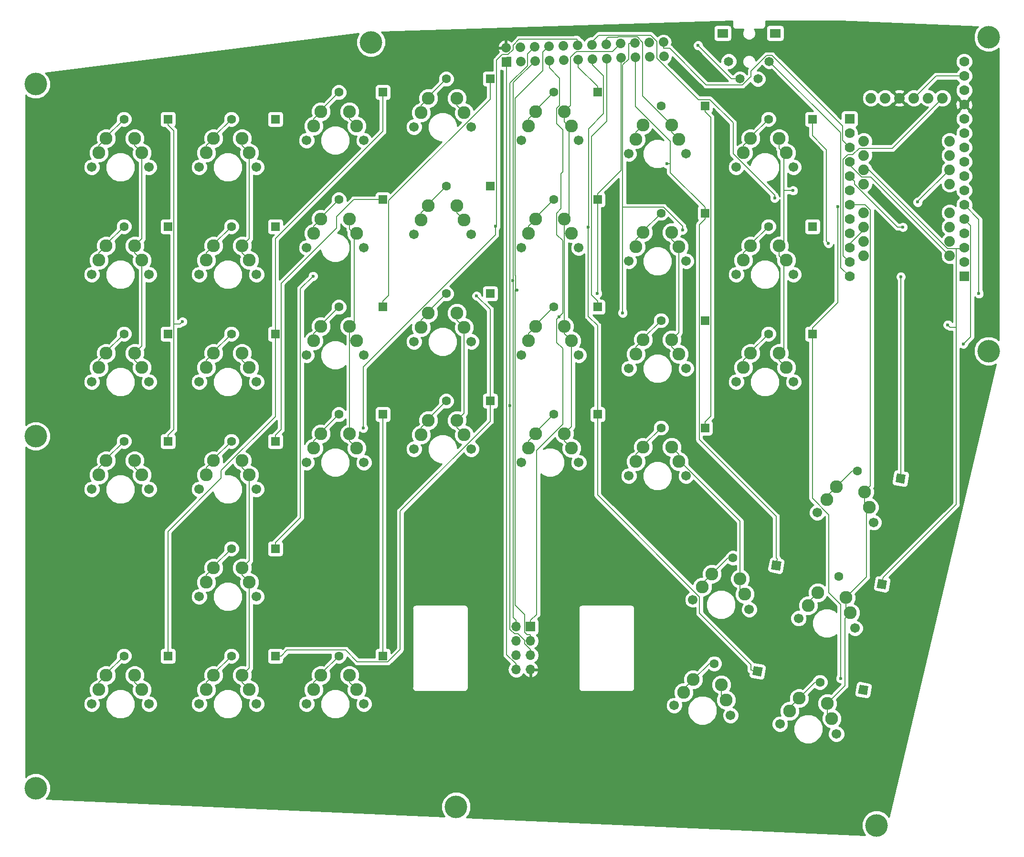
<source format=gbl>
G04 #@! TF.GenerationSoftware,KiCad,Pcbnew,5.0.0-fee4fd1~66~ubuntu18.04.1*
G04 #@! TF.CreationDate,2018-09-16T18:32:03-07:00*
G04 #@! TF.ProjectId,halfdeck,68616C666465636B2E6B696361645F70,c1293dc*
G04 #@! TF.SameCoordinates,Original*
G04 #@! TF.FileFunction,Copper,L2,Bot,Signal*
G04 #@! TF.FilePolarity,Positive*
%FSLAX46Y46*%
G04 Gerber Fmt 4.6, Leading zero omitted, Abs format (unit mm)*
G04 Created by KiCad (PCBNEW 5.0.0-fee4fd1~66~ubuntu18.04.1) date Sun Sep 16 18:32:03 2018*
%MOMM*%
%LPD*%
G01*
G04 APERTURE LIST*
G04 #@! TA.AperFunction,ComponentPad*
%ADD10O,1.700000X1.700000*%
G04 #@! TD*
G04 #@! TA.AperFunction,ComponentPad*
%ADD11R,1.700000X1.700000*%
G04 #@! TD*
G04 #@! TA.AperFunction,ComponentPad*
%ADD12C,1.650000*%
G04 #@! TD*
G04 #@! TA.AperFunction,ComponentPad*
%ADD13R,1.950000X1.650000*%
G04 #@! TD*
G04 #@! TA.AperFunction,ComponentPad*
%ADD14C,1.778000*%
G04 #@! TD*
G04 #@! TA.AperFunction,ComponentPad*
%ADD15R,1.778000X1.778000*%
G04 #@! TD*
G04 #@! TA.AperFunction,ComponentPad*
%ADD16C,1.700000*%
G04 #@! TD*
G04 #@! TA.AperFunction,Conductor*
%ADD17C,0.100000*%
G04 #@! TD*
G04 #@! TA.AperFunction,Conductor*
%ADD18C,1.700000*%
G04 #@! TD*
G04 #@! TA.AperFunction,ComponentPad*
%ADD19C,1.879600*%
G04 #@! TD*
G04 #@! TA.AperFunction,ComponentPad*
%ADD20C,2.286000*%
G04 #@! TD*
G04 #@! TA.AperFunction,ViaPad*
%ADD21C,1.701800*%
G04 #@! TD*
G04 #@! TA.AperFunction,ComponentPad*
%ADD22C,1.600000*%
G04 #@! TD*
G04 #@! TA.AperFunction,ComponentPad*
%ADD23R,1.600000X1.600000*%
G04 #@! TD*
G04 #@! TA.AperFunction,ComponentPad*
%ADD24C,4.000000*%
G04 #@! TD*
G04 #@! TA.AperFunction,ViaPad*
%ADD25C,0.600000*%
G04 #@! TD*
G04 #@! TA.AperFunction,Conductor*
%ADD26C,0.153000*%
G04 #@! TD*
G04 #@! TA.AperFunction,Conductor*
%ADD27C,0.254000*%
G04 #@! TD*
G04 APERTURE END LIST*
D10*
G04 #@! TO.P,J5,8*
G04 #@! TO.N,3V3*
X112730000Y-140810000D03*
G04 #@! TO.P,J5,7*
G04 #@! TO.N,GND*
X115270000Y-140810000D03*
G04 #@! TO.P,J5,6*
G04 #@! TO.N,N/C*
X112730000Y-138270000D03*
G04 #@! TO.P,J5,5*
G04 #@! TO.N,MOSI*
X115270000Y-138270000D03*
G04 #@! TO.P,J5,4*
G04 #@! TO.N,DR*
X112730000Y-135730000D03*
G04 #@! TO.P,J5,3*
G04 #@! TO.N,CS*
X115270000Y-135730000D03*
G04 #@! TO.P,J5,2*
G04 #@! TO.N,MISO*
X112730000Y-133190000D03*
D11*
G04 #@! TO.P,J5,1*
G04 #@! TO.N,SCK*
X115270000Y-133190000D03*
G04 #@! TD*
D12*
G04 #@! TO.P,J1,R1alt*
G04 #@! TO.N,SDL*
X152400000Y-36000000D03*
G04 #@! TO.P,J1,R1*
X155600000Y-36000000D03*
G04 #@! TO.P,J1,Talt*
G04 #@! TO.N,SDA*
X157600000Y-32900000D03*
G04 #@! TO.P,J1,T*
X150400000Y-32900000D03*
D13*
G04 #@! TO.P,J1,S*
G04 #@! TO.N,N$2*
X158650000Y-27900000D03*
G04 #@! TO.P,J1,R2*
G04 #@! TO.N,N$1*
X149350000Y-27900000D03*
G04 #@! TD*
D14*
G04 #@! TO.P,U1,RST*
G04 #@! TO.N,N/C*
X192160000Y-32950000D03*
G04 #@! TO.P,U1,+3V3*
G04 #@! TO.N,3V3*
X192160000Y-35490000D03*
G04 #@! TO.P,U1,AREF*
G04 #@! TO.N,N/C*
X192160000Y-38030000D03*
G04 #@! TO.P,U1,GND*
G04 #@! TO.N,GND*
X192160000Y-40570000D03*
G04 #@! TO.P,U1,A0*
G04 #@! TO.N,A0*
X192160000Y-43110000D03*
G04 #@! TO.P,U1,A1*
G04 #@! TO.N,~INT*
X192160000Y-45650000D03*
G04 #@! TO.P,U1,A2*
G04 #@! TO.N,row0*
X192160000Y-48190000D03*
G04 #@! TO.P,U1,A3*
G04 #@! TO.N,row1*
X192160000Y-50730000D03*
G04 #@! TO.P,U1,A4*
G04 #@! TO.N,row4*
X192160000Y-53270000D03*
G04 #@! TO.P,U1,A5*
G04 #@! TO.N,row3*
X192160000Y-55810000D03*
G04 #@! TO.P,U1,SCK*
G04 #@! TO.N,SCK*
X192160000Y-58350000D03*
G04 #@! TO.P,U1,MOSI*
G04 #@! TO.N,MOSI*
X192160000Y-60890000D03*
G04 #@! TO.P,U1,MISO*
G04 #@! TO.N,MISO*
X192160000Y-63430000D03*
G04 #@! TO.P,U1,D0*
G04 #@! TO.N,row2*
X192160000Y-65970000D03*
G04 #@! TO.P,U1,D1*
G04 #@! TO.N,CS*
X192160000Y-68510000D03*
D15*
G04 #@! TO.P,U1,DFU*
G04 #@! TO.N,N/C*
X192160000Y-71050000D03*
D14*
G04 #@! TO.P,U1,EN*
X171840000Y-45650000D03*
D15*
G04 #@! TO.P,U1,VBAT*
G04 #@! TO.N,VBAT*
X171840000Y-43110000D03*
D14*
G04 #@! TO.P,U1,VBUS*
G04 #@! TO.N,VBUS*
X171840000Y-48190000D03*
G04 #@! TO.P,U1,D13*
G04 #@! TO.N,col0*
X171840000Y-50730000D03*
G04 #@! TO.P,U1,D12*
G04 #@! TO.N,col2*
X171840000Y-53270000D03*
G04 #@! TO.P,U1,D11*
G04 #@! TO.N,col4*
X171840000Y-55810000D03*
G04 #@! TO.P,U1,D10*
G04 #@! TO.N,col5*
X171840000Y-58350000D03*
G04 #@! TO.P,U1,D9*
G04 #@! TO.N,col3*
X171840000Y-60890000D03*
G04 #@! TO.P,U1,D6*
G04 #@! TO.N,col1*
X171840000Y-63430000D03*
G04 #@! TO.P,U1,D5*
G04 #@! TO.N,row5*
X171840000Y-65970000D03*
G04 #@! TO.P,U1,SCL*
G04 #@! TO.N,SCL*
X171840000Y-68510000D03*
G04 #@! TO.P,U1,SDA*
G04 #@! TO.N,SDA*
X171840000Y-71050000D03*
G04 #@! TD*
D16*
G04 #@! TO.P,J4,1*
G04 #@! TO.N,3V3*
X111000000Y-33000000D03*
D17*
G04 #@! TD*
G04 #@! TO.N,3V3*
G04 #@! TO.C,J4*
G36*
X111879147Y-33819818D02*
X110180182Y-33879147D01*
X110120853Y-32180182D01*
X111819818Y-32120853D01*
X111879147Y-33819818D01*
X111879147Y-33819818D01*
G37*
D16*
G04 #@! TO.P,J4,2*
G04 #@! TO.N,GND*
X110911355Y-30461547D03*
D18*
G04 #@! TD*
G04 #@! TO.N,GND*
G04 #@! TO.C,J4*
X110911355Y-30461547D02*
X110911355Y-30461547D01*
D16*
G04 #@! TO.P,J4,3*
G04 #@! TO.N,SDA*
X113538453Y-32911355D03*
D18*
G04 #@! TD*
G04 #@! TO.N,SDA*
G04 #@! TO.C,J4*
X113538453Y-32911355D02*
X113538453Y-32911355D01*
D16*
G04 #@! TO.P,J4,4*
G04 #@! TO.N,SDL*
X113449808Y-30372903D03*
D18*
G04 #@! TD*
G04 #@! TO.N,SDL*
G04 #@! TO.C,J4*
X113449808Y-30372903D02*
X113449808Y-30372903D01*
D16*
G04 #@! TO.P,J4,5*
G04 #@! TO.N,MISO*
X116076905Y-32822711D03*
D18*
G04 #@! TD*
G04 #@! TO.N,MISO*
G04 #@! TO.C,J4*
X116076905Y-32822711D02*
X116076905Y-32822711D01*
D16*
G04 #@! TO.P,J4,6*
G04 #@! TO.N,MOSI*
X115988261Y-30284258D03*
D18*
G04 #@! TD*
G04 #@! TO.N,MOSI*
G04 #@! TO.C,J4*
X115988261Y-30284258D02*
X115988261Y-30284258D01*
D16*
G04 #@! TO.P,J4,7*
G04 #@! TO.N,SCK*
X118615358Y-32734066D03*
D18*
G04 #@! TD*
G04 #@! TO.N,SCK*
G04 #@! TO.C,J4*
X118615358Y-32734066D02*
X118615358Y-32734066D01*
D16*
G04 #@! TO.P,J4,8*
G04 #@! TO.N,CS*
X118526713Y-30195613D03*
D18*
G04 #@! TD*
G04 #@! TO.N,CS*
G04 #@! TO.C,J4*
X118526713Y-30195613D02*
X118526713Y-30195613D01*
D16*
G04 #@! TO.P,J4,9*
G04 #@! TO.N,row0*
X121153811Y-32645421D03*
D18*
G04 #@! TD*
G04 #@! TO.N,row0*
G04 #@! TO.C,J4*
X121153811Y-32645421D02*
X121153811Y-32645421D01*
D16*
G04 #@! TO.P,J4,10*
G04 #@! TO.N,col0*
X121065166Y-30106968D03*
D18*
G04 #@! TD*
G04 #@! TO.N,col0*
G04 #@! TO.C,J4*
X121065166Y-30106968D02*
X121065166Y-30106968D01*
D16*
G04 #@! TO.P,J4,11*
G04 #@! TO.N,row5*
X123692265Y-32556776D03*
D18*
G04 #@! TD*
G04 #@! TO.N,row5*
G04 #@! TO.C,J4*
X123692265Y-32556776D02*
X123692265Y-32556776D01*
D16*
G04 #@! TO.P,J4,12*
G04 #@! TO.N,col3*
X123603619Y-30018324D03*
D18*
G04 #@! TD*
G04 #@! TO.N,col3*
G04 #@! TO.C,J4*
X123603619Y-30018324D02*
X123603619Y-30018324D01*
D16*
G04 #@! TO.P,J4,13*
G04 #@! TO.N,row4*
X126230716Y-32468132D03*
D18*
G04 #@! TD*
G04 #@! TO.N,row4*
G04 #@! TO.C,J4*
X126230716Y-32468132D02*
X126230716Y-32468132D01*
D16*
G04 #@! TO.P,J4,14*
G04 #@! TO.N,col5*
X126142071Y-29929679D03*
D18*
G04 #@! TD*
G04 #@! TO.N,col5*
G04 #@! TO.C,J4*
X126142071Y-29929679D02*
X126142071Y-29929679D01*
D16*
G04 #@! TO.P,J4,15*
G04 #@! TO.N,row3*
X128769169Y-32379487D03*
D18*
G04 #@! TD*
G04 #@! TO.N,row3*
G04 #@! TO.C,J4*
X128769169Y-32379487D02*
X128769169Y-32379487D01*
D16*
G04 #@! TO.P,J4,16*
G04 #@! TO.N,col4*
X128680524Y-29841034D03*
D18*
G04 #@! TD*
G04 #@! TO.N,col4*
G04 #@! TO.C,J4*
X128680524Y-29841034D02*
X128680524Y-29841034D01*
D16*
G04 #@! TO.P,J4,17*
G04 #@! TO.N,row2*
X131307622Y-32290842D03*
D18*
G04 #@! TD*
G04 #@! TO.N,row2*
G04 #@! TO.C,J4*
X131307622Y-32290842D02*
X131307622Y-32290842D01*
D16*
G04 #@! TO.P,J4,18*
G04 #@! TO.N,col2*
X131218977Y-29752390D03*
D18*
G04 #@! TD*
G04 #@! TO.N,col2*
G04 #@! TO.C,J4*
X131218977Y-29752390D02*
X131218977Y-29752390D01*
D16*
G04 #@! TO.P,J4,19*
G04 #@! TO.N,row1*
X133846074Y-32202198D03*
D18*
G04 #@! TD*
G04 #@! TO.N,row1*
G04 #@! TO.C,J4*
X133846074Y-32202198D02*
X133846074Y-32202198D01*
D16*
G04 #@! TO.P,J4,20*
G04 #@! TO.N,col1*
X133757430Y-29663745D03*
D18*
G04 #@! TD*
G04 #@! TO.N,col1*
G04 #@! TO.C,J4*
X133757430Y-29663745D02*
X133757430Y-29663745D01*
D16*
G04 #@! TO.P,J4,21*
G04 #@! TO.N,A0*
X136384527Y-32113553D03*
D18*
G04 #@! TD*
G04 #@! TO.N,A0*
G04 #@! TO.C,J4*
X136384527Y-32113553D02*
X136384527Y-32113553D01*
D16*
G04 #@! TO.P,J4,22*
G04 #@! TO.N,~INT*
X136295882Y-29575100D03*
D18*
G04 #@! TD*
G04 #@! TO.N,~INT*
G04 #@! TO.C,J4*
X136295882Y-29575100D02*
X136295882Y-29575100D01*
D16*
G04 #@! TO.P,J4,23*
G04 #@! TO.N,VBAT*
X138922980Y-32024908D03*
D18*
G04 #@! TD*
G04 #@! TO.N,VBAT*
G04 #@! TO.C,J4*
X138922980Y-32024908D02*
X138922980Y-32024908D01*
D16*
G04 #@! TO.P,J4,24*
G04 #@! TO.N,VBUS*
X138834335Y-29486455D03*
D18*
G04 #@! TD*
G04 #@! TO.N,VBUS*
G04 #@! TO.C,J4*
X138834335Y-29486455D02*
X138834335Y-29486455D01*
D19*
G04 #@! TO.P,U2,7*
G04 #@! TO.N,N/C*
X174350000Y-67360000D03*
G04 #@! TO.P,U2,6*
X174350000Y-64820000D03*
G04 #@! TO.P,U2,5*
G04 #@! TO.N,row5*
X174350000Y-62280000D03*
G04 #@! TO.P,U2,4*
G04 #@! TO.N,row4*
X174350000Y-59740000D03*
G04 #@! TO.P,U2,3*
G04 #@! TO.N,row3*
X174350000Y-54660000D03*
G04 #@! TO.P,U2,2*
G04 #@! TO.N,row2*
X174350000Y-52120000D03*
G04 #@! TO.P,U2,1*
G04 #@! TO.N,row1*
X174350000Y-49580000D03*
G04 #@! TO.P,U2,0*
G04 #@! TO.N,row0*
X174350000Y-47040000D03*
G04 #@! TO.P,U2,11*
G04 #@! TO.N,col3*
X189590000Y-59740000D03*
G04 #@! TO.P,U2,15*
G04 #@! TO.N,N/C*
X189590000Y-47040000D03*
G04 #@! TO.P,U2,8*
G04 #@! TO.N,col0*
X189590000Y-67360000D03*
G04 #@! TO.P,U2,14*
G04 #@! TO.N,N/C*
X189590000Y-49580000D03*
G04 #@! TO.P,U2,12*
G04 #@! TO.N,col4*
X189590000Y-54660000D03*
G04 #@! TO.P,U2,9*
G04 #@! TO.N,col1*
X189590000Y-64820000D03*
G04 #@! TO.P,U2,13*
G04 #@! TO.N,col5*
X189590000Y-52120000D03*
G04 #@! TO.P,U2,10*
G04 #@! TO.N,col2*
X189590000Y-62280000D03*
G04 #@! TO.P,U2,GND*
G04 #@! TO.N,GND*
X180700181Y-39420295D03*
G04 #@! TO.P,U2,3V3*
G04 #@! TO.N,3V3*
X183240181Y-39420295D03*
G04 #@! TO.P,U2,SCL*
G04 #@! TO.N,SCL*
X188320181Y-39420295D03*
G04 #@! TO.P,U2,SDA*
G04 #@! TO.N,SDA*
X185780181Y-39420295D03*
G04 #@! TO.P,U2,~RST*
G04 #@! TO.N,N/C*
X178160000Y-39420295D03*
G04 #@! TO.P,U2,~INT*
G04 #@! TO.N,~INT*
X175620000Y-39420295D03*
G04 #@! TD*
D20*
G04 #@! TO.P,SW00,1*
G04 #@! TO.N,col0*
X45065000Y-46588800D03*
G04 #@! TO.P,SW00,2*
G04 #@! TO.N,N$3*
X38715000Y-49128800D03*
D21*
G04 #@! TD*
G04 #@! TO.N,N/C*
G04 #@! TO.C,SW00*
X37445000Y-51668800D03*
G04 #@! TO.N,N/C*
G04 #@! TO.C,SW00*
X47605000Y-51668800D03*
D20*
G04 #@! TD*
G04 #@! TO.P,SW00,1a*
G04 #@! TO.N,col0*
X46335000Y-49128800D03*
G04 #@! TO.P,SW00,2a*
G04 #@! TO.N,N$3*
X39985000Y-46588800D03*
G04 #@! TD*
D22*
G04 #@! TO.P,D00,2*
G04 #@! TO.N,N$3*
X43150000Y-43143800D03*
D23*
G04 #@! TO.P,D00,1*
G04 #@! TO.N,row0*
X50950000Y-43143800D03*
G04 #@! TD*
D20*
G04 #@! TO.P,SW01,1*
G04 #@! TO.N,col1*
X83165000Y-79926200D03*
G04 #@! TO.P,SW01,2*
G04 #@! TO.N,N$4*
X76815000Y-82466200D03*
D21*
G04 #@! TD*
G04 #@! TO.N,N/C*
G04 #@! TO.C,SW01*
X75545000Y-85006200D03*
G04 #@! TO.N,N/C*
G04 #@! TO.C,SW01*
X85705000Y-85006200D03*
D20*
G04 #@! TD*
G04 #@! TO.P,SW01,1a*
G04 #@! TO.N,col1*
X84435000Y-82466200D03*
G04 #@! TO.P,SW01,2a*
G04 #@! TO.N,N$4*
X78085000Y-79926200D03*
G04 #@! TD*
D22*
G04 #@! TO.P,D01,2*
G04 #@! TO.N,N$4*
X81250000Y-76481200D03*
D23*
G04 #@! TO.P,D01,1*
G04 #@! TO.N,row0*
X89050000Y-76481200D03*
G04 #@! TD*
D20*
G04 #@! TO.P,SW02,1*
G04 #@! TO.N,col2*
X102215000Y-39445000D03*
G04 #@! TO.P,SW02,2*
G04 #@! TO.N,N$5*
X95865000Y-41985000D03*
D21*
G04 #@! TD*
G04 #@! TO.N,N/C*
G04 #@! TO.C,SW02*
X94595000Y-44525000D03*
G04 #@! TO.N,N/C*
G04 #@! TO.C,SW02*
X104755000Y-44525000D03*
D20*
G04 #@! TD*
G04 #@! TO.P,SW02,1a*
G04 #@! TO.N,col2*
X103485000Y-41985000D03*
G04 #@! TO.P,SW02,2a*
G04 #@! TO.N,N$5*
X97135000Y-39445000D03*
G04 #@! TD*
D22*
G04 #@! TO.P,D02,2*
G04 #@! TO.N,N$5*
X100300000Y-36000000D03*
D23*
G04 #@! TO.P,D02,1*
G04 #@! TO.N,row0*
X108100000Y-36000000D03*
G04 #@! TD*
D20*
G04 #@! TO.P,SW03,1*
G04 #@! TO.N,col3*
X45065000Y-103739000D03*
G04 #@! TO.P,SW03,2*
G04 #@! TO.N,N$6*
X38715000Y-106279000D03*
D21*
G04 #@! TD*
G04 #@! TO.N,N/C*
G04 #@! TO.C,SW03*
X37445000Y-108819000D03*
G04 #@! TO.N,N/C*
G04 #@! TO.C,SW03*
X47605000Y-108819000D03*
D20*
G04 #@! TD*
G04 #@! TO.P,SW03,1a*
G04 #@! TO.N,col3*
X46335000Y-106279000D03*
G04 #@! TO.P,SW03,2a*
G04 #@! TO.N,N$6*
X39985000Y-103739000D03*
G04 #@! TD*
D22*
G04 #@! TO.P,D03,2*
G04 #@! TO.N,N$6*
X43150000Y-100294000D03*
D23*
G04 #@! TO.P,D03,1*
G04 #@! TO.N,row0*
X50950000Y-100294000D03*
G04 #@! TD*
D20*
G04 #@! TO.P,SW04,1*
G04 #@! TO.N,col4*
X140315000Y-44207500D03*
G04 #@! TO.P,SW04,2*
G04 #@! TO.N,N$7*
X133965000Y-46747500D03*
D21*
G04 #@! TD*
G04 #@! TO.N,N/C*
G04 #@! TO.C,SW04*
X132695000Y-49287500D03*
G04 #@! TO.N,N/C*
G04 #@! TO.C,SW04*
X142855000Y-49287500D03*
D20*
G04 #@! TD*
G04 #@! TO.P,SW04,1a*
G04 #@! TO.N,col4*
X141585000Y-46747500D03*
G04 #@! TO.P,SW04,2a*
G04 #@! TO.N,N$7*
X135235000Y-44207500D03*
G04 #@! TD*
D22*
G04 #@! TO.P,D04,2*
G04 #@! TO.N,N$7*
X138400000Y-40762500D03*
D23*
G04 #@! TO.P,D04,1*
G04 #@! TO.N,row0*
X146200000Y-40762500D03*
G04 #@! TD*
D20*
G04 #@! TO.P,SW05,1*
G04 #@! TO.N,col5*
X140315000Y-101358000D03*
G04 #@! TO.P,SW05,2*
G04 #@! TO.N,N$8*
X133965000Y-103898000D03*
D21*
G04 #@! TD*
G04 #@! TO.N,N/C*
G04 #@! TO.C,SW05*
X132695000Y-106438000D03*
G04 #@! TO.N,N/C*
G04 #@! TO.C,SW05*
X142855000Y-106438000D03*
D20*
G04 #@! TD*
G04 #@! TO.P,SW05,1a*
G04 #@! TO.N,col5*
X141585000Y-103898000D03*
G04 #@! TO.P,SW05,2a*
G04 #@! TO.N,N$8*
X135235000Y-101358000D03*
G04 #@! TD*
D22*
G04 #@! TO.P,D05,2*
G04 #@! TO.N,N$8*
X138400000Y-97912500D03*
D23*
G04 #@! TO.P,D05,1*
G04 #@! TO.N,row0*
X146200000Y-97912500D03*
G04 #@! TD*
D20*
G04 #@! TO.P,SW10,1*
G04 #@! TO.N,col0*
X64115000Y-46588800D03*
G04 #@! TO.P,SW10,2*
G04 #@! TO.N,N$9*
X57765000Y-49128800D03*
D21*
G04 #@! TD*
G04 #@! TO.N,N/C*
G04 #@! TO.C,SW10*
X56495000Y-51668800D03*
G04 #@! TO.N,N/C*
G04 #@! TO.C,SW10*
X66655000Y-51668800D03*
D20*
G04 #@! TD*
G04 #@! TO.P,SW10,1a*
G04 #@! TO.N,col0*
X65385000Y-49128800D03*
G04 #@! TO.P,SW10,2a*
G04 #@! TO.N,N$9*
X59035000Y-46588800D03*
G04 #@! TD*
D22*
G04 #@! TO.P,D10,2*
G04 #@! TO.N,N$9*
X62200000Y-43143800D03*
D23*
G04 #@! TO.P,D10,1*
G04 #@! TO.N,row1*
X70000000Y-43143800D03*
G04 #@! TD*
D20*
G04 #@! TO.P,SW11,1*
G04 #@! TO.N,col1*
X83165000Y-60876200D03*
G04 #@! TO.P,SW11,2*
G04 #@! TO.N,N$10*
X76815000Y-63416200D03*
D21*
G04 #@! TD*
G04 #@! TO.N,N/C*
G04 #@! TO.C,SW11*
X75545000Y-65956200D03*
G04 #@! TO.N,N/C*
G04 #@! TO.C,SW11*
X85705000Y-65956200D03*
D20*
G04 #@! TD*
G04 #@! TO.P,SW11,1a*
G04 #@! TO.N,col1*
X84435000Y-63416200D03*
G04 #@! TO.P,SW11,2a*
G04 #@! TO.N,N$10*
X78085000Y-60876200D03*
G04 #@! TD*
D22*
G04 #@! TO.P,D11,2*
G04 #@! TO.N,N$10*
X81250000Y-57431200D03*
D23*
G04 #@! TO.P,D11,1*
G04 #@! TO.N,row1*
X89050000Y-57431200D03*
G04 #@! TD*
D20*
G04 #@! TO.P,SW12,1*
G04 #@! TO.N,col2*
X102215000Y-58495000D03*
G04 #@! TO.P,SW12,2*
G04 #@! TO.N,N$11*
X95865000Y-61035000D03*
D21*
G04 #@! TD*
G04 #@! TO.N,N/C*
G04 #@! TO.C,SW12*
X94595000Y-63575000D03*
G04 #@! TO.N,N/C*
G04 #@! TO.C,SW12*
X104755000Y-63575000D03*
D20*
G04 #@! TD*
G04 #@! TO.P,SW12,1a*
G04 #@! TO.N,col2*
X103485000Y-61035000D03*
G04 #@! TO.P,SW12,2a*
G04 #@! TO.N,N$11*
X97135000Y-58495000D03*
G04 #@! TD*
D22*
G04 #@! TO.P,D12,2*
G04 #@! TO.N,N$11*
X100300000Y-55050000D03*
D23*
G04 #@! TO.P,D12,1*
G04 #@! TO.N,row1*
X108100000Y-55050000D03*
G04 #@! TD*
D20*
G04 #@! TO.P,SW13,1*
G04 #@! TO.N,col3*
X64115000Y-103739000D03*
G04 #@! TO.P,SW13,2*
G04 #@! TO.N,N$12*
X57765000Y-106279000D03*
D21*
G04 #@! TD*
G04 #@! TO.N,N/C*
G04 #@! TO.C,SW13*
X56495000Y-108819000D03*
G04 #@! TO.N,N/C*
G04 #@! TO.C,SW13*
X66655000Y-108819000D03*
D20*
G04 #@! TD*
G04 #@! TO.P,SW13,1a*
G04 #@! TO.N,col3*
X65385000Y-106279000D03*
G04 #@! TO.P,SW13,2a*
G04 #@! TO.N,N$12*
X59035000Y-103739000D03*
G04 #@! TD*
D22*
G04 #@! TO.P,D13,2*
G04 #@! TO.N,N$12*
X62200000Y-100294000D03*
D23*
G04 #@! TO.P,D13,1*
G04 #@! TO.N,row1*
X70000000Y-100294000D03*
G04 #@! TD*
D20*
G04 #@! TO.P,SW14,1*
G04 #@! TO.N,col4*
X140315000Y-63257500D03*
G04 #@! TO.P,SW14,2*
G04 #@! TO.N,N$13*
X133965000Y-65797500D03*
D21*
G04 #@! TD*
G04 #@! TO.N,N/C*
G04 #@! TO.C,SW14*
X132695000Y-68337500D03*
G04 #@! TO.N,N/C*
G04 #@! TO.C,SW14*
X142855000Y-68337500D03*
D20*
G04 #@! TD*
G04 #@! TO.P,SW14,1a*
G04 #@! TO.N,col4*
X141585000Y-65797500D03*
G04 #@! TO.P,SW14,2a*
G04 #@! TO.N,N$13*
X135235000Y-63257500D03*
G04 #@! TD*
D22*
G04 #@! TO.P,D14,2*
G04 #@! TO.N,N$13*
X138400000Y-59812500D03*
D23*
G04 #@! TO.P,D14,1*
G04 #@! TO.N,row1*
X146200000Y-59812500D03*
G04 #@! TD*
D20*
G04 #@! TO.P,SW15,1*
G04 #@! TO.N,col5*
X152435544Y-124716243D03*
G04 #@! TO.P,SW15,2*
G04 #@! TO.N,N$14*
X145740949Y-126114989D03*
D21*
G04 #@! TD*
G04 #@! TO.N,N/C*
G04 #@! TO.C,SW15*
X144049177Y-128395867D03*
G04 #@! TO.N,N/C*
G04 #@! TO.C,SW15*
X154054823Y-130160133D03*
D20*
G04 #@! TD*
G04 #@! TO.P,SW15,1a*
G04 #@! TO.N,col5*
X153245184Y-127438188D03*
G04 #@! TO.P,SW15,2a*
G04 #@! TO.N,N$14*
X147432721Y-123834110D03*
G04 #@! TD*
D22*
G04 #@! TO.P,D15,2*
G04 #@! TO.N,N$14*
X151148250Y-120991772D03*
G04 #@! TO.P,D15,1*
G04 #@! TO.N,row1*
X158829750Y-122346228D03*
D17*
G04 #@! TD*
G04 #@! TO.N,row1*
G04 #@! TO.C,D15*
G36*
X159756515Y-121697300D02*
X159478678Y-123272993D01*
X157902985Y-122995156D01*
X158180822Y-121419463D01*
X159756515Y-121697300D01*
X159756515Y-121697300D01*
G37*
D20*
G04 #@! TO.P,SW20,1*
G04 #@! TO.N,col0*
X64115000Y-65638800D03*
G04 #@! TO.P,SW20,2*
G04 #@! TO.N,N$15*
X57765000Y-68178800D03*
D21*
G04 #@! TD*
G04 #@! TO.N,N/C*
G04 #@! TO.C,SW20*
X56495000Y-70718800D03*
G04 #@! TO.N,N/C*
G04 #@! TO.C,SW20*
X66655000Y-70718800D03*
D20*
G04 #@! TD*
G04 #@! TO.P,SW20,1a*
G04 #@! TO.N,col0*
X65385000Y-68178800D03*
G04 #@! TO.P,SW20,2a*
G04 #@! TO.N,N$15*
X59035000Y-65638800D03*
G04 #@! TD*
D22*
G04 #@! TO.P,D20,2*
G04 #@! TO.N,N$15*
X62200000Y-62193800D03*
D23*
G04 #@! TO.P,D20,1*
G04 #@! TO.N,row2*
X70000000Y-62193800D03*
G04 #@! TD*
D20*
G04 #@! TO.P,SW21,1*
G04 #@! TO.N,col1*
X102215000Y-77545000D03*
G04 #@! TO.P,SW21,2*
G04 #@! TO.N,N$16*
X95865000Y-80085000D03*
D21*
G04 #@! TD*
G04 #@! TO.N,N/C*
G04 #@! TO.C,SW21*
X94595000Y-82625000D03*
G04 #@! TO.N,N/C*
G04 #@! TO.C,SW21*
X104755000Y-82625000D03*
D20*
G04 #@! TD*
G04 #@! TO.P,SW21,1a*
G04 #@! TO.N,col1*
X103485000Y-80085000D03*
G04 #@! TO.P,SW21,2a*
G04 #@! TO.N,N$16*
X97135000Y-77545000D03*
G04 #@! TD*
D22*
G04 #@! TO.P,D21,2*
G04 #@! TO.N,N$16*
X100300000Y-74100000D03*
D23*
G04 #@! TO.P,D21,1*
G04 #@! TO.N,row2*
X108100000Y-74100000D03*
G04 #@! TD*
D20*
G04 #@! TO.P,SW22,1*
G04 #@! TO.N,col2*
X121265000Y-60876200D03*
G04 #@! TO.P,SW22,2*
G04 #@! TO.N,N$17*
X114915000Y-63416200D03*
D21*
G04 #@! TD*
G04 #@! TO.N,N/C*
G04 #@! TO.C,SW22*
X113645000Y-65956200D03*
G04 #@! TO.N,N/C*
G04 #@! TO.C,SW22*
X123805000Y-65956200D03*
D20*
G04 #@! TD*
G04 #@! TO.P,SW22,1a*
G04 #@! TO.N,col2*
X122535000Y-63416200D03*
G04 #@! TO.P,SW22,2a*
G04 #@! TO.N,N$17*
X116185000Y-60876200D03*
G04 #@! TD*
D22*
G04 #@! TO.P,D22,2*
G04 #@! TO.N,N$17*
X119350000Y-57431200D03*
D23*
G04 #@! TO.P,D22,1*
G04 #@! TO.N,row2*
X127150000Y-57431200D03*
G04 #@! TD*
D20*
G04 #@! TO.P,SW23,1*
G04 #@! TO.N,col3*
X64115000Y-122789000D03*
G04 #@! TO.P,SW23,2*
G04 #@! TO.N,N$18*
X57765000Y-125329000D03*
D21*
G04 #@! TD*
G04 #@! TO.N,N/C*
G04 #@! TO.C,SW23*
X56495000Y-127869000D03*
G04 #@! TO.N,N/C*
G04 #@! TO.C,SW23*
X66655000Y-127869000D03*
D20*
G04 #@! TD*
G04 #@! TO.P,SW23,1a*
G04 #@! TO.N,col3*
X65385000Y-125329000D03*
G04 #@! TO.P,SW23,2a*
G04 #@! TO.N,N$18*
X59035000Y-122789000D03*
G04 #@! TD*
D22*
G04 #@! TO.P,D23,2*
G04 #@! TO.N,N$18*
X62200000Y-119344000D03*
D23*
G04 #@! TO.P,D23,1*
G04 #@! TO.N,row2*
X70000000Y-119344000D03*
G04 #@! TD*
D20*
G04 #@! TO.P,SW24,1*
G04 #@! TO.N,col4*
X140315000Y-82307500D03*
G04 #@! TO.P,SW24,2*
G04 #@! TO.N,N$19*
X133965000Y-84847500D03*
D21*
G04 #@! TD*
G04 #@! TO.N,N/C*
G04 #@! TO.C,SW24*
X132695000Y-87387500D03*
G04 #@! TO.N,N/C*
G04 #@! TO.C,SW24*
X142855000Y-87387500D03*
D20*
G04 #@! TD*
G04 #@! TO.P,SW24,1a*
G04 #@! TO.N,col4*
X141585000Y-84847500D03*
G04 #@! TO.P,SW24,2a*
G04 #@! TO.N,N$19*
X135235000Y-82307500D03*
G04 #@! TD*
D22*
G04 #@! TO.P,D24,2*
G04 #@! TO.N,N$19*
X138400000Y-78862500D03*
D23*
G04 #@! TO.P,D24,1*
G04 #@! TO.N,row2*
X146200000Y-78862500D03*
G04 #@! TD*
D20*
G04 #@! TO.P,SW25,1*
G04 #@! TO.N,col5*
X171196544Y-128024243D03*
G04 #@! TO.P,SW25,2*
G04 #@! TO.N,N$20*
X164501949Y-129422989D03*
D21*
G04 #@! TD*
G04 #@! TO.N,N/C*
G04 #@! TO.C,SW25*
X162810177Y-131703867D03*
G04 #@! TO.N,N/C*
G04 #@! TO.C,SW25*
X172815823Y-133468133D03*
D20*
G04 #@! TD*
G04 #@! TO.P,SW25,1a*
G04 #@! TO.N,col5*
X172006184Y-130746188D03*
G04 #@! TO.P,SW25,2a*
G04 #@! TO.N,N$20*
X166193721Y-127142110D03*
G04 #@! TD*
D22*
G04 #@! TO.P,D25,2*
G04 #@! TO.N,N$20*
X169908250Y-124299772D03*
G04 #@! TO.P,D25,1*
G04 #@! TO.N,row2*
X177589750Y-125654228D03*
D17*
G04 #@! TD*
G04 #@! TO.N,row2*
G04 #@! TO.C,D25*
G36*
X178516515Y-125005300D02*
X178238678Y-126580993D01*
X176662985Y-126303156D01*
X176940822Y-124727463D01*
X178516515Y-125005300D01*
X178516515Y-125005300D01*
G37*
D20*
G04 #@! TO.P,SW30,1*
G04 #@! TO.N,col0*
X45065000Y-65638800D03*
G04 #@! TO.P,SW30,2*
G04 #@! TO.N,N$21*
X38715000Y-68178800D03*
D21*
G04 #@! TD*
G04 #@! TO.N,N/C*
G04 #@! TO.C,SW30*
X37445000Y-70718800D03*
G04 #@! TO.N,N/C*
G04 #@! TO.C,SW30*
X47605000Y-70718800D03*
D20*
G04 #@! TD*
G04 #@! TO.P,SW30,1a*
G04 #@! TO.N,col0*
X46335000Y-68178800D03*
G04 #@! TO.P,SW30,2a*
G04 #@! TO.N,N$21*
X39985000Y-65638800D03*
G04 #@! TD*
D22*
G04 #@! TO.P,D30,2*
G04 #@! TO.N,N$21*
X43150000Y-62193800D03*
D23*
G04 #@! TO.P,D30,1*
G04 #@! TO.N,row3*
X50950000Y-62193800D03*
G04 #@! TD*
D20*
G04 #@! TO.P,SW31,1*
G04 #@! TO.N,col1*
X102215000Y-96595000D03*
G04 #@! TO.P,SW31,2*
G04 #@! TO.N,N$22*
X95865000Y-99135000D03*
D21*
G04 #@! TD*
G04 #@! TO.N,N/C*
G04 #@! TO.C,SW31*
X94595000Y-101675000D03*
G04 #@! TO.N,N/C*
G04 #@! TO.C,SW31*
X104755000Y-101675000D03*
D20*
G04 #@! TD*
G04 #@! TO.P,SW31,1a*
G04 #@! TO.N,col1*
X103485000Y-99135000D03*
G04 #@! TO.P,SW31,2a*
G04 #@! TO.N,N$22*
X97135000Y-96595000D03*
G04 #@! TD*
D22*
G04 #@! TO.P,D31,2*
G04 #@! TO.N,N$22*
X100300000Y-93150000D03*
D23*
G04 #@! TO.P,D31,1*
G04 #@! TO.N,row3*
X108100000Y-93150000D03*
G04 #@! TD*
D20*
G04 #@! TO.P,SW32,1*
G04 #@! TO.N,col2*
X121265000Y-79926200D03*
G04 #@! TO.P,SW32,2*
G04 #@! TO.N,N$23*
X114915000Y-82466200D03*
D21*
G04 #@! TD*
G04 #@! TO.N,N/C*
G04 #@! TO.C,SW32*
X113645000Y-85006200D03*
G04 #@! TO.N,N/C*
G04 #@! TO.C,SW32*
X123805000Y-85006200D03*
D20*
G04 #@! TD*
G04 #@! TO.P,SW32,1a*
G04 #@! TO.N,col2*
X122535000Y-82466200D03*
G04 #@! TO.P,SW32,2a*
G04 #@! TO.N,N$23*
X116185000Y-79926200D03*
G04 #@! TD*
D22*
G04 #@! TO.P,D32,2*
G04 #@! TO.N,N$23*
X119350000Y-76481200D03*
D23*
G04 #@! TO.P,D32,1*
G04 #@! TO.N,row3*
X127150000Y-76481200D03*
G04 #@! TD*
D20*
G04 #@! TO.P,SW33,1*
G04 #@! TO.N,col3*
X64115000Y-141839000D03*
G04 #@! TO.P,SW33,2*
G04 #@! TO.N,N$24*
X57765000Y-144379000D03*
D21*
G04 #@! TD*
G04 #@! TO.N,N/C*
G04 #@! TO.C,SW33*
X56495000Y-146919000D03*
G04 #@! TO.N,N/C*
G04 #@! TO.C,SW33*
X66655000Y-146919000D03*
D20*
G04 #@! TD*
G04 #@! TO.P,SW33,1a*
G04 #@! TO.N,col3*
X65385000Y-144379000D03*
G04 #@! TO.P,SW33,2a*
G04 #@! TO.N,N$24*
X59035000Y-141839000D03*
G04 #@! TD*
D22*
G04 #@! TO.P,D33,2*
G04 #@! TO.N,N$24*
X62200000Y-138394000D03*
D23*
G04 #@! TO.P,D33,1*
G04 #@! TO.N,row3*
X70000000Y-138394000D03*
G04 #@! TD*
D20*
G04 #@! TO.P,SW34,1*
G04 #@! TO.N,col4*
X159365000Y-84688800D03*
G04 #@! TO.P,SW34,2*
G04 #@! TO.N,N$25*
X153015000Y-87228800D03*
D21*
G04 #@! TD*
G04 #@! TO.N,N/C*
G04 #@! TO.C,SW34*
X151745000Y-89768800D03*
G04 #@! TO.N,N/C*
G04 #@! TO.C,SW34*
X161905000Y-89768800D03*
D20*
G04 #@! TD*
G04 #@! TO.P,SW34,1a*
G04 #@! TO.N,col4*
X160635000Y-87228800D03*
G04 #@! TO.P,SW34,2a*
G04 #@! TO.N,N$25*
X154285000Y-84688800D03*
G04 #@! TD*
D22*
G04 #@! TO.P,D34,2*
G04 #@! TO.N,N$25*
X157450000Y-81243800D03*
D23*
G04 #@! TO.P,D34,1*
G04 #@! TO.N,row3*
X165250000Y-81243800D03*
G04 #@! TD*
D20*
G04 #@! TO.P,SW35,1*
G04 #@! TO.N,col5*
X167888544Y-146785243D03*
G04 #@! TO.P,SW35,2*
G04 #@! TO.N,N$26*
X161193949Y-148183989D03*
D21*
G04 #@! TD*
G04 #@! TO.N,N/C*
G04 #@! TO.C,SW35*
X159502177Y-150464867D03*
G04 #@! TO.N,N/C*
G04 #@! TO.C,SW35*
X169507823Y-152229133D03*
D20*
G04 #@! TD*
G04 #@! TO.P,SW35,1a*
G04 #@! TO.N,col5*
X168698184Y-149507188D03*
G04 #@! TO.P,SW35,2a*
G04 #@! TO.N,N$26*
X162885721Y-145903110D03*
G04 #@! TD*
D22*
G04 #@! TO.P,D35,2*
G04 #@! TO.N,N$26*
X166600250Y-143059772D03*
G04 #@! TO.P,D35,1*
G04 #@! TO.N,row3*
X174281750Y-144414228D03*
D17*
G04 #@! TD*
G04 #@! TO.N,row3*
G04 #@! TO.C,D35*
G36*
X175208515Y-143765300D02*
X174930678Y-145340993D01*
X173354985Y-145063156D01*
X173632822Y-143487463D01*
X175208515Y-143765300D01*
X175208515Y-143765300D01*
G37*
D20*
G04 #@! TO.P,SW40,1*
G04 #@! TO.N,col0*
X45065000Y-84688800D03*
G04 #@! TO.P,SW40,2*
G04 #@! TO.N,N$27*
X38715000Y-87228800D03*
D21*
G04 #@! TD*
G04 #@! TO.N,N/C*
G04 #@! TO.C,SW40*
X37445000Y-89768800D03*
G04 #@! TO.N,N/C*
G04 #@! TO.C,SW40*
X47605000Y-89768800D03*
D20*
G04 #@! TD*
G04 #@! TO.P,SW40,1a*
G04 #@! TO.N,col0*
X46335000Y-87228800D03*
G04 #@! TO.P,SW40,2a*
G04 #@! TO.N,N$27*
X39985000Y-84688800D03*
G04 #@! TD*
D22*
G04 #@! TO.P,D40,2*
G04 #@! TO.N,N$27*
X43150000Y-81243800D03*
D23*
G04 #@! TO.P,D40,1*
G04 #@! TO.N,row4*
X50950000Y-81243800D03*
G04 #@! TD*
D20*
G04 #@! TO.P,SW41,1*
G04 #@! TO.N,col1*
X83165000Y-98976000D03*
G04 #@! TO.P,SW41,2*
G04 #@! TO.N,N$28*
X76815000Y-101516000D03*
D21*
G04 #@! TD*
G04 #@! TO.N,N/C*
G04 #@! TO.C,SW41*
X75545000Y-104056000D03*
G04 #@! TO.N,N/C*
G04 #@! TO.C,SW41*
X85705000Y-104056000D03*
D20*
G04 #@! TD*
G04 #@! TO.P,SW41,1a*
G04 #@! TO.N,col1*
X84435000Y-101516000D03*
G04 #@! TO.P,SW41,2a*
G04 #@! TO.N,N$28*
X78085000Y-98976000D03*
G04 #@! TD*
D22*
G04 #@! TO.P,D41,2*
G04 #@! TO.N,N$28*
X81250000Y-95531200D03*
D23*
G04 #@! TO.P,D41,1*
G04 #@! TO.N,row4*
X89050000Y-95531200D03*
G04 #@! TD*
D20*
G04 #@! TO.P,SW42,1*
G04 #@! TO.N,col2*
X121265000Y-98976000D03*
G04 #@! TO.P,SW42,2*
G04 #@! TO.N,N$29*
X114915000Y-101516000D03*
D21*
G04 #@! TD*
G04 #@! TO.N,N/C*
G04 #@! TO.C,SW42*
X113645000Y-104056000D03*
G04 #@! TO.N,N/C*
G04 #@! TO.C,SW42*
X123805000Y-104056000D03*
D20*
G04 #@! TD*
G04 #@! TO.P,SW42,1a*
G04 #@! TO.N,col2*
X122535000Y-101516000D03*
G04 #@! TO.P,SW42,2a*
G04 #@! TO.N,N$29*
X116185000Y-98976000D03*
G04 #@! TD*
D22*
G04 #@! TO.P,D42,2*
G04 #@! TO.N,N$29*
X119350000Y-95531200D03*
D23*
G04 #@! TO.P,D42,1*
G04 #@! TO.N,row4*
X127150000Y-95531200D03*
G04 #@! TD*
D20*
G04 #@! TO.P,SW43,1*
G04 #@! TO.N,col3*
X83165000Y-141839000D03*
G04 #@! TO.P,SW43,2*
G04 #@! TO.N,N$30*
X76815000Y-144379000D03*
D21*
G04 #@! TD*
G04 #@! TO.N,N/C*
G04 #@! TO.C,SW43*
X75545000Y-146919000D03*
G04 #@! TO.N,N/C*
G04 #@! TO.C,SW43*
X85705000Y-146919000D03*
D20*
G04 #@! TD*
G04 #@! TO.P,SW43,1a*
G04 #@! TO.N,col3*
X84435000Y-144379000D03*
G04 #@! TO.P,SW43,2a*
G04 #@! TO.N,N$30*
X78085000Y-141839000D03*
G04 #@! TD*
D22*
G04 #@! TO.P,D43,2*
G04 #@! TO.N,N$30*
X81250000Y-138394000D03*
D23*
G04 #@! TO.P,D43,1*
G04 #@! TO.N,row4*
X89050000Y-138394000D03*
G04 #@! TD*
D20*
G04 #@! TO.P,SW44,1*
G04 #@! TO.N,col4*
X159365000Y-65638800D03*
G04 #@! TO.P,SW44,2*
G04 #@! TO.N,N$31*
X153015000Y-68178800D03*
D21*
G04 #@! TD*
G04 #@! TO.N,N/C*
G04 #@! TO.C,SW44*
X151745000Y-70718800D03*
G04 #@! TO.N,N/C*
G04 #@! TO.C,SW44*
X161905000Y-70718800D03*
D20*
G04 #@! TD*
G04 #@! TO.P,SW44,1a*
G04 #@! TO.N,col4*
X160635000Y-68178800D03*
G04 #@! TO.P,SW44,2a*
G04 #@! TO.N,N$31*
X154285000Y-65638800D03*
G04 #@! TD*
D22*
G04 #@! TO.P,D44,2*
G04 #@! TO.N,N$31*
X157450000Y-62193800D03*
D23*
G04 #@! TO.P,D44,1*
G04 #@! TO.N,row4*
X165250000Y-62193800D03*
G04 #@! TD*
D20*
G04 #@! TO.P,SW45,1*
G04 #@! TO.N,col5*
X149127544Y-143477243D03*
G04 #@! TO.P,SW45,2*
G04 #@! TO.N,N$32*
X142432949Y-144875989D03*
D21*
G04 #@! TD*
G04 #@! TO.N,N/C*
G04 #@! TO.C,SW45*
X140741177Y-147156867D03*
G04 #@! TO.N,N/C*
G04 #@! TO.C,SW45*
X150746823Y-148921133D03*
D20*
G04 #@! TD*
G04 #@! TO.P,SW45,1a*
G04 #@! TO.N,col5*
X149937184Y-146199188D03*
G04 #@! TO.P,SW45,2a*
G04 #@! TO.N,N$32*
X144124721Y-142595110D03*
G04 #@! TD*
D22*
G04 #@! TO.P,D45,2*
G04 #@! TO.N,N$32*
X147840250Y-139751772D03*
G04 #@! TO.P,D45,1*
G04 #@! TO.N,row4*
X155521750Y-141106228D03*
D17*
G04 #@! TD*
G04 #@! TO.N,row4*
G04 #@! TO.C,D45*
G36*
X156448515Y-140457300D02*
X156170678Y-142032993D01*
X154594985Y-141755156D01*
X154872822Y-140179463D01*
X156448515Y-140457300D01*
X156448515Y-140457300D01*
G37*
D20*
G04 #@! TO.P,SW50,1*
G04 #@! TO.N,col0*
X83165000Y-41826200D03*
G04 #@! TO.P,SW50,2*
G04 #@! TO.N,N$33*
X76815000Y-44366200D03*
D21*
G04 #@! TD*
G04 #@! TO.N,N/C*
G04 #@! TO.C,SW50*
X75545000Y-46906200D03*
G04 #@! TO.N,N/C*
G04 #@! TO.C,SW50*
X85705000Y-46906200D03*
D20*
G04 #@! TD*
G04 #@! TO.P,SW50,1a*
G04 #@! TO.N,col0*
X84435000Y-44366200D03*
G04 #@! TO.P,SW50,2a*
G04 #@! TO.N,N$33*
X78085000Y-41826200D03*
G04 #@! TD*
D22*
G04 #@! TO.P,D50,2*
G04 #@! TO.N,N$33*
X81250000Y-38381200D03*
D23*
G04 #@! TO.P,D50,1*
G04 #@! TO.N,row5*
X89050000Y-38381200D03*
G04 #@! TD*
D20*
G04 #@! TO.P,SW51,1*
G04 #@! TO.N,col1*
X64115000Y-84688800D03*
G04 #@! TO.P,SW51,2*
G04 #@! TO.N,N$34*
X57765000Y-87228800D03*
D21*
G04 #@! TD*
G04 #@! TO.N,N/C*
G04 #@! TO.C,SW51*
X56495000Y-89768800D03*
G04 #@! TO.N,N/C*
G04 #@! TO.C,SW51*
X66655000Y-89768800D03*
D20*
G04 #@! TD*
G04 #@! TO.P,SW51,1a*
G04 #@! TO.N,col1*
X65385000Y-87228800D03*
G04 #@! TO.P,SW51,2a*
G04 #@! TO.N,N$34*
X59035000Y-84688800D03*
G04 #@! TD*
D22*
G04 #@! TO.P,D51,2*
G04 #@! TO.N,N$34*
X62200000Y-81243800D03*
D23*
G04 #@! TO.P,D51,1*
G04 #@! TO.N,row5*
X70000000Y-81243800D03*
G04 #@! TD*
D20*
G04 #@! TO.P,SW52,1*
G04 #@! TO.N,col2*
X121265000Y-41826200D03*
G04 #@! TO.P,SW52,2*
G04 #@! TO.N,N$35*
X114915000Y-44366200D03*
D21*
G04 #@! TD*
G04 #@! TO.N,N/C*
G04 #@! TO.C,SW52*
X113645000Y-46906200D03*
G04 #@! TO.N,N/C*
G04 #@! TO.C,SW52*
X123805000Y-46906200D03*
D20*
G04 #@! TD*
G04 #@! TO.P,SW52,1a*
G04 #@! TO.N,col2*
X122535000Y-44366200D03*
G04 #@! TO.P,SW52,2a*
G04 #@! TO.N,N$35*
X116185000Y-41826200D03*
G04 #@! TD*
D22*
G04 #@! TO.P,D52,2*
G04 #@! TO.N,N$35*
X119350000Y-38381200D03*
D23*
G04 #@! TO.P,D52,1*
G04 #@! TO.N,row5*
X127150000Y-38381200D03*
G04 #@! TD*
D20*
G04 #@! TO.P,SW53,1*
G04 #@! TO.N,col3*
X45065000Y-141839000D03*
G04 #@! TO.P,SW53,2*
G04 #@! TO.N,N$36*
X38715000Y-144379000D03*
D21*
G04 #@! TD*
G04 #@! TO.N,N/C*
G04 #@! TO.C,SW53*
X37445000Y-146919000D03*
G04 #@! TO.N,N/C*
G04 #@! TO.C,SW53*
X47605000Y-146919000D03*
D20*
G04 #@! TD*
G04 #@! TO.P,SW53,1a*
G04 #@! TO.N,col3*
X46335000Y-144379000D03*
G04 #@! TO.P,SW53,2a*
G04 #@! TO.N,N$36*
X39985000Y-141839000D03*
G04 #@! TD*
D22*
G04 #@! TO.P,D53,2*
G04 #@! TO.N,N$36*
X43150000Y-138394000D03*
D23*
G04 #@! TO.P,D53,1*
G04 #@! TO.N,row5*
X50950000Y-138394000D03*
G04 #@! TD*
D20*
G04 #@! TO.P,SW54,1*
G04 #@! TO.N,col4*
X159365000Y-46588800D03*
G04 #@! TO.P,SW54,2*
G04 #@! TO.N,N$37*
X153015000Y-49128800D03*
D21*
G04 #@! TD*
G04 #@! TO.N,N/C*
G04 #@! TO.C,SW54*
X151745000Y-51668800D03*
G04 #@! TO.N,N/C*
G04 #@! TO.C,SW54*
X161905000Y-51668800D03*
D20*
G04 #@! TD*
G04 #@! TO.P,SW54,1a*
G04 #@! TO.N,col4*
X160635000Y-49128800D03*
G04 #@! TO.P,SW54,2a*
G04 #@! TO.N,N$37*
X154285000Y-46588800D03*
G04 #@! TD*
D22*
G04 #@! TO.P,D54,2*
G04 #@! TO.N,N$37*
X157450000Y-43143800D03*
D23*
G04 #@! TO.P,D54,1*
G04 #@! TO.N,row5*
X165250000Y-43143800D03*
G04 #@! TD*
D20*
G04 #@! TO.P,SW55,1*
G04 #@! TO.N,col5*
X174504544Y-109264243D03*
G04 #@! TO.P,SW55,2*
G04 #@! TO.N,N$38*
X167809949Y-110662989D03*
D21*
G04 #@! TD*
G04 #@! TO.N,N/C*
G04 #@! TO.C,SW55*
X166118177Y-112943867D03*
G04 #@! TO.N,N/C*
G04 #@! TO.C,SW55*
X176123823Y-114708133D03*
D20*
G04 #@! TD*
G04 #@! TO.P,SW55,1a*
G04 #@! TO.N,col5*
X175314184Y-111986188D03*
G04 #@! TO.P,SW55,2a*
G04 #@! TO.N,N$38*
X169501721Y-108382110D03*
G04 #@! TD*
D22*
G04 #@! TO.P,D55,2*
G04 #@! TO.N,N$38*
X173216250Y-105538772D03*
G04 #@! TO.P,D55,1*
G04 #@! TO.N,row5*
X180897750Y-106893228D03*
D17*
G04 #@! TD*
G04 #@! TO.N,row5*
G04 #@! TO.C,D55*
G36*
X181824515Y-106244300D02*
X181546678Y-107819993D01*
X179970985Y-107542156D01*
X180248822Y-105966463D01*
X181824515Y-106244300D01*
X181824515Y-106244300D01*
G37*
D24*
G04 #@! TO.P,CP0,1*
G04 #@! TO.N,N/C*
X86956600Y-29504700D03*
G04 #@! TD*
G04 #@! TO.P,CP1,1*
G04 #@! TO.N,N/C*
X27500000Y-36936800D03*
G04 #@! TD*
G04 #@! TO.P,CP2,1*
G04 #@! TO.N,N/C*
X27500000Y-99386100D03*
G04 #@! TD*
G04 #@! TO.P,CP3,1*
G04 #@! TO.N,N/C*
X27500000Y-161835000D03*
G04 #@! TD*
G04 #@! TO.P,CP4,1*
G04 #@! TO.N,N/C*
X102061000Y-165141000D03*
G04 #@! TD*
G04 #@! TO.P,CP5,1*
G04 #@! TO.N,N/C*
X176622000Y-168446000D03*
G04 #@! TD*
G04 #@! TO.P,CP6,1*
G04 #@! TO.N,N/C*
X196500000Y-84291300D03*
G04 #@! TD*
G04 #@! TO.P,CP7,1*
G04 #@! TO.N,N/C*
X196500000Y-28602000D03*
G04 #@! TD*
D25*
G04 #@! TO.N,GND*
X164250000Y-32610000D03*
X164190000Y-30560000D03*
G04 #@! TO.N,col2*
X181300000Y-62300000D03*
G04 #@! TO.N,col4*
X161820000Y-55820000D03*
G04 #@! TO.N,col5*
X158561100Y-57141800D03*
X183940000Y-57860000D03*
G04 #@! TO.N,col3*
X109049100Y-62178100D03*
X85606300Y-97969300D03*
G04 #@! TO.N,col1*
X142231000Y-62805500D03*
X131610000Y-77510000D03*
G04 #@! TO.N,row5*
X168101100Y-65160700D03*
X180940000Y-71100000D03*
G04 #@! TO.N,CS*
X112883600Y-73521300D03*
G04 #@! TO.N,row2*
X76696800Y-70999600D03*
X127130000Y-74080002D03*
X189260000Y-79650000D03*
G04 #@! TO.N,MISO*
X112114000Y-71777600D03*
G04 #@! TO.N,MOSI*
X192017200Y-83056300D03*
X111625800Y-93960100D03*
G04 #@! TO.N,SCK*
X194771000Y-74108500D03*
X120285900Y-78236400D03*
G04 #@! TO.N,row3*
X170254300Y-142403200D03*
X169742400Y-58683800D03*
X105683800Y-74496400D03*
G04 #@! TO.N,row4*
X125510490Y-62311000D03*
G04 #@! TO.N,row1*
X139472200Y-51072200D03*
G04 #@! TO.N,row0*
X53530002Y-79080000D03*
G04 #@! TO.N,SDL*
X144989996Y-30070000D03*
G04 #@! TD*
D26*
G04 #@! TO.N,GND*
X164250000Y-32610000D02*
X164250000Y-30620000D01*
X164250000Y-30620000D02*
X164190000Y-30560000D01*
G04 #@! TO.N,col0*
X171840000Y-50730000D02*
X171840000Y-51270400D01*
X171840000Y-51270400D02*
X173959600Y-53390000D01*
X173959600Y-53390000D02*
X175620000Y-53390000D01*
X175620000Y-53390000D02*
X189590000Y-67360000D01*
X46335000Y-49128800D02*
X45065000Y-47858800D01*
X45065000Y-47858800D02*
X45065000Y-46588800D01*
X45065000Y-65638800D02*
X46335000Y-64368800D01*
X46335000Y-64368800D02*
X46335000Y-49128800D01*
X65385000Y-49128800D02*
X64115000Y-47858800D01*
X64115000Y-47858800D02*
X64115000Y-46588800D01*
X64115000Y-65638800D02*
X65385000Y-64368800D01*
X65385000Y-64368800D02*
X65385000Y-49128800D01*
X65385000Y-68178800D02*
X64115000Y-66908800D01*
X64115000Y-66908800D02*
X64115000Y-65638800D01*
X46335000Y-68178800D02*
X45065000Y-66908800D01*
X45065000Y-66908800D02*
X45065000Y-65638800D01*
X45065000Y-84688800D02*
X46335000Y-83418800D01*
X46335000Y-83418800D02*
X46335000Y-68178800D01*
X46335000Y-87228800D02*
X45065000Y-85958800D01*
X45065000Y-85958800D02*
X45065000Y-84688800D01*
X84435000Y-44366200D02*
X83165000Y-43096200D01*
X83165000Y-43096200D02*
X83165000Y-41826200D01*
G04 #@! TO.N,col2*
X103485000Y-41985000D02*
X102215000Y-40715000D01*
X102215000Y-40715000D02*
X102215000Y-39445000D01*
X122073300Y-44366200D02*
X122535000Y-44366200D01*
X103485000Y-61035000D02*
X102215000Y-59765000D01*
X102215000Y-59765000D02*
X102215000Y-58495000D01*
X121265000Y-63416200D02*
X121265000Y-60876200D01*
X121265000Y-79926200D02*
X121265000Y-63416200D01*
X122535000Y-63416200D02*
X121265000Y-63416200D01*
X122535000Y-82466200D02*
X121265000Y-81196200D01*
X121265000Y-81196200D02*
X121265000Y-79926200D01*
X121265000Y-98976000D02*
X122535000Y-97706000D01*
X122535000Y-97706000D02*
X122535000Y-82466200D01*
X122535000Y-101516000D02*
X121265000Y-100246000D01*
X121265000Y-100246000D02*
X121265000Y-98976000D01*
X122073300Y-44366200D02*
X122073300Y-60067900D01*
X122073300Y-60067900D02*
X121265000Y-60876200D01*
X122378700Y-40712500D02*
X121265000Y-41826200D01*
X129801400Y-31170000D02*
X123330000Y-31170000D01*
X131219000Y-29752400D02*
X129801400Y-31170000D01*
X122378700Y-32141300D02*
X122378700Y-40712500D01*
X123330000Y-31170000D02*
X123382200Y-31222200D01*
X123382200Y-31222200D02*
X123297800Y-31222200D01*
X123297800Y-31222200D02*
X122378700Y-32141300D01*
X121280000Y-43572900D02*
X122073300Y-44366200D01*
X121265000Y-41826200D02*
X121280000Y-41841200D01*
X121280000Y-41841200D02*
X121280000Y-43572900D01*
X172728999Y-54703263D02*
X180325736Y-62300000D01*
X180325736Y-62300000D02*
X181300000Y-62300000D01*
X172728999Y-54158999D02*
X172728999Y-54703263D01*
X171840000Y-53270000D02*
X172728999Y-54158999D01*
G04 #@! TO.N,col4*
X141585000Y-46747500D02*
X140315000Y-45477500D01*
X140315000Y-45477500D02*
X140315000Y-44207500D01*
X141585000Y-65797500D02*
X140315000Y-64527500D01*
X140315000Y-64527500D02*
X140315000Y-63257500D01*
X140315000Y-82307500D02*
X141585000Y-81037500D01*
X141585000Y-81037500D02*
X141585000Y-65797500D01*
X141585000Y-84847500D02*
X140315000Y-83577500D01*
X140315000Y-83577500D02*
X140315000Y-82307500D01*
X160635000Y-87228800D02*
X159365000Y-85958800D01*
X159365000Y-85958800D02*
X159365000Y-84688800D01*
X160173300Y-68178800D02*
X160173300Y-83880500D01*
X160173300Y-83880500D02*
X159365000Y-84688800D01*
X159365000Y-65638800D02*
X159365000Y-67370500D01*
X159365000Y-67370500D02*
X160173300Y-68178800D01*
X160173300Y-68178800D02*
X160635000Y-68178800D01*
X159365000Y-46588800D02*
X159365000Y-48320500D01*
X159365000Y-48320500D02*
X160173300Y-49128800D01*
X160173300Y-49128800D02*
X160635000Y-49128800D01*
X135159600Y-29517500D02*
X135159600Y-39052100D01*
X128680500Y-28889500D02*
X129000000Y-28570000D01*
X130746400Y-28567500D02*
X134209600Y-28567500D01*
X135159600Y-39052100D02*
X140315000Y-44207500D01*
X128680500Y-29841000D02*
X128680500Y-28889500D01*
X129000000Y-28570000D02*
X130743900Y-28570000D01*
X130743900Y-28570000D02*
X130746400Y-28567500D01*
X134209600Y-28567500D02*
X135159600Y-29517500D01*
X160090000Y-64913800D02*
X159365000Y-65638800D01*
X160156200Y-64913800D02*
X160090000Y-64913800D01*
X160173300Y-49128800D02*
X160173300Y-64883300D01*
X160180000Y-64890000D02*
X160156200Y-64913800D01*
X160173300Y-64883300D02*
X160180000Y-64890000D01*
X161810000Y-55830000D02*
X161820000Y-55820000D01*
X160160000Y-55830000D02*
X161810000Y-55830000D01*
G04 #@! TO.N,col5*
X171840000Y-58350000D02*
X174625800Y-58350000D01*
X174625800Y-58350000D02*
X175539200Y-59263400D01*
X175539200Y-59263400D02*
X175539200Y-108229500D01*
X175539200Y-108229500D02*
X174504500Y-109264200D01*
X174850400Y-111986200D02*
X174504500Y-111640300D01*
X174504500Y-111640300D02*
X174504500Y-109264200D01*
X141585000Y-103898000D02*
X141585000Y-102628000D01*
X141585000Y-102628000D02*
X140315000Y-101358000D01*
X152435500Y-124716200D02*
X152435500Y-114487800D01*
X152435500Y-114487800D02*
X141845700Y-103898000D01*
X141845700Y-103898000D02*
X141585000Y-103898000D01*
X153245200Y-127438200D02*
X152435500Y-126628500D01*
X152435500Y-126628500D02*
X152435500Y-124716200D01*
X172006200Y-130746200D02*
X171196500Y-129936500D01*
X171196500Y-129936500D02*
X171196500Y-128024200D01*
X167888500Y-146785200D02*
X171007700Y-143666000D01*
X171007700Y-143666000D02*
X171007700Y-131744700D01*
X171007700Y-131744700D02*
X172006200Y-130746200D01*
X168698200Y-149507200D02*
X167888500Y-148697500D01*
X167888500Y-148697500D02*
X167888500Y-146785200D01*
X149937200Y-146199200D02*
X149127500Y-145389500D01*
X149127500Y-145389500D02*
X149127500Y-143477200D01*
X174850400Y-111986200D02*
X174850400Y-124370300D01*
X174850400Y-124370300D02*
X171196500Y-128024200D01*
X175314200Y-111986200D02*
X174850400Y-111986200D01*
X158561000Y-57141800D02*
X158561100Y-57141800D01*
X158561000Y-56673200D02*
X158561000Y-57141800D01*
X151198100Y-43798500D02*
X151198100Y-49310300D01*
X145012300Y-39691700D02*
X147091300Y-39691700D01*
X147091300Y-39691700D02*
X151198100Y-43798500D01*
X126142100Y-29457900D02*
X127350000Y-28250000D01*
X151198100Y-49310300D02*
X158561000Y-56673200D01*
X126142100Y-29929700D02*
X126142100Y-29457900D01*
X128616100Y-28248000D02*
X136552900Y-28248000D01*
X137698000Y-32377400D02*
X145012300Y-39691700D01*
X137698000Y-29393100D02*
X137698000Y-32377400D01*
X127350000Y-28250000D02*
X128614100Y-28250000D01*
X136552900Y-28248000D02*
X137698000Y-29393100D01*
X128614100Y-28250000D02*
X128616100Y-28248000D01*
X189590000Y-52120000D02*
X183940000Y-57770000D01*
X183940000Y-57770000D02*
X183940000Y-57860000D01*
G04 #@! TO.N,col3*
X85606300Y-97969300D02*
X85606300Y-87132200D01*
X85606300Y-87132200D02*
X109049100Y-63689400D01*
X109049100Y-63689400D02*
X109049100Y-62178100D01*
X109049100Y-62178100D02*
X109244000Y-61983200D01*
X109244000Y-61983200D02*
X109244000Y-32697300D01*
X109244000Y-32697300D02*
X110244000Y-31697300D01*
X110244000Y-31697300D02*
X111261800Y-31697300D01*
X111261800Y-31697300D02*
X112166600Y-30792500D01*
X112166600Y-30792500D02*
X112166600Y-30028600D01*
X112166600Y-30028600D02*
X113210900Y-28984300D01*
X113210900Y-28984300D02*
X123089400Y-28984300D01*
X123089400Y-28984300D02*
X123150100Y-28923600D01*
X123150100Y-28923600D02*
X123565400Y-28923600D01*
X123603600Y-30018300D02*
X123565400Y-28923600D01*
X64115000Y-122789000D02*
X65385000Y-121519000D01*
X65385000Y-121519000D02*
X65385000Y-106279000D01*
X46335000Y-106279000D02*
X45065000Y-105009000D01*
X45065000Y-105009000D02*
X45065000Y-103739000D01*
X65385000Y-106279000D02*
X64115000Y-105009000D01*
X64115000Y-105009000D02*
X64115000Y-103739000D01*
X65385000Y-125329000D02*
X64115000Y-124059000D01*
X64115000Y-124059000D02*
X64115000Y-122789000D01*
X64115000Y-141839000D02*
X65385000Y-140569000D01*
X65385000Y-140569000D02*
X65385000Y-125329000D01*
X65385000Y-144379000D02*
X64115000Y-143109000D01*
X64115000Y-143109000D02*
X64115000Y-141839000D01*
X84435000Y-144379000D02*
X83165000Y-143109000D01*
X83165000Y-143109000D02*
X83165000Y-141839000D01*
X46335000Y-144379000D02*
X45065000Y-143109000D01*
X45065000Y-143109000D02*
X45065000Y-141839000D01*
G04 #@! TO.N,col1*
X132662700Y-29701900D02*
X132662700Y-32502100D01*
X132662700Y-32502100D02*
X131614200Y-33550600D01*
X131614200Y-33550600D02*
X131614200Y-58747500D01*
X131614200Y-58747500D02*
X138848900Y-58747500D01*
X138848900Y-58747500D02*
X142231000Y-62129600D01*
X142231000Y-62129600D02*
X142231000Y-62805500D01*
X133757400Y-29663700D02*
X132662700Y-29701900D01*
X83165000Y-82466200D02*
X83165000Y-79926200D01*
X83165000Y-98976000D02*
X83165000Y-82466200D01*
X84435000Y-82466200D02*
X83165000Y-82466200D01*
X83973300Y-63416200D02*
X83973300Y-79117900D01*
X83973300Y-79117900D02*
X83165000Y-79926200D01*
X83165000Y-60876200D02*
X83165000Y-62607900D01*
X83165000Y-62607900D02*
X83973300Y-63416200D01*
X83973300Y-63416200D02*
X84435000Y-63416200D01*
X103485000Y-80085000D02*
X102215000Y-78815000D01*
X102215000Y-78815000D02*
X102215000Y-77545000D01*
X102215000Y-96595000D02*
X103485000Y-95325000D01*
X103485000Y-95325000D02*
X103485000Y-80085000D01*
X103485000Y-99135000D02*
X102215000Y-97865000D01*
X102215000Y-97865000D02*
X102215000Y-96595000D01*
X84435000Y-101516000D02*
X83165000Y-100246000D01*
X83165000Y-100246000D02*
X83165000Y-98976000D01*
X65385000Y-87228800D02*
X64115000Y-85958800D01*
X64115000Y-85958800D02*
X64115000Y-84688800D01*
X131614200Y-58747500D02*
X131610000Y-58751700D01*
X131610000Y-58751700D02*
X131610000Y-77510000D01*
G04 #@! TO.N,row5*
X50950000Y-138394000D02*
X50950000Y-116299100D01*
X50950000Y-116299100D02*
X60407900Y-106841200D01*
X60407900Y-106841200D02*
X60407900Y-105475300D01*
X60407900Y-105475300D02*
X70000000Y-95883200D01*
X70000000Y-95883200D02*
X70000000Y-81243800D01*
X171840000Y-65970000D02*
X171840000Y-65297200D01*
X171840000Y-65297200D02*
X174350000Y-62787200D01*
X174350000Y-62787200D02*
X174350000Y-62280000D01*
X70000000Y-81243800D02*
X70000000Y-64378200D01*
X70000000Y-64378200D02*
X89050000Y-45328200D01*
X89050000Y-45328200D02*
X89050000Y-38381200D01*
X123692300Y-32556800D02*
X123730500Y-33651500D01*
X127150000Y-38381200D02*
X127150000Y-37351400D01*
X127150000Y-37351400D02*
X123730500Y-33931900D01*
X123730500Y-33931900D02*
X123730500Y-33651500D01*
X180940000Y-106850978D02*
X180897750Y-106893228D01*
X180940000Y-71100000D02*
X180940000Y-106850978D01*
X167730000Y-64789600D02*
X168101100Y-65160700D01*
X167730000Y-48550000D02*
X167730000Y-64789600D01*
X167181100Y-47971100D02*
X167181100Y-48001100D01*
X165250000Y-43143800D02*
X165250000Y-46040000D01*
X167181100Y-48001100D02*
X167730000Y-48550000D01*
X165250000Y-46040000D02*
X167181100Y-47971100D01*
G04 #@! TO.N,SCL*
X171840000Y-68510000D02*
X170708700Y-67378700D01*
X170708700Y-67378700D02*
X170708700Y-50278900D01*
X170708700Y-50278900D02*
X171527600Y-49460000D01*
X171527600Y-49460000D02*
X172382100Y-49460000D01*
X172382100Y-49460000D02*
X173532100Y-48310000D01*
X173532100Y-48310000D02*
X179430500Y-48310000D01*
X179430500Y-48310000D02*
X188320200Y-39420300D01*
G04 #@! TO.N,SDA*
X171840000Y-71050000D02*
X170272200Y-69482200D01*
X170272200Y-45572200D02*
X157600000Y-32900000D01*
X170272200Y-69482200D02*
X170272200Y-45572200D01*
G04 #@! TO.N,VBUS*
X170578600Y-46928600D02*
X171840000Y-48190000D01*
X154370000Y-34595000D02*
X157139400Y-31825600D01*
X154370000Y-35600000D02*
X154370000Y-34595000D01*
X158049800Y-31825600D02*
X170578600Y-44354400D01*
X138872500Y-30581200D02*
X139929000Y-30581200D01*
X154298000Y-35600000D02*
X154370000Y-35600000D01*
X138834300Y-29486500D02*
X138872500Y-30581200D01*
X170578600Y-44354400D02*
X170578600Y-46928600D01*
X146432100Y-37084300D02*
X152813700Y-37084300D01*
X157139400Y-31825600D02*
X158049800Y-31825600D01*
X139929000Y-30581200D02*
X146432100Y-37084300D01*
X152813700Y-37084300D02*
X154298000Y-35600000D01*
G04 #@! TO.N,CS*
X112643800Y-73361900D02*
X112724200Y-73361900D01*
X112724200Y-73361900D02*
X112883600Y-73521300D01*
X115270000Y-134650200D02*
X114679500Y-134650200D01*
X114679500Y-134650200D02*
X114190200Y-134160900D01*
X114190200Y-134160900D02*
X114190200Y-131030400D01*
X114190200Y-131030400D02*
X112560600Y-129400800D01*
X112560600Y-129400800D02*
X112560600Y-73445100D01*
X112560600Y-73445100D02*
X112643800Y-73361900D01*
X115270000Y-135730000D02*
X115270000Y-134650200D01*
X117431900Y-31258100D02*
X118494400Y-30195600D01*
X117431900Y-34497700D02*
X117431900Y-31258100D01*
X112643800Y-71558100D02*
X112602200Y-71516500D01*
X118494400Y-30195600D02*
X118526700Y-30195600D01*
X112519000Y-70823200D02*
X112519000Y-39410600D01*
X112643800Y-73361900D02*
X112643800Y-71558100D01*
X112602200Y-70906400D02*
X112519000Y-70823200D01*
X112519000Y-39410600D02*
X117431900Y-34497700D01*
X112602200Y-71516500D02*
X112602200Y-70906400D01*
G04 #@! TO.N,row2*
X70000000Y-119344000D02*
X70000000Y-118314200D01*
X76696800Y-70999600D02*
X74464200Y-73232200D01*
X74464200Y-73232200D02*
X74464200Y-113850000D01*
X74464200Y-113850000D02*
X70000000Y-118314200D01*
X190759700Y-80073700D02*
X190759700Y-66156800D01*
X177800100Y-124461300D02*
X190759700Y-111501700D01*
X190759700Y-111501700D02*
X190759700Y-80073700D01*
X190759700Y-66156800D02*
X189269200Y-66156800D01*
X189269200Y-66156800D02*
X175232400Y-52120000D01*
X175232400Y-52120000D02*
X174350000Y-52120000D01*
X192160000Y-65970000D02*
X191973200Y-66156800D01*
X191973200Y-66156800D02*
X190759700Y-66156800D01*
X131307600Y-32290800D02*
X131345800Y-33385600D01*
X127150000Y-57431200D02*
X127150000Y-56401400D01*
X127150000Y-56401400D02*
X131307600Y-52243800D01*
X131307600Y-52243800D02*
X131307600Y-33423800D01*
X131307600Y-33423800D02*
X131345800Y-33385600D01*
X177589800Y-125654200D02*
X177800100Y-124461300D01*
X127150000Y-57431200D02*
X127150000Y-74060002D01*
X127150000Y-74060002D02*
X127130000Y-74080002D01*
X189683700Y-80073700D02*
X189260000Y-79650000D01*
X190759700Y-80073700D02*
X189683700Y-80073700D01*
G04 #@! TO.N,MISO*
X112730000Y-132110200D02*
X112212600Y-131592800D01*
X112212600Y-131592800D02*
X112212600Y-71777600D01*
X112212600Y-71777600D02*
X112114000Y-71777600D01*
X112730000Y-133190000D02*
X112730000Y-132110200D01*
X112212600Y-36687000D02*
X116076900Y-32822700D01*
X112212600Y-71777600D02*
X112212600Y-36687000D01*
G04 #@! TO.N,MOSI*
X111625800Y-93960100D02*
X111625800Y-133641100D01*
X111625800Y-133641100D02*
X112444700Y-134460000D01*
X112444700Y-134460000D02*
X113062900Y-134460000D01*
X113062900Y-134460000D02*
X114190200Y-135587300D01*
X114190200Y-135587300D02*
X114190200Y-136245500D01*
X114190200Y-136245500D02*
X115134900Y-137190200D01*
X115134900Y-137190200D02*
X115270000Y-137190200D01*
X192017200Y-83056300D02*
X193314600Y-81758900D01*
X193314600Y-81758900D02*
X193314600Y-62044600D01*
X193314600Y-62044600D02*
X192160000Y-60890000D01*
X115270000Y-138270000D02*
X115270000Y-137190200D01*
X111584200Y-93918500D02*
X111625800Y-93960100D01*
X111584200Y-70597700D02*
X111584200Y-93918500D01*
X115985700Y-30284300D02*
X114730000Y-31540000D01*
X115988300Y-30284300D02*
X115985700Y-30284300D01*
X111625800Y-70556100D02*
X111584200Y-70597700D01*
X114730000Y-31540000D02*
X114730000Y-33653200D01*
X114730000Y-33653200D02*
X111625800Y-36757400D01*
X111625800Y-36757400D02*
X111625800Y-70556100D01*
G04 #@! TO.N,SCK*
X115270000Y-132110200D02*
X116349800Y-131030400D01*
X116349800Y-131030400D02*
X116349800Y-101896200D01*
X116349800Y-101896200D02*
X120956200Y-97289800D01*
X120956200Y-97289800D02*
X120956200Y-83846500D01*
X120956200Y-83846500D02*
X119889200Y-82779500D01*
X119889200Y-82779500D02*
X119889200Y-78633100D01*
X119889200Y-78633100D02*
X120285900Y-78236400D01*
X194771000Y-74108500D02*
X194771000Y-60961000D01*
X194771000Y-60961000D02*
X192160000Y-58350000D01*
X115270000Y-133190000D02*
X115270000Y-132110200D01*
X119887600Y-63625700D02*
X120958600Y-64696700D01*
X119887600Y-59837400D02*
X119887600Y-63625700D01*
X120958600Y-77563700D02*
X120285900Y-78236400D01*
X120690000Y-59035000D02*
X119887600Y-59837400D01*
X120987100Y-52499400D02*
X120690000Y-52796500D01*
X120987100Y-45027300D02*
X120987100Y-52499400D01*
X119887600Y-43927800D02*
X120987100Y-45027300D01*
X120958600Y-64696700D02*
X120958600Y-77563700D01*
X120690000Y-52796500D02*
X120690000Y-59035000D01*
X118615400Y-34055400D02*
X120420000Y-35860000D01*
X118615400Y-32734100D02*
X118615400Y-34055400D01*
X120420000Y-35860000D02*
X120384700Y-35895300D01*
X119887600Y-41208600D02*
X119887600Y-43927800D01*
X120384700Y-35895300D02*
X120384700Y-40711500D01*
X120384700Y-40711500D02*
X119887600Y-41208600D01*
G04 #@! TO.N,row3*
X170254300Y-142403200D02*
X170254300Y-129261100D01*
X170254300Y-129261100D02*
X168156500Y-127163300D01*
X168156500Y-127163300D02*
X168156500Y-113322600D01*
X168156500Y-113322600D02*
X165250000Y-110416100D01*
X165250000Y-110416100D02*
X165250000Y-81243800D01*
X165250000Y-81243800D02*
X165250000Y-80214000D01*
X169742400Y-58683800D02*
X169742400Y-75721600D01*
X169742400Y-75721600D02*
X165250000Y-80214000D01*
X105683800Y-74496400D02*
X108100000Y-76912600D01*
X108100000Y-76912600D02*
X108100000Y-93150000D01*
X70000000Y-138394000D02*
X71029800Y-138394000D01*
X71029800Y-138394000D02*
X72083700Y-137340100D01*
X72083700Y-137340100D02*
X82454100Y-137340100D01*
X82454100Y-137340100D02*
X84537900Y-139423900D01*
X84537900Y-139423900D02*
X89960800Y-139423900D01*
X89960800Y-139423900D02*
X92138300Y-137246400D01*
X92138300Y-137246400D02*
X92138300Y-112696200D01*
X92138300Y-112696200D02*
X108100000Y-96734500D01*
X108100000Y-96734500D02*
X108100000Y-93150000D01*
X126040000Y-74350000D02*
X126040000Y-46199700D01*
X127150000Y-75460000D02*
X126040000Y-74350000D01*
X127150000Y-76481200D02*
X127150000Y-75460000D01*
X128769200Y-43470500D02*
X128769200Y-33512500D01*
X128769200Y-33512500D02*
X128807400Y-33474300D01*
X128807400Y-33474300D02*
X128769200Y-32379500D01*
X126040000Y-46199700D02*
X128769200Y-43470500D01*
G04 #@! TO.N,row4*
X89050000Y-138394000D02*
X89050000Y-95531200D01*
X154328800Y-140895900D02*
X154328800Y-139913200D01*
X154328800Y-139913200D02*
X145239800Y-130824200D01*
X145239800Y-130824200D02*
X145239800Y-127927000D01*
X145239800Y-127927000D02*
X127150000Y-109837200D01*
X127150000Y-109837200D02*
X127150000Y-95531200D01*
X155521800Y-141106200D02*
X154328800Y-140895900D01*
X125510490Y-78135790D02*
X125510490Y-62311000D01*
X127150000Y-95531200D02*
X127150000Y-79775300D01*
X127150000Y-79775300D02*
X125510490Y-78135790D01*
X125530000Y-62291490D02*
X125510490Y-62311000D01*
X126268900Y-33562900D02*
X126269000Y-33562900D01*
X126230700Y-32468100D02*
X126268900Y-33562900D01*
X126269000Y-33562900D02*
X128179900Y-35473800D01*
X128179900Y-35473800D02*
X128179900Y-42198900D01*
X128179900Y-42198900D02*
X125530000Y-44848800D01*
X125530000Y-44848800D02*
X125530000Y-62291490D01*
G04 #@! TO.N,row1*
X140032800Y-51072200D02*
X140032800Y-47063700D01*
X140032800Y-47063700D02*
X133884300Y-40915200D01*
X133884300Y-40915200D02*
X133884300Y-33297000D01*
X146200000Y-58782700D02*
X140032800Y-52615500D01*
X140032800Y-52615500D02*
X140032800Y-51072200D01*
X140032800Y-51072200D02*
X139472200Y-51072200D01*
X146200000Y-59812500D02*
X146200000Y-60842300D01*
X158829800Y-122346200D02*
X159040100Y-121153300D01*
X159040100Y-121153300D02*
X159040000Y-121153300D01*
X159040000Y-121153300D02*
X158829800Y-120943100D01*
X158829800Y-120943100D02*
X158829800Y-113644800D01*
X158829800Y-113644800D02*
X145170200Y-99985200D01*
X145170200Y-99985200D02*
X145170200Y-61872100D01*
X145170200Y-61872100D02*
X146200000Y-60842300D01*
X146200000Y-59812500D02*
X146200000Y-58782700D01*
X133846100Y-32202200D02*
X133884300Y-33297000D01*
X70000000Y-99264200D02*
X71029800Y-98234400D01*
X71029800Y-72300200D02*
X80890000Y-62440000D01*
X80890000Y-62440000D02*
X80890000Y-60460000D01*
X83918800Y-57431200D02*
X89050000Y-57431200D01*
X70000000Y-100294000D02*
X70000000Y-99264200D01*
X71029800Y-98234400D02*
X71029800Y-72300200D01*
X80890000Y-60460000D02*
X83918800Y-57431200D01*
G04 #@! TO.N,row0*
X51979800Y-79513100D02*
X51979800Y-45203400D01*
X51979800Y-45203400D02*
X50950000Y-44173600D01*
X50950000Y-99264200D02*
X51979800Y-98234400D01*
X51979800Y-98234400D02*
X51979800Y-79513100D01*
X89050000Y-76481200D02*
X89050000Y-75451400D01*
X89050000Y-75451400D02*
X90079800Y-74421600D01*
X90079800Y-74421600D02*
X90079800Y-57604700D01*
X90079800Y-57604700D02*
X108100000Y-39584500D01*
X108100000Y-39584500D02*
X108100000Y-36000000D01*
X50950000Y-43143800D02*
X50950000Y-44173600D01*
X50950000Y-100294000D02*
X50950000Y-99264200D01*
X146200000Y-40762500D02*
X146200000Y-41792300D01*
X146200000Y-97912500D02*
X146200000Y-96882700D01*
X146200000Y-96882700D02*
X147229800Y-95852900D01*
X147229800Y-95852900D02*
X147229800Y-42822100D01*
X147229800Y-42822100D02*
X146200000Y-41792300D01*
X53096902Y-79513100D02*
X53530002Y-79080000D01*
X51979800Y-79513100D02*
X53096902Y-79513100D01*
G04 #@! TO.N,3V3*
X111039000Y-34116800D02*
X111038900Y-34116800D01*
X111038900Y-34116800D02*
X111038900Y-138174100D01*
X111038900Y-138174100D02*
X112595000Y-139730200D01*
X112595000Y-139730200D02*
X112730000Y-139730200D01*
X111000000Y-33000000D02*
X111039000Y-34116800D01*
X112730000Y-140810000D02*
X112730000Y-139730200D01*
X183240200Y-39420300D02*
X187170500Y-35490000D01*
X187170500Y-35490000D02*
X192160000Y-35490000D01*
G04 #@! TO.N,SDL*
X152400000Y-36000000D02*
X150919996Y-36000000D01*
X150919996Y-36000000D02*
X144989996Y-30070000D01*
G04 #@! TO.N,N$3*
X39985000Y-46588800D02*
X38715000Y-47858800D01*
X38715000Y-47858800D02*
X38715000Y-49128800D01*
X43150000Y-43143800D02*
X39985000Y-46308800D01*
X39985000Y-46308800D02*
X39985000Y-46588800D01*
G04 #@! TO.N,N$4*
X78085000Y-79926200D02*
X76815000Y-81196200D01*
X76815000Y-81196200D02*
X76815000Y-82466200D01*
X81250000Y-76481200D02*
X78085000Y-79646200D01*
X78085000Y-79646200D02*
X78085000Y-79926200D01*
G04 #@! TO.N,N$5*
X97135000Y-39445000D02*
X95865000Y-40715000D01*
X95865000Y-40715000D02*
X95865000Y-41985000D01*
X100300000Y-36000000D02*
X97135000Y-39165000D01*
X97135000Y-39165000D02*
X97135000Y-39445000D01*
G04 #@! TO.N,N$6*
X39985000Y-103739000D02*
X38715000Y-105009000D01*
X38715000Y-105009000D02*
X38715000Y-106279000D01*
X43150000Y-100294000D02*
X39985000Y-103459000D01*
X39985000Y-103459000D02*
X39985000Y-103739000D01*
G04 #@! TO.N,N$7*
X135235000Y-44207500D02*
X133965000Y-45477500D01*
X133965000Y-45477500D02*
X133965000Y-46747500D01*
G04 #@! TO.N,N$8*
X135235000Y-101358000D02*
X133965000Y-102628000D01*
X133965000Y-102628000D02*
X133965000Y-103898000D01*
X138400000Y-97912500D02*
X135235000Y-101077500D01*
X135235000Y-101077500D02*
X135235000Y-101358000D01*
G04 #@! TO.N,N$9*
X59035000Y-46588800D02*
X57765000Y-47858800D01*
X57765000Y-47858800D02*
X57765000Y-49128800D01*
X62200000Y-43143800D02*
X59035000Y-46308800D01*
X59035000Y-46308800D02*
X59035000Y-46588800D01*
G04 #@! TO.N,N$10*
X78085000Y-60876200D02*
X76815000Y-62146200D01*
X76815000Y-62146200D02*
X76815000Y-63416200D01*
X81250000Y-57431200D02*
X78085000Y-60596200D01*
X78085000Y-60596200D02*
X78085000Y-60876200D01*
G04 #@! TO.N,N$11*
X97135000Y-58495000D02*
X95865000Y-59765000D01*
X95865000Y-59765000D02*
X95865000Y-61035000D01*
X100300000Y-55050000D02*
X97135000Y-58215000D01*
X97135000Y-58215000D02*
X97135000Y-58495000D01*
G04 #@! TO.N,N$12*
X59035000Y-103739000D02*
X57765000Y-105009000D01*
X57765000Y-105009000D02*
X57765000Y-106279000D01*
X62200000Y-100294000D02*
X59035000Y-103459000D01*
X59035000Y-103459000D02*
X59035000Y-103739000D01*
G04 #@! TO.N,N$13*
X135235000Y-63257500D02*
X133965000Y-64527500D01*
X133965000Y-64527500D02*
X133965000Y-65797500D01*
X138400000Y-59812500D02*
X135235000Y-62977500D01*
X135235000Y-62977500D02*
X135235000Y-63257500D01*
G04 #@! TO.N,N$14*
X147432700Y-123834100D02*
X145740900Y-125525900D01*
X145740900Y-125525900D02*
X145740900Y-126115000D01*
X151148200Y-120991800D02*
X150275000Y-120991800D01*
X150275000Y-120991800D02*
X147432700Y-123834100D01*
G04 #@! TO.N,N$15*
X59035000Y-65638800D02*
X57765000Y-66908800D01*
X57765000Y-66908800D02*
X57765000Y-68178800D01*
X62200000Y-62193800D02*
X59035000Y-65358800D01*
X59035000Y-65358800D02*
X59035000Y-65638800D01*
G04 #@! TO.N,N$16*
X97135000Y-77545000D02*
X95865000Y-78815000D01*
X95865000Y-78815000D02*
X95865000Y-80085000D01*
X100300000Y-74100000D02*
X97135000Y-77265000D01*
X97135000Y-77265000D02*
X97135000Y-77545000D01*
G04 #@! TO.N,N$17*
X116185000Y-60876200D02*
X114915000Y-62146200D01*
X114915000Y-62146200D02*
X114915000Y-63416200D01*
X119350000Y-57431200D02*
X116185000Y-60596200D01*
X116185000Y-60596200D02*
X116185000Y-60876200D01*
G04 #@! TO.N,N$18*
X59035000Y-122789000D02*
X57765000Y-124059000D01*
X57765000Y-124059000D02*
X57765000Y-125329000D01*
X62200000Y-119344000D02*
X59035000Y-122509000D01*
X59035000Y-122509000D02*
X59035000Y-122789000D01*
G04 #@! TO.N,N$19*
X135235000Y-82307500D02*
X133965000Y-83577500D01*
X133965000Y-83577500D02*
X133965000Y-84847500D01*
X138400000Y-78862500D02*
X135235000Y-82027500D01*
X135235000Y-82027500D02*
X135235000Y-82307500D01*
G04 #@! TO.N,N$20*
X166193700Y-127142100D02*
X164501900Y-128833900D01*
X164501900Y-128833900D02*
X164501900Y-129423000D01*
G04 #@! TO.N,N$21*
X39985000Y-65638800D02*
X38715000Y-66908800D01*
X38715000Y-66908800D02*
X38715000Y-68178800D01*
X43150000Y-62193800D02*
X39985000Y-65358800D01*
X39985000Y-65358800D02*
X39985000Y-65638800D01*
G04 #@! TO.N,N$22*
X97135000Y-96595000D02*
X95865000Y-97865000D01*
X95865000Y-97865000D02*
X95865000Y-99135000D01*
X100300000Y-93150000D02*
X97135000Y-96315000D01*
X97135000Y-96315000D02*
X97135000Y-96595000D01*
G04 #@! TO.N,N$23*
X116185000Y-79926200D02*
X114915000Y-81196200D01*
X114915000Y-81196200D02*
X114915000Y-82466200D01*
X119350000Y-76481200D02*
X116185000Y-79646200D01*
X116185000Y-79646200D02*
X116185000Y-79926200D01*
G04 #@! TO.N,N$24*
X59035000Y-141839000D02*
X57765000Y-143109000D01*
X57765000Y-143109000D02*
X57765000Y-144379000D01*
X62200000Y-138394000D02*
X59035000Y-141559000D01*
X59035000Y-141559000D02*
X59035000Y-141839000D01*
G04 #@! TO.N,N$25*
X154285000Y-84688800D02*
X153015000Y-85958800D01*
X153015000Y-85958800D02*
X153015000Y-87228800D01*
X157450000Y-81243800D02*
X154285000Y-84408800D01*
X154285000Y-84408800D02*
X154285000Y-84688800D01*
G04 #@! TO.N,N$26*
X162885700Y-145903100D02*
X161193900Y-147594900D01*
X161193900Y-147594900D02*
X161193900Y-148184000D01*
X166600200Y-143059800D02*
X165729000Y-143059800D01*
X165729000Y-143059800D02*
X162885700Y-145903100D01*
G04 #@! TO.N,N$27*
X39985000Y-84688800D02*
X38715000Y-85958800D01*
X38715000Y-85958800D02*
X38715000Y-87228800D01*
X43150000Y-81243800D02*
X39985000Y-84408800D01*
X39985000Y-84408800D02*
X39985000Y-84688800D01*
G04 #@! TO.N,N$28*
X78085000Y-98976000D02*
X76815000Y-100246000D01*
X76815000Y-100246000D02*
X76815000Y-101516000D01*
X81250000Y-95531200D02*
X78085000Y-98696200D01*
X78085000Y-98696200D02*
X78085000Y-98976000D01*
G04 #@! TO.N,N$29*
X116185000Y-98976000D02*
X114915000Y-100246000D01*
X114915000Y-100246000D02*
X114915000Y-101516000D01*
X119350000Y-95531200D02*
X116185000Y-98696200D01*
X116185000Y-98696200D02*
X116185000Y-98976000D01*
G04 #@! TO.N,N$30*
X78085000Y-141839000D02*
X76815000Y-143109000D01*
X76815000Y-143109000D02*
X76815000Y-144379000D01*
X81250000Y-138394000D02*
X78085000Y-141559000D01*
X78085000Y-141559000D02*
X78085000Y-141839000D01*
G04 #@! TO.N,N$31*
X154285000Y-65638800D02*
X153015000Y-66908800D01*
X153015000Y-66908800D02*
X153015000Y-68178800D01*
X157450000Y-62193800D02*
X154285000Y-65358800D01*
X154285000Y-65358800D02*
X154285000Y-65638800D01*
G04 #@! TO.N,N$32*
X144124700Y-142595100D02*
X142432900Y-144286900D01*
X142432900Y-144286900D02*
X142432900Y-144876000D01*
X147840200Y-139751800D02*
X146968000Y-139751800D01*
X146968000Y-139751800D02*
X144124700Y-142595100D01*
G04 #@! TO.N,N$33*
X78085000Y-41826200D02*
X76815000Y-43096200D01*
X76815000Y-43096200D02*
X76815000Y-44366200D01*
X81250000Y-38381200D02*
X78085000Y-41546200D01*
X78085000Y-41546200D02*
X78085000Y-41826200D01*
G04 #@! TO.N,N$34*
X59035000Y-84688800D02*
X57765000Y-85958800D01*
X57765000Y-85958800D02*
X57765000Y-87228800D01*
X62200000Y-81243800D02*
X59035000Y-84408800D01*
X59035000Y-84408800D02*
X59035000Y-84688800D01*
G04 #@! TO.N,N$35*
X116185000Y-41826200D02*
X114915000Y-43096200D01*
X114915000Y-43096200D02*
X114915000Y-44366200D01*
X119350000Y-38381200D02*
X116185000Y-41546200D01*
X116185000Y-41546200D02*
X116185000Y-41826200D01*
G04 #@! TO.N,N$36*
X39985000Y-141839000D02*
X38715000Y-143109000D01*
X38715000Y-143109000D02*
X38715000Y-144379000D01*
X43150000Y-138394000D02*
X39985000Y-141559000D01*
X39985000Y-141559000D02*
X39985000Y-141839000D01*
G04 #@! TO.N,N$37*
X154285000Y-46588800D02*
X153015000Y-47858800D01*
X153015000Y-47858800D02*
X153015000Y-49128800D01*
X157450000Y-43143800D02*
X154285000Y-46308800D01*
X154285000Y-46308800D02*
X154285000Y-46588800D01*
G04 #@! TO.N,N$38*
X169501700Y-108382100D02*
X167809900Y-110073900D01*
X167809900Y-110073900D02*
X167809900Y-110663000D01*
X173216200Y-105538800D02*
X172345000Y-105538800D01*
X172345000Y-105538800D02*
X169501700Y-108382100D01*
G04 #@! TD*
D27*
G04 #@! TO.N,GND*
G36*
X170133952Y-25711858D02*
X194642499Y-26733048D01*
X194266155Y-27109392D01*
X193865000Y-28077866D01*
X193865000Y-29126134D01*
X194266155Y-30094608D01*
X195007392Y-30835845D01*
X195975866Y-31237000D01*
X197024134Y-31237000D01*
X197992608Y-30835845D01*
X198290001Y-30538452D01*
X198290000Y-82354847D01*
X197992608Y-82057455D01*
X197024134Y-81656300D01*
X195975866Y-81656300D01*
X195007392Y-82057455D01*
X194266155Y-82798692D01*
X193865000Y-83767166D01*
X193865000Y-84815434D01*
X194266155Y-85783908D01*
X195007392Y-86525145D01*
X195975866Y-86926300D01*
X197024134Y-86926300D01*
X197791955Y-86608258D01*
X178821541Y-166919088D01*
X178114608Y-166212155D01*
X177146134Y-165811000D01*
X176097866Y-165811000D01*
X175129392Y-166212155D01*
X174388155Y-166953392D01*
X173987000Y-167921866D01*
X173987000Y-168970134D01*
X174388155Y-169938608D01*
X174597324Y-170147777D01*
X103913978Y-167014475D01*
X104294845Y-166633608D01*
X104696000Y-165665134D01*
X104696000Y-164616866D01*
X104294845Y-163648392D01*
X103553608Y-162907155D01*
X102585134Y-162506000D01*
X101536866Y-162506000D01*
X100568392Y-162907155D01*
X99827155Y-163648392D01*
X99426000Y-164616866D01*
X99426000Y-165665134D01*
X99827155Y-166633608D01*
X100036122Y-166842575D01*
X29352206Y-163709247D01*
X29733845Y-163327608D01*
X30135000Y-162359134D01*
X30135000Y-161310866D01*
X29733845Y-160342392D01*
X28992608Y-159601155D01*
X28024134Y-159200000D01*
X26975866Y-159200000D01*
X26007392Y-159601155D01*
X25710000Y-159898547D01*
X25710000Y-146623436D01*
X35959100Y-146623436D01*
X35959100Y-147214564D01*
X36185314Y-147760695D01*
X36603305Y-148178686D01*
X37149436Y-148404900D01*
X37740564Y-148404900D01*
X38286695Y-148178686D01*
X38704686Y-147760695D01*
X38930900Y-147214564D01*
X38930900Y-146623436D01*
X38836727Y-146396079D01*
X39896100Y-146396079D01*
X39896100Y-147441921D01*
X40296326Y-148408152D01*
X41035848Y-149147674D01*
X42002079Y-149547900D01*
X43047921Y-149547900D01*
X44014152Y-149147674D01*
X44753674Y-148408152D01*
X45153900Y-147441921D01*
X45153900Y-146396079D01*
X44753674Y-145429848D01*
X44014152Y-144690326D01*
X43047921Y-144290100D01*
X42002079Y-144290100D01*
X41035848Y-144690326D01*
X40296326Y-145429848D01*
X39896100Y-146396079D01*
X38836727Y-146396079D01*
X38737697Y-146157000D01*
X39068666Y-146157000D01*
X39722156Y-145886316D01*
X40222316Y-145386156D01*
X40493000Y-144732666D01*
X40493000Y-144025334D01*
X40323863Y-143617000D01*
X40338666Y-143617000D01*
X40992156Y-143346316D01*
X41492316Y-142846156D01*
X41763000Y-142192666D01*
X41763000Y-141485334D01*
X43287000Y-141485334D01*
X43287000Y-142192666D01*
X43557684Y-142846156D01*
X44057844Y-143346316D01*
X44486493Y-143523868D01*
X44552037Y-143621962D01*
X44611445Y-143661657D01*
X44679465Y-143729677D01*
X44557000Y-144025334D01*
X44557000Y-144732666D01*
X44827684Y-145386156D01*
X45327844Y-145886316D01*
X45981334Y-146157000D01*
X46312303Y-146157000D01*
X46119100Y-146623436D01*
X46119100Y-147214564D01*
X46345314Y-147760695D01*
X46763305Y-148178686D01*
X47309436Y-148404900D01*
X47900564Y-148404900D01*
X48446695Y-148178686D01*
X48864686Y-147760695D01*
X49090900Y-147214564D01*
X49090900Y-146623436D01*
X55009100Y-146623436D01*
X55009100Y-147214564D01*
X55235314Y-147760695D01*
X55653305Y-148178686D01*
X56199436Y-148404900D01*
X56790564Y-148404900D01*
X57336695Y-148178686D01*
X57754686Y-147760695D01*
X57980900Y-147214564D01*
X57980900Y-146623436D01*
X57886727Y-146396079D01*
X58946100Y-146396079D01*
X58946100Y-147441921D01*
X59346326Y-148408152D01*
X60085848Y-149147674D01*
X61052079Y-149547900D01*
X62097921Y-149547900D01*
X63064152Y-149147674D01*
X63803674Y-148408152D01*
X64203900Y-147441921D01*
X64203900Y-146396079D01*
X63803674Y-145429848D01*
X63064152Y-144690326D01*
X62097921Y-144290100D01*
X61052079Y-144290100D01*
X60085848Y-144690326D01*
X59346326Y-145429848D01*
X58946100Y-146396079D01*
X57886727Y-146396079D01*
X57787697Y-146157000D01*
X58118666Y-146157000D01*
X58772156Y-145886316D01*
X59272316Y-145386156D01*
X59543000Y-144732666D01*
X59543000Y-144025334D01*
X59373863Y-143617000D01*
X59388666Y-143617000D01*
X60042156Y-143346316D01*
X60542316Y-142846156D01*
X60813000Y-142192666D01*
X60813000Y-141485334D01*
X60608525Y-140991687D01*
X61813198Y-139787014D01*
X61914561Y-139829000D01*
X62485439Y-139829000D01*
X63012862Y-139610534D01*
X63416534Y-139206862D01*
X63635000Y-138679439D01*
X63635000Y-138108561D01*
X63416534Y-137581138D01*
X63012862Y-137177466D01*
X62485439Y-136959000D01*
X61914561Y-136959000D01*
X61387138Y-137177466D01*
X60983466Y-137581138D01*
X60765000Y-138108561D01*
X60765000Y-138679439D01*
X60806986Y-138780802D01*
X59486333Y-140101455D01*
X59388666Y-140061000D01*
X58681334Y-140061000D01*
X58027844Y-140331684D01*
X57527684Y-140831844D01*
X57257000Y-141485334D01*
X57257000Y-142192666D01*
X57379465Y-142488323D01*
X57311445Y-142556343D01*
X57252037Y-142596038D01*
X57186493Y-142694132D01*
X56757844Y-142871684D01*
X56257684Y-143371844D01*
X55987000Y-144025334D01*
X55987000Y-144732666D01*
X56257684Y-145386156D01*
X56304628Y-145433100D01*
X56199436Y-145433100D01*
X55653305Y-145659314D01*
X55235314Y-146077305D01*
X55009100Y-146623436D01*
X49090900Y-146623436D01*
X48864686Y-146077305D01*
X48446695Y-145659314D01*
X47900564Y-145433100D01*
X47795372Y-145433100D01*
X47842316Y-145386156D01*
X48113000Y-144732666D01*
X48113000Y-144025334D01*
X47842316Y-143371844D01*
X47342156Y-142871684D01*
X46688666Y-142601000D01*
X46673863Y-142601000D01*
X46843000Y-142192666D01*
X46843000Y-141485334D01*
X46572316Y-140831844D01*
X46072156Y-140331684D01*
X45418666Y-140061000D01*
X44711334Y-140061000D01*
X44057844Y-140331684D01*
X43557684Y-140831844D01*
X43287000Y-141485334D01*
X41763000Y-141485334D01*
X41558525Y-140991687D01*
X42763198Y-139787014D01*
X42864561Y-139829000D01*
X43435439Y-139829000D01*
X43962862Y-139610534D01*
X44366534Y-139206862D01*
X44585000Y-138679439D01*
X44585000Y-138108561D01*
X44371862Y-137594000D01*
X49502560Y-137594000D01*
X49502560Y-139194000D01*
X49551843Y-139441765D01*
X49692191Y-139651809D01*
X49902235Y-139792157D01*
X50150000Y-139841440D01*
X51750000Y-139841440D01*
X51997765Y-139792157D01*
X52207809Y-139651809D01*
X52348157Y-139441765D01*
X52397440Y-139194000D01*
X52397440Y-137594000D01*
X52348157Y-137346235D01*
X52207809Y-137136191D01*
X51997765Y-136995843D01*
X51750000Y-136946560D01*
X51661500Y-136946560D01*
X51661500Y-127573436D01*
X55009100Y-127573436D01*
X55009100Y-128164564D01*
X55235314Y-128710695D01*
X55653305Y-129128686D01*
X56199436Y-129354900D01*
X56790564Y-129354900D01*
X57336695Y-129128686D01*
X57754686Y-128710695D01*
X57980900Y-128164564D01*
X57980900Y-127573436D01*
X57886727Y-127346079D01*
X58946100Y-127346079D01*
X58946100Y-128391921D01*
X59346326Y-129358152D01*
X60085848Y-130097674D01*
X61052079Y-130497900D01*
X62097921Y-130497900D01*
X63064152Y-130097674D01*
X63803674Y-129358152D01*
X64203900Y-128391921D01*
X64203900Y-127346079D01*
X63803674Y-126379848D01*
X63064152Y-125640326D01*
X62097921Y-125240100D01*
X61052079Y-125240100D01*
X60085848Y-125640326D01*
X59346326Y-126379848D01*
X58946100Y-127346079D01*
X57886727Y-127346079D01*
X57787697Y-127107000D01*
X58118666Y-127107000D01*
X58772156Y-126836316D01*
X59272316Y-126336156D01*
X59543000Y-125682666D01*
X59543000Y-124975334D01*
X59373863Y-124567000D01*
X59388666Y-124567000D01*
X60042156Y-124296316D01*
X60542316Y-123796156D01*
X60813000Y-123142666D01*
X60813000Y-122435334D01*
X60608525Y-121941687D01*
X61813198Y-120737014D01*
X61914561Y-120779000D01*
X62485439Y-120779000D01*
X63012862Y-120560534D01*
X63416534Y-120156862D01*
X63635000Y-119629439D01*
X63635000Y-119058561D01*
X63416534Y-118531138D01*
X63012862Y-118127466D01*
X62485439Y-117909000D01*
X61914561Y-117909000D01*
X61387138Y-118127466D01*
X60983466Y-118531138D01*
X60765000Y-119058561D01*
X60765000Y-119629439D01*
X60806986Y-119730802D01*
X59486333Y-121051455D01*
X59388666Y-121011000D01*
X58681334Y-121011000D01*
X58027844Y-121281684D01*
X57527684Y-121781844D01*
X57257000Y-122435334D01*
X57257000Y-123142666D01*
X57379465Y-123438323D01*
X57311445Y-123506343D01*
X57252037Y-123546038D01*
X57186493Y-123644132D01*
X56757844Y-123821684D01*
X56257684Y-124321844D01*
X55987000Y-124975334D01*
X55987000Y-125682666D01*
X56257684Y-126336156D01*
X56304628Y-126383100D01*
X56199436Y-126383100D01*
X55653305Y-126609314D01*
X55235314Y-127027305D01*
X55009100Y-127573436D01*
X51661500Y-127573436D01*
X51661500Y-116593812D01*
X58946100Y-109309213D01*
X58946100Y-109341921D01*
X59346326Y-110308152D01*
X60085848Y-111047674D01*
X61052079Y-111447900D01*
X62097921Y-111447900D01*
X63064152Y-111047674D01*
X63803674Y-110308152D01*
X64203900Y-109341921D01*
X64203900Y-108296079D01*
X63803674Y-107329848D01*
X63064152Y-106590326D01*
X62097921Y-106190100D01*
X61119400Y-106190100D01*
X61119400Y-105770012D01*
X62471656Y-104417756D01*
X62607684Y-104746156D01*
X63107844Y-105246316D01*
X63536493Y-105423868D01*
X63602037Y-105521962D01*
X63661445Y-105561657D01*
X63729465Y-105629677D01*
X63607000Y-105925334D01*
X63607000Y-106632666D01*
X63877684Y-107286156D01*
X64377844Y-107786316D01*
X64673501Y-107908781D01*
X64673500Y-121095845D01*
X64468666Y-121011000D01*
X63761334Y-121011000D01*
X63107844Y-121281684D01*
X62607684Y-121781844D01*
X62337000Y-122435334D01*
X62337000Y-123142666D01*
X62607684Y-123796156D01*
X63107844Y-124296316D01*
X63536493Y-124473868D01*
X63602037Y-124571962D01*
X63661445Y-124611657D01*
X63729465Y-124679677D01*
X63607000Y-124975334D01*
X63607000Y-125682666D01*
X63877684Y-126336156D01*
X64377844Y-126836316D01*
X64673501Y-126958781D01*
X64673500Y-140145845D01*
X64468666Y-140061000D01*
X63761334Y-140061000D01*
X63107844Y-140331684D01*
X62607684Y-140831844D01*
X62337000Y-141485334D01*
X62337000Y-142192666D01*
X62607684Y-142846156D01*
X63107844Y-143346316D01*
X63536493Y-143523868D01*
X63602037Y-143621962D01*
X63661445Y-143661657D01*
X63729465Y-143729677D01*
X63607000Y-144025334D01*
X63607000Y-144732666D01*
X63877684Y-145386156D01*
X64377844Y-145886316D01*
X65031334Y-146157000D01*
X65362303Y-146157000D01*
X65169100Y-146623436D01*
X65169100Y-147214564D01*
X65395314Y-147760695D01*
X65813305Y-148178686D01*
X66359436Y-148404900D01*
X66950564Y-148404900D01*
X67496695Y-148178686D01*
X67914686Y-147760695D01*
X68140900Y-147214564D01*
X68140900Y-146623436D01*
X67914686Y-146077305D01*
X67496695Y-145659314D01*
X66950564Y-145433100D01*
X66845372Y-145433100D01*
X66892316Y-145386156D01*
X67163000Y-144732666D01*
X67163000Y-144025334D01*
X66892316Y-143371844D01*
X66392156Y-142871684D01*
X65738666Y-142601000D01*
X65723863Y-142601000D01*
X65893000Y-142192666D01*
X65893000Y-141485334D01*
X65770535Y-141189678D01*
X65838557Y-141121656D01*
X65897962Y-141081963D01*
X66055218Y-140846613D01*
X66096500Y-140639076D01*
X66096500Y-140639075D01*
X66110439Y-140569001D01*
X66096500Y-140498926D01*
X66096500Y-137594000D01*
X68552560Y-137594000D01*
X68552560Y-139194000D01*
X68601843Y-139441765D01*
X68742191Y-139651809D01*
X68952235Y-139792157D01*
X69200000Y-139841440D01*
X70800000Y-139841440D01*
X71047765Y-139792157D01*
X71257809Y-139651809D01*
X71398157Y-139441765D01*
X71447440Y-139194000D01*
X71447440Y-138970655D01*
X71542763Y-138906963D01*
X71582460Y-138847552D01*
X72378413Y-138051600D01*
X79838594Y-138051600D01*
X79815000Y-138108561D01*
X79815000Y-138679439D01*
X79856986Y-138780802D01*
X78536333Y-140101455D01*
X78438666Y-140061000D01*
X77731334Y-140061000D01*
X77077844Y-140331684D01*
X76577684Y-140831844D01*
X76307000Y-141485334D01*
X76307000Y-142192666D01*
X76429465Y-142488323D01*
X76361445Y-142556343D01*
X76302037Y-142596038D01*
X76236493Y-142694132D01*
X75807844Y-142871684D01*
X75307684Y-143371844D01*
X75037000Y-144025334D01*
X75037000Y-144732666D01*
X75307684Y-145386156D01*
X75354628Y-145433100D01*
X75249436Y-145433100D01*
X74703305Y-145659314D01*
X74285314Y-146077305D01*
X74059100Y-146623436D01*
X74059100Y-147214564D01*
X74285314Y-147760695D01*
X74703305Y-148178686D01*
X75249436Y-148404900D01*
X75840564Y-148404900D01*
X76386695Y-148178686D01*
X76804686Y-147760695D01*
X77030900Y-147214564D01*
X77030900Y-146623436D01*
X76936727Y-146396079D01*
X77996100Y-146396079D01*
X77996100Y-147441921D01*
X78396326Y-148408152D01*
X79135848Y-149147674D01*
X80102079Y-149547900D01*
X81147921Y-149547900D01*
X82114152Y-149147674D01*
X82853674Y-148408152D01*
X83253900Y-147441921D01*
X83253900Y-146396079D01*
X82853674Y-145429848D01*
X82114152Y-144690326D01*
X81147921Y-144290100D01*
X80102079Y-144290100D01*
X79135848Y-144690326D01*
X78396326Y-145429848D01*
X77996100Y-146396079D01*
X76936727Y-146396079D01*
X76837697Y-146157000D01*
X77168666Y-146157000D01*
X77822156Y-145886316D01*
X78322316Y-145386156D01*
X78593000Y-144732666D01*
X78593000Y-144025334D01*
X78423863Y-143617000D01*
X78438666Y-143617000D01*
X79092156Y-143346316D01*
X79592316Y-142846156D01*
X79863000Y-142192666D01*
X79863000Y-141485334D01*
X81387000Y-141485334D01*
X81387000Y-142192666D01*
X81657684Y-142846156D01*
X82157844Y-143346316D01*
X82586493Y-143523868D01*
X82652037Y-143621962D01*
X82711445Y-143661657D01*
X82779465Y-143729677D01*
X82657000Y-144025334D01*
X82657000Y-144732666D01*
X82927684Y-145386156D01*
X83427844Y-145886316D01*
X84081334Y-146157000D01*
X84412303Y-146157000D01*
X84219100Y-146623436D01*
X84219100Y-147214564D01*
X84445314Y-147760695D01*
X84863305Y-148178686D01*
X85409436Y-148404900D01*
X86000564Y-148404900D01*
X86546695Y-148178686D01*
X86964686Y-147760695D01*
X87190900Y-147214564D01*
X87190900Y-146861303D01*
X139255277Y-146861303D01*
X139255277Y-147452431D01*
X139481491Y-147998562D01*
X139899482Y-148416553D01*
X140445613Y-148642767D01*
X141036741Y-148642767D01*
X141582872Y-148416553D01*
X142000863Y-147998562D01*
X142200713Y-147516079D01*
X143115100Y-147516079D01*
X143115100Y-148561921D01*
X143515326Y-149528152D01*
X144254848Y-150267674D01*
X145221079Y-150667900D01*
X146266921Y-150667900D01*
X147233152Y-150267674D01*
X147972674Y-149528152D01*
X148372900Y-148561921D01*
X148372900Y-147516079D01*
X147972674Y-146549848D01*
X147233152Y-145810326D01*
X146266921Y-145410100D01*
X145221079Y-145410100D01*
X144254848Y-145810326D01*
X143515326Y-146549848D01*
X143115100Y-147516079D01*
X142200713Y-147516079D01*
X142227077Y-147452431D01*
X142227077Y-146861303D01*
X142141205Y-146653989D01*
X142786615Y-146653989D01*
X143440105Y-146383305D01*
X143940265Y-145883145D01*
X144210949Y-145229655D01*
X144210949Y-144522323D01*
X144149143Y-144373110D01*
X144478387Y-144373110D01*
X145131877Y-144102426D01*
X145632037Y-143602266D01*
X145830316Y-143123577D01*
X147349544Y-143123577D01*
X147349544Y-143830909D01*
X147620228Y-144484399D01*
X148120388Y-144984559D01*
X148416000Y-145107005D01*
X148416000Y-145225512D01*
X148159184Y-145845522D01*
X148159184Y-146552854D01*
X148429868Y-147206344D01*
X148930028Y-147706504D01*
X149583518Y-147977188D01*
X149589387Y-147977188D01*
X149487137Y-148079438D01*
X149260923Y-148625569D01*
X149260923Y-149216697D01*
X149487137Y-149762828D01*
X149905128Y-150180819D01*
X150451259Y-150407033D01*
X151042387Y-150407033D01*
X151588518Y-150180819D01*
X151600034Y-150169303D01*
X158016277Y-150169303D01*
X158016277Y-150760431D01*
X158242491Y-151306562D01*
X158660482Y-151724553D01*
X159206613Y-151950767D01*
X159797741Y-151950767D01*
X160343872Y-151724553D01*
X160761863Y-151306562D01*
X160961713Y-150824079D01*
X161876100Y-150824079D01*
X161876100Y-151869921D01*
X162276326Y-152836152D01*
X163015848Y-153575674D01*
X163982079Y-153975900D01*
X165027921Y-153975900D01*
X165994152Y-153575674D01*
X166733674Y-152836152D01*
X167133900Y-151869921D01*
X167133900Y-150824079D01*
X166733674Y-149857848D01*
X165994152Y-149118326D01*
X165027921Y-148718100D01*
X163982079Y-148718100D01*
X163015848Y-149118326D01*
X162276326Y-149857848D01*
X161876100Y-150824079D01*
X160961713Y-150824079D01*
X160988077Y-150760431D01*
X160988077Y-150169303D01*
X160902205Y-149961989D01*
X161547615Y-149961989D01*
X162201105Y-149691305D01*
X162701265Y-149191145D01*
X162971949Y-148537655D01*
X162971949Y-147830323D01*
X162910143Y-147681110D01*
X163239387Y-147681110D01*
X163892877Y-147410426D01*
X164393037Y-146910266D01*
X164663721Y-146256776D01*
X164663721Y-145549444D01*
X164541247Y-145253765D01*
X165653047Y-144141965D01*
X165787388Y-144276306D01*
X166314811Y-144494772D01*
X166885689Y-144494772D01*
X167413112Y-144276306D01*
X167816784Y-143872634D01*
X168035250Y-143345211D01*
X168035250Y-142774333D01*
X167816784Y-142246910D01*
X167413112Y-141843238D01*
X166885689Y-141624772D01*
X166314811Y-141624772D01*
X165787388Y-141843238D01*
X165383716Y-142246910D01*
X165276108Y-142506699D01*
X165216037Y-142546837D01*
X165176342Y-142606245D01*
X163535022Y-144247566D01*
X163239387Y-144125110D01*
X162532055Y-144125110D01*
X161878565Y-144395794D01*
X161378405Y-144895954D01*
X161107721Y-145549444D01*
X161107721Y-146256776D01*
X161169527Y-146405989D01*
X160840283Y-146405989D01*
X160186793Y-146676673D01*
X159686633Y-147176833D01*
X159415949Y-147830323D01*
X159415949Y-148537655D01*
X159598746Y-148978967D01*
X159206613Y-148978967D01*
X158660482Y-149205181D01*
X158242491Y-149623172D01*
X158016277Y-150169303D01*
X151600034Y-150169303D01*
X152006509Y-149762828D01*
X152232723Y-149216697D01*
X152232723Y-148625569D01*
X152006509Y-148079438D01*
X151588518Y-147661447D01*
X151164875Y-147485969D01*
X151444500Y-147206344D01*
X151715184Y-146552854D01*
X151715184Y-145845522D01*
X151444500Y-145192032D01*
X150944340Y-144691872D01*
X150578799Y-144540460D01*
X150634860Y-144484399D01*
X150905544Y-143830909D01*
X150905544Y-143123577D01*
X150634860Y-142470087D01*
X150134700Y-141969927D01*
X149481210Y-141699243D01*
X148773878Y-141699243D01*
X148120388Y-141969927D01*
X147620228Y-142470087D01*
X147349544Y-143123577D01*
X145830316Y-143123577D01*
X145902721Y-142948776D01*
X145902721Y-142241444D01*
X145780247Y-141945765D01*
X146892547Y-140833465D01*
X147027388Y-140968306D01*
X147554811Y-141186772D01*
X148125689Y-141186772D01*
X148653112Y-140968306D01*
X149056784Y-140564634D01*
X149275250Y-140037211D01*
X149275250Y-139466333D01*
X149056784Y-138938910D01*
X148653112Y-138535238D01*
X148125689Y-138316772D01*
X147554811Y-138316772D01*
X147027388Y-138535238D01*
X146623716Y-138938910D01*
X146516490Y-139197775D01*
X146455037Y-139238837D01*
X146415342Y-139298245D01*
X144774022Y-140939566D01*
X144478387Y-140817110D01*
X143771055Y-140817110D01*
X143117565Y-141087794D01*
X142617405Y-141587954D01*
X142346721Y-142241444D01*
X142346721Y-142948776D01*
X142408527Y-143097989D01*
X142079283Y-143097989D01*
X141425793Y-143368673D01*
X140925633Y-143868833D01*
X140654949Y-144522323D01*
X140654949Y-145229655D01*
X140837746Y-145670967D01*
X140445613Y-145670967D01*
X139899482Y-145897181D01*
X139481491Y-146315172D01*
X139255277Y-146861303D01*
X87190900Y-146861303D01*
X87190900Y-146623436D01*
X86964686Y-146077305D01*
X86546695Y-145659314D01*
X86000564Y-145433100D01*
X85895372Y-145433100D01*
X85942316Y-145386156D01*
X86213000Y-144732666D01*
X86213000Y-144025334D01*
X85942316Y-143371844D01*
X85442156Y-142871684D01*
X84788666Y-142601000D01*
X84773863Y-142601000D01*
X84943000Y-142192666D01*
X84943000Y-141485334D01*
X84672316Y-140831844D01*
X84172156Y-140331684D01*
X83518666Y-140061000D01*
X82811334Y-140061000D01*
X82157844Y-140331684D01*
X81657684Y-140831844D01*
X81387000Y-141485334D01*
X79863000Y-141485334D01*
X79658525Y-140991687D01*
X80863198Y-139787014D01*
X80964561Y-139829000D01*
X81535439Y-139829000D01*
X82062862Y-139610534D01*
X82466534Y-139206862D01*
X82685000Y-138679439D01*
X82685000Y-138577212D01*
X83985242Y-139877455D01*
X84024937Y-139936863D01*
X84260287Y-140094118D01*
X84467824Y-140135400D01*
X84467825Y-140135400D01*
X84537899Y-140149339D01*
X84607974Y-140135400D01*
X89890726Y-140135400D01*
X89960800Y-140149339D01*
X90030874Y-140135400D01*
X90030876Y-140135400D01*
X90238413Y-140094118D01*
X90473763Y-139936863D01*
X90513460Y-139877452D01*
X92591857Y-137799056D01*
X92651262Y-137759363D01*
X92702621Y-137682500D01*
X92808517Y-137524014D01*
X92808518Y-137524013D01*
X92849800Y-137316476D01*
X92849800Y-137316475D01*
X92863739Y-137246401D01*
X92849800Y-137176326D01*
X92849800Y-130000000D01*
X94276091Y-130000000D01*
X94290001Y-130069931D01*
X94290000Y-143930074D01*
X94276091Y-144000000D01*
X94331195Y-144277028D01*
X94488119Y-144511881D01*
X94715872Y-144664061D01*
X94722972Y-144668805D01*
X95000000Y-144723909D01*
X95069925Y-144710000D01*
X103430075Y-144710000D01*
X103500000Y-144723909D01*
X103777028Y-144668805D01*
X104011881Y-144511881D01*
X104168805Y-144277028D01*
X104210000Y-144069926D01*
X104210000Y-144069925D01*
X104223909Y-144000000D01*
X104210000Y-143930074D01*
X104210000Y-130069926D01*
X104223909Y-130000000D01*
X104206756Y-129913763D01*
X104168805Y-129722972D01*
X104153865Y-129700613D01*
X104011881Y-129488119D01*
X103777028Y-129331195D01*
X103569926Y-129290000D01*
X103569925Y-129290000D01*
X103500000Y-129276091D01*
X103430074Y-129290000D01*
X95069926Y-129290000D01*
X95000000Y-129276091D01*
X94930075Y-129290000D01*
X94930074Y-129290000D01*
X94722972Y-129331195D01*
X94488119Y-129488119D01*
X94331195Y-129722972D01*
X94276091Y-130000000D01*
X92849800Y-130000000D01*
X92849800Y-112990912D01*
X103445142Y-102395570D01*
X103495314Y-102516695D01*
X103913305Y-102934686D01*
X104459436Y-103160900D01*
X105050564Y-103160900D01*
X105596695Y-102934686D01*
X106014686Y-102516695D01*
X106240900Y-101970564D01*
X106240900Y-101379436D01*
X106014686Y-100833305D01*
X105596695Y-100415314D01*
X105475570Y-100365142D01*
X108553554Y-97287158D01*
X108612962Y-97247463D01*
X108770218Y-97012113D01*
X108811500Y-96804576D01*
X108811500Y-96804575D01*
X108825439Y-96734500D01*
X108811500Y-96664426D01*
X108811500Y-94597440D01*
X108900000Y-94597440D01*
X109147765Y-94548157D01*
X109357809Y-94407809D01*
X109498157Y-94197765D01*
X109547440Y-93950000D01*
X109547440Y-92350000D01*
X109498157Y-92102235D01*
X109357809Y-91892191D01*
X109147765Y-91751843D01*
X108900000Y-91702560D01*
X108811500Y-91702560D01*
X108811500Y-76982674D01*
X108825439Y-76912600D01*
X108796405Y-76766639D01*
X108770218Y-76634987D01*
X108612962Y-76399637D01*
X108553557Y-76359944D01*
X107741053Y-75547440D01*
X108900000Y-75547440D01*
X109147765Y-75498157D01*
X109357809Y-75357809D01*
X109498157Y-75147765D01*
X109547440Y-74900000D01*
X109547440Y-73300000D01*
X109498157Y-73052235D01*
X109357809Y-72842191D01*
X109147765Y-72701843D01*
X108900000Y-72652560D01*
X107300000Y-72652560D01*
X107052235Y-72701843D01*
X106842191Y-72842191D01*
X106701843Y-73052235D01*
X106652560Y-73300000D01*
X106652560Y-74458948D01*
X106618800Y-74425188D01*
X106618800Y-74310417D01*
X106476455Y-73966765D01*
X106213435Y-73703745D01*
X105869783Y-73561400D01*
X105497817Y-73561400D01*
X105154165Y-73703745D01*
X104891145Y-73966765D01*
X104748800Y-74310417D01*
X104748800Y-74682383D01*
X104891145Y-75026035D01*
X105154165Y-75289055D01*
X105497817Y-75431400D01*
X105612588Y-75431400D01*
X107388500Y-77207313D01*
X107388501Y-91702560D01*
X107300000Y-91702560D01*
X107052235Y-91751843D01*
X106842191Y-91892191D01*
X106701843Y-92102235D01*
X106652560Y-92350000D01*
X106652560Y-93950000D01*
X106701843Y-94197765D01*
X106842191Y-94407809D01*
X107052235Y-94548157D01*
X107300000Y-94597440D01*
X107388501Y-94597440D01*
X107388500Y-96439788D01*
X105199722Y-98628566D01*
X104992316Y-98127844D01*
X104492156Y-97627684D01*
X103838666Y-97357000D01*
X103823863Y-97357000D01*
X103993000Y-96948666D01*
X103993000Y-96241334D01*
X103870535Y-95945678D01*
X103938557Y-95877656D01*
X103997962Y-95837963D01*
X104155218Y-95602613D01*
X104196500Y-95395076D01*
X104196500Y-95395075D01*
X104210439Y-95325001D01*
X104196500Y-95254926D01*
X104196500Y-84001989D01*
X104459436Y-84110900D01*
X105050564Y-84110900D01*
X105596695Y-83884686D01*
X106014686Y-83466695D01*
X106240900Y-82920564D01*
X106240900Y-82329436D01*
X106014686Y-81783305D01*
X105596695Y-81365314D01*
X105050564Y-81139100D01*
X104945372Y-81139100D01*
X104992316Y-81092156D01*
X105263000Y-80438666D01*
X105263000Y-79731334D01*
X104992316Y-79077844D01*
X104492156Y-78577684D01*
X103838666Y-78307000D01*
X103823863Y-78307000D01*
X103993000Y-77898666D01*
X103993000Y-77191334D01*
X103722316Y-76537844D01*
X103222156Y-76037684D01*
X102568666Y-75767000D01*
X101861334Y-75767000D01*
X101207844Y-76037684D01*
X100707684Y-76537844D01*
X100437000Y-77191334D01*
X100437000Y-77898666D01*
X100707684Y-78552156D01*
X101207844Y-79052316D01*
X101636493Y-79229868D01*
X101702037Y-79327962D01*
X101761445Y-79367657D01*
X101829465Y-79435677D01*
X101707000Y-79731334D01*
X101707000Y-80438666D01*
X101977684Y-81092156D01*
X102477844Y-81592316D01*
X102773501Y-81714781D01*
X102773500Y-94901845D01*
X102568666Y-94817000D01*
X101861334Y-94817000D01*
X101207844Y-95087684D01*
X100707684Y-95587844D01*
X100437000Y-96241334D01*
X100437000Y-96948666D01*
X100707684Y-97602156D01*
X101207844Y-98102316D01*
X101636493Y-98279868D01*
X101702037Y-98377962D01*
X101761445Y-98417657D01*
X101829465Y-98485677D01*
X101707000Y-98781334D01*
X101707000Y-99488666D01*
X101977684Y-100142156D01*
X102477844Y-100642316D01*
X102978566Y-100849722D01*
X102303900Y-101524388D01*
X102303900Y-101152079D01*
X101903674Y-100185848D01*
X101164152Y-99446326D01*
X100197921Y-99046100D01*
X99152079Y-99046100D01*
X98185848Y-99446326D01*
X97446326Y-100185848D01*
X97046100Y-101152079D01*
X97046100Y-102197921D01*
X97446326Y-103164152D01*
X98185848Y-103903674D01*
X99152079Y-104303900D01*
X99524388Y-104303900D01*
X91684746Y-112143542D01*
X91625338Y-112183237D01*
X91585643Y-112242645D01*
X91468083Y-112418587D01*
X91412861Y-112696200D01*
X91426801Y-112766279D01*
X91426800Y-136951687D01*
X90497440Y-137881048D01*
X90497440Y-137594000D01*
X90448157Y-137346235D01*
X90307809Y-137136191D01*
X90097765Y-136995843D01*
X89850000Y-136946560D01*
X89761500Y-136946560D01*
X89761500Y-101379436D01*
X93109100Y-101379436D01*
X93109100Y-101970564D01*
X93335314Y-102516695D01*
X93753305Y-102934686D01*
X94299436Y-103160900D01*
X94890564Y-103160900D01*
X95436695Y-102934686D01*
X95854686Y-102516695D01*
X96080900Y-101970564D01*
X96080900Y-101379436D01*
X95887697Y-100913000D01*
X96218666Y-100913000D01*
X96872156Y-100642316D01*
X97372316Y-100142156D01*
X97643000Y-99488666D01*
X97643000Y-98781334D01*
X97473863Y-98373000D01*
X97488666Y-98373000D01*
X98142156Y-98102316D01*
X98642316Y-97602156D01*
X98913000Y-96948666D01*
X98913000Y-96241334D01*
X98708525Y-95747687D01*
X99913198Y-94543014D01*
X100014561Y-94585000D01*
X100585439Y-94585000D01*
X101112862Y-94366534D01*
X101516534Y-93962862D01*
X101735000Y-93435439D01*
X101735000Y-92864561D01*
X101516534Y-92337138D01*
X101112862Y-91933466D01*
X100585439Y-91715000D01*
X100014561Y-91715000D01*
X99487138Y-91933466D01*
X99083466Y-92337138D01*
X98865000Y-92864561D01*
X98865000Y-93435439D01*
X98906986Y-93536802D01*
X97586333Y-94857455D01*
X97488666Y-94817000D01*
X96781334Y-94817000D01*
X96127844Y-95087684D01*
X95627684Y-95587844D01*
X95357000Y-96241334D01*
X95357000Y-96948666D01*
X95479465Y-97244323D01*
X95411445Y-97312343D01*
X95352037Y-97352038D01*
X95286493Y-97450132D01*
X94857844Y-97627684D01*
X94357684Y-98127844D01*
X94087000Y-98781334D01*
X94087000Y-99488666D01*
X94357684Y-100142156D01*
X94404628Y-100189100D01*
X94299436Y-100189100D01*
X93753305Y-100415314D01*
X93335314Y-100833305D01*
X93109100Y-101379436D01*
X89761500Y-101379436D01*
X89761500Y-96978640D01*
X89850000Y-96978640D01*
X90097765Y-96929357D01*
X90307809Y-96789009D01*
X90448157Y-96578965D01*
X90497440Y-96331200D01*
X90497440Y-94731200D01*
X90448157Y-94483435D01*
X90307809Y-94273391D01*
X90097765Y-94133043D01*
X89850000Y-94083760D01*
X88250000Y-94083760D01*
X88002235Y-94133043D01*
X87792191Y-94273391D01*
X87651843Y-94483435D01*
X87602560Y-94731200D01*
X87602560Y-96331200D01*
X87651843Y-96578965D01*
X87792191Y-96789009D01*
X88002235Y-96929357D01*
X88250000Y-96978640D01*
X88338501Y-96978640D01*
X88338500Y-136946560D01*
X88250000Y-136946560D01*
X88002235Y-136995843D01*
X87792191Y-137136191D01*
X87651843Y-137346235D01*
X87602560Y-137594000D01*
X87602560Y-138712400D01*
X84832613Y-138712400D01*
X83006760Y-136886548D01*
X82967063Y-136827137D01*
X82731713Y-136669882D01*
X82524176Y-136628600D01*
X82524174Y-136628600D01*
X82454100Y-136614661D01*
X82384026Y-136628600D01*
X72153774Y-136628600D01*
X72083700Y-136614661D01*
X72013625Y-136628600D01*
X72013624Y-136628600D01*
X71806087Y-136669882D01*
X71570737Y-136827137D01*
X71531042Y-136886545D01*
X71267257Y-137150331D01*
X71257809Y-137136191D01*
X71047765Y-136995843D01*
X70800000Y-136946560D01*
X69200000Y-136946560D01*
X68952235Y-136995843D01*
X68742191Y-137136191D01*
X68601843Y-137346235D01*
X68552560Y-137594000D01*
X66096500Y-137594000D01*
X66096500Y-129245989D01*
X66359436Y-129354900D01*
X66950564Y-129354900D01*
X67496695Y-129128686D01*
X67914686Y-128710695D01*
X68140900Y-128164564D01*
X68140900Y-127573436D01*
X67914686Y-127027305D01*
X67496695Y-126609314D01*
X66950564Y-126383100D01*
X66845372Y-126383100D01*
X66892316Y-126336156D01*
X67163000Y-125682666D01*
X67163000Y-124975334D01*
X66892316Y-124321844D01*
X66392156Y-123821684D01*
X65738666Y-123551000D01*
X65723863Y-123551000D01*
X65893000Y-123142666D01*
X65893000Y-122435334D01*
X65770535Y-122139678D01*
X65838557Y-122071656D01*
X65897962Y-122031963D01*
X66055218Y-121796613D01*
X66096500Y-121589076D01*
X66096500Y-121589075D01*
X66110439Y-121519001D01*
X66096500Y-121448926D01*
X66096500Y-110195989D01*
X66359436Y-110304900D01*
X66950564Y-110304900D01*
X67496695Y-110078686D01*
X67914686Y-109660695D01*
X68140900Y-109114564D01*
X68140900Y-108523436D01*
X67914686Y-107977305D01*
X67496695Y-107559314D01*
X66950564Y-107333100D01*
X66845372Y-107333100D01*
X66892316Y-107286156D01*
X67163000Y-106632666D01*
X67163000Y-105925334D01*
X66892316Y-105271844D01*
X66392156Y-104771684D01*
X65738666Y-104501000D01*
X65723863Y-104501000D01*
X65893000Y-104092666D01*
X65893000Y-103385334D01*
X65622316Y-102731844D01*
X65122156Y-102231684D01*
X64793756Y-102095656D01*
X70318300Y-96571113D01*
X70318300Y-97939687D01*
X69546446Y-98711542D01*
X69487038Y-98751237D01*
X69447343Y-98810645D01*
X69423346Y-98846560D01*
X69200000Y-98846560D01*
X68952235Y-98895843D01*
X68742191Y-99036191D01*
X68601843Y-99246235D01*
X68552560Y-99494000D01*
X68552560Y-101094000D01*
X68601843Y-101341765D01*
X68742191Y-101551809D01*
X68952235Y-101692157D01*
X69200000Y-101741440D01*
X70800000Y-101741440D01*
X71047765Y-101692157D01*
X71257809Y-101551809D01*
X71398157Y-101341765D01*
X71447440Y-101094000D01*
X71447440Y-99494000D01*
X71398157Y-99246235D01*
X71257809Y-99036191D01*
X71243669Y-99026743D01*
X71483357Y-98787056D01*
X71542762Y-98747363D01*
X71623772Y-98626124D01*
X71652774Y-98582718D01*
X71700018Y-98512013D01*
X71741300Y-98304476D01*
X71741300Y-98304475D01*
X71755239Y-98234401D01*
X71741300Y-98164326D01*
X71741300Y-72594912D01*
X77996100Y-66340112D01*
X77996100Y-66479121D01*
X78396326Y-67445352D01*
X79135848Y-68184874D01*
X80102079Y-68585100D01*
X81147921Y-68585100D01*
X82114152Y-68184874D01*
X82853674Y-67445352D01*
X83253900Y-66479121D01*
X83253900Y-65433279D01*
X82853674Y-64467048D01*
X82114152Y-63727526D01*
X81147921Y-63327300D01*
X81008912Y-63327300D01*
X81343554Y-62992658D01*
X81402962Y-62952963D01*
X81494199Y-62816417D01*
X81560218Y-62717614D01*
X81615439Y-62440000D01*
X81601500Y-62369924D01*
X81601500Y-61747716D01*
X81657684Y-61883356D01*
X82157844Y-62383516D01*
X82453501Y-62505981D01*
X82453501Y-62537821D01*
X82439561Y-62607900D01*
X82494783Y-62885513D01*
X82565590Y-62991483D01*
X82652038Y-63120863D01*
X82657000Y-63124178D01*
X82657000Y-63769866D01*
X82927684Y-64423356D01*
X83261800Y-64757472D01*
X83261801Y-78148200D01*
X82811334Y-78148200D01*
X82157844Y-78418884D01*
X81657684Y-78919044D01*
X81387000Y-79572534D01*
X81387000Y-80279866D01*
X81657684Y-80933356D01*
X82157844Y-81433516D01*
X82453500Y-81555981D01*
X82453500Y-82396124D01*
X82439561Y-82466200D01*
X82453501Y-82536281D01*
X82453501Y-83116875D01*
X82114152Y-82777526D01*
X81147921Y-82377300D01*
X80102079Y-82377300D01*
X79135848Y-82777526D01*
X78396326Y-83517048D01*
X77996100Y-84483279D01*
X77996100Y-85529121D01*
X78396326Y-86495352D01*
X79135848Y-87234874D01*
X80102079Y-87635100D01*
X81147921Y-87635100D01*
X82114152Y-87234874D01*
X82453501Y-86895525D01*
X82453500Y-94705304D01*
X82062862Y-94314666D01*
X81535439Y-94096200D01*
X80964561Y-94096200D01*
X80437138Y-94314666D01*
X80033466Y-94718338D01*
X79815000Y-95245761D01*
X79815000Y-95816639D01*
X79856986Y-95918002D01*
X78536474Y-97238513D01*
X78438666Y-97198000D01*
X77731334Y-97198000D01*
X77077844Y-97468684D01*
X76577684Y-97968844D01*
X76307000Y-98622334D01*
X76307000Y-99329666D01*
X76429465Y-99625323D01*
X76361445Y-99693343D01*
X76302037Y-99733038D01*
X76236493Y-99831132D01*
X75807844Y-100008684D01*
X75307684Y-100508844D01*
X75175700Y-100827482D01*
X75175700Y-86461558D01*
X75249436Y-86492100D01*
X75840564Y-86492100D01*
X76386695Y-86265886D01*
X76804686Y-85847895D01*
X77030900Y-85301764D01*
X77030900Y-84710636D01*
X76837697Y-84244200D01*
X77168666Y-84244200D01*
X77822156Y-83973516D01*
X78322316Y-83473356D01*
X78593000Y-82819866D01*
X78593000Y-82112534D01*
X78423863Y-81704200D01*
X78438666Y-81704200D01*
X79092156Y-81433516D01*
X79592316Y-80933356D01*
X79863000Y-80279866D01*
X79863000Y-79572534D01*
X79658525Y-79078887D01*
X80863198Y-77874214D01*
X80964561Y-77916200D01*
X81535439Y-77916200D01*
X82062862Y-77697734D01*
X82466534Y-77294062D01*
X82685000Y-76766639D01*
X82685000Y-76195761D01*
X82466534Y-75668338D01*
X82062862Y-75264666D01*
X81535439Y-75046200D01*
X80964561Y-75046200D01*
X80437138Y-75264666D01*
X80033466Y-75668338D01*
X79815000Y-76195761D01*
X79815000Y-76766639D01*
X79856986Y-76868002D01*
X78536333Y-78188655D01*
X78438666Y-78148200D01*
X77731334Y-78148200D01*
X77077844Y-78418884D01*
X76577684Y-78919044D01*
X76307000Y-79572534D01*
X76307000Y-80279866D01*
X76429465Y-80575523D01*
X76361445Y-80643543D01*
X76302037Y-80683238D01*
X76236493Y-80781332D01*
X75807844Y-80958884D01*
X75307684Y-81459044D01*
X75175700Y-81777682D01*
X75175700Y-73526912D01*
X76768013Y-71934600D01*
X76882783Y-71934600D01*
X77226435Y-71792255D01*
X77489455Y-71529235D01*
X77631800Y-71185583D01*
X77631800Y-70813617D01*
X77489455Y-70469965D01*
X77226435Y-70206945D01*
X76882783Y-70064600D01*
X76510817Y-70064600D01*
X76167165Y-70206945D01*
X75904145Y-70469965D01*
X75761800Y-70813617D01*
X75761800Y-70928387D01*
X74010645Y-72679542D01*
X73951237Y-72719238D01*
X73793982Y-72954588D01*
X73768183Y-73084287D01*
X73738761Y-73232200D01*
X73752700Y-73302274D01*
X73752701Y-113555286D01*
X69546446Y-117761542D01*
X69487038Y-117801237D01*
X69447343Y-117860645D01*
X69423346Y-117896560D01*
X69200000Y-117896560D01*
X68952235Y-117945843D01*
X68742191Y-118086191D01*
X68601843Y-118296235D01*
X68552560Y-118544000D01*
X68552560Y-120144000D01*
X68601843Y-120391765D01*
X68742191Y-120601809D01*
X68952235Y-120742157D01*
X69200000Y-120791440D01*
X70800000Y-120791440D01*
X71047765Y-120742157D01*
X71257809Y-120601809D01*
X71398157Y-120391765D01*
X71447440Y-120144000D01*
X71447440Y-118544000D01*
X71398157Y-118296235D01*
X71257809Y-118086191D01*
X71243669Y-118076743D01*
X74917755Y-114402658D01*
X74977163Y-114362963D01*
X75134418Y-114127613D01*
X75175700Y-113920076D01*
X75175700Y-113920075D01*
X75189639Y-113850001D01*
X75175700Y-113779926D01*
X75175700Y-105511358D01*
X75249436Y-105541900D01*
X75840564Y-105541900D01*
X76386695Y-105315686D01*
X76804686Y-104897695D01*
X77030900Y-104351564D01*
X77030900Y-103760436D01*
X76936727Y-103533079D01*
X77996100Y-103533079D01*
X77996100Y-104578921D01*
X78396326Y-105545152D01*
X79135848Y-106284674D01*
X80102079Y-106684900D01*
X81147921Y-106684900D01*
X82114152Y-106284674D01*
X82853674Y-105545152D01*
X83253900Y-104578921D01*
X83253900Y-103533079D01*
X82853674Y-102566848D01*
X82114152Y-101827326D01*
X81147921Y-101427100D01*
X80102079Y-101427100D01*
X79135848Y-101827326D01*
X78396326Y-102566848D01*
X77996100Y-103533079D01*
X76936727Y-103533079D01*
X76837697Y-103294000D01*
X77168666Y-103294000D01*
X77822156Y-103023316D01*
X78322316Y-102523156D01*
X78593000Y-101869666D01*
X78593000Y-101162334D01*
X78423863Y-100754000D01*
X78438666Y-100754000D01*
X79092156Y-100483316D01*
X79592316Y-99983156D01*
X79863000Y-99329666D01*
X79863000Y-98622334D01*
X79658584Y-98128829D01*
X80863198Y-96924214D01*
X80964561Y-96966200D01*
X81535439Y-96966200D01*
X82062862Y-96747734D01*
X82453500Y-96357096D01*
X82453500Y-97346219D01*
X82157844Y-97468684D01*
X81657684Y-97968844D01*
X81387000Y-98622334D01*
X81387000Y-99329666D01*
X81657684Y-99983156D01*
X82157844Y-100483316D01*
X82586493Y-100660868D01*
X82652037Y-100758962D01*
X82711445Y-100798657D01*
X82779465Y-100866677D01*
X82657000Y-101162334D01*
X82657000Y-101869666D01*
X82927684Y-102523156D01*
X83427844Y-103023316D01*
X84081334Y-103294000D01*
X84412303Y-103294000D01*
X84219100Y-103760436D01*
X84219100Y-104351564D01*
X84445314Y-104897695D01*
X84863305Y-105315686D01*
X85409436Y-105541900D01*
X86000564Y-105541900D01*
X86546695Y-105315686D01*
X86964686Y-104897695D01*
X87190900Y-104351564D01*
X87190900Y-103760436D01*
X86964686Y-103214305D01*
X86546695Y-102796314D01*
X86000564Y-102570100D01*
X85895372Y-102570100D01*
X85942316Y-102523156D01*
X86213000Y-101869666D01*
X86213000Y-101162334D01*
X85942316Y-100508844D01*
X85442156Y-100008684D01*
X84788666Y-99738000D01*
X84773863Y-99738000D01*
X84943000Y-99329666D01*
X84943000Y-98628290D01*
X85076665Y-98761955D01*
X85420317Y-98904300D01*
X85792283Y-98904300D01*
X86135935Y-98761955D01*
X86398955Y-98498935D01*
X86541300Y-98155283D01*
X86541300Y-97783317D01*
X86398955Y-97439665D01*
X86317800Y-97358510D01*
X86317800Y-87426912D01*
X94139058Y-79605654D01*
X94087000Y-79731334D01*
X94087000Y-80438666D01*
X94357684Y-81092156D01*
X94404628Y-81139100D01*
X94299436Y-81139100D01*
X93753305Y-81365314D01*
X93335314Y-81783305D01*
X93109100Y-82329436D01*
X93109100Y-82920564D01*
X93335314Y-83466695D01*
X93753305Y-83884686D01*
X94299436Y-84110900D01*
X94890564Y-84110900D01*
X95436695Y-83884686D01*
X95854686Y-83466695D01*
X96080900Y-82920564D01*
X96080900Y-82329436D01*
X95986727Y-82102079D01*
X97046100Y-82102079D01*
X97046100Y-83147921D01*
X97446326Y-84114152D01*
X98185848Y-84853674D01*
X99152079Y-85253900D01*
X100197921Y-85253900D01*
X101164152Y-84853674D01*
X101903674Y-84114152D01*
X102303900Y-83147921D01*
X102303900Y-82102079D01*
X101903674Y-81135848D01*
X101164152Y-80396326D01*
X100197921Y-79996100D01*
X99152079Y-79996100D01*
X98185848Y-80396326D01*
X97446326Y-81135848D01*
X97046100Y-82102079D01*
X95986727Y-82102079D01*
X95887697Y-81863000D01*
X96218666Y-81863000D01*
X96872156Y-81592316D01*
X97372316Y-81092156D01*
X97643000Y-80438666D01*
X97643000Y-79731334D01*
X97473863Y-79323000D01*
X97488666Y-79323000D01*
X98142156Y-79052316D01*
X98642316Y-78552156D01*
X98913000Y-77898666D01*
X98913000Y-77191334D01*
X98708525Y-76697687D01*
X99913198Y-75493014D01*
X100014561Y-75535000D01*
X100585439Y-75535000D01*
X101112862Y-75316534D01*
X101516534Y-74912862D01*
X101735000Y-74385439D01*
X101735000Y-73814561D01*
X101516534Y-73287138D01*
X101112862Y-72883466D01*
X100934943Y-72809770D01*
X109502657Y-64242056D01*
X109562062Y-64202363D01*
X109611951Y-64127700D01*
X109687563Y-64014537D01*
X109719318Y-63967013D01*
X109760600Y-63759476D01*
X109760600Y-63759475D01*
X109774539Y-63689400D01*
X109760600Y-63619326D01*
X109760600Y-62788890D01*
X109841755Y-62707735D01*
X109984100Y-62364083D01*
X109984100Y-61992117D01*
X109959306Y-61932258D01*
X109955500Y-61913126D01*
X109955500Y-34485921D01*
X110202777Y-34526193D01*
X110327400Y-34521841D01*
X110327401Y-138104021D01*
X110313461Y-138174100D01*
X110357203Y-138394000D01*
X110368683Y-138451713D01*
X110525938Y-138687063D01*
X110585346Y-138726758D01*
X111634777Y-139776189D01*
X111331161Y-140230582D01*
X111215908Y-140810000D01*
X111331161Y-141389418D01*
X111659375Y-141880625D01*
X112150582Y-142208839D01*
X112583744Y-142295000D01*
X112876256Y-142295000D01*
X113309418Y-142208839D01*
X113800625Y-141880625D01*
X114001353Y-141580214D01*
X114388642Y-142005183D01*
X114913108Y-142251486D01*
X115143000Y-142130819D01*
X115143000Y-140937000D01*
X115397000Y-140937000D01*
X115397000Y-142130819D01*
X115626892Y-142251486D01*
X116151358Y-142005183D01*
X116541645Y-141576924D01*
X116711476Y-141166890D01*
X116590155Y-140937000D01*
X115397000Y-140937000D01*
X115143000Y-140937000D01*
X115123000Y-140937000D01*
X115123000Y-140683000D01*
X115143000Y-140683000D01*
X115143000Y-140663000D01*
X115397000Y-140663000D01*
X115397000Y-140683000D01*
X116590155Y-140683000D01*
X116711476Y-140453110D01*
X116541645Y-140043076D01*
X116151358Y-139614817D01*
X116021522Y-139553843D01*
X116340625Y-139340625D01*
X116668839Y-138849418D01*
X116784092Y-138270000D01*
X116668839Y-137690582D01*
X116340625Y-137199375D01*
X116042239Y-137000000D01*
X116340625Y-136800625D01*
X116668839Y-136309418D01*
X116784092Y-135730000D01*
X116668839Y-135150582D01*
X116340625Y-134659375D01*
X116322381Y-134647184D01*
X116367765Y-134638157D01*
X116577809Y-134497809D01*
X116718157Y-134287765D01*
X116767440Y-134040000D01*
X116767440Y-132340000D01*
X116718157Y-132092235D01*
X116577809Y-131882191D01*
X116533697Y-131852716D01*
X116803357Y-131583056D01*
X116862762Y-131543363D01*
X116910687Y-131471639D01*
X116971481Y-131380654D01*
X117020018Y-131308013D01*
X117061300Y-131100476D01*
X117061300Y-131100475D01*
X117075239Y-131030400D01*
X117061300Y-130960324D01*
X117061300Y-130000000D01*
X123776091Y-130000000D01*
X123790001Y-130069931D01*
X123790000Y-143930074D01*
X123776091Y-144000000D01*
X123831195Y-144277028D01*
X123988119Y-144511881D01*
X124215872Y-144664061D01*
X124222972Y-144668805D01*
X124500000Y-144723909D01*
X124569925Y-144710000D01*
X132930075Y-144710000D01*
X133000000Y-144723909D01*
X133277028Y-144668805D01*
X133511881Y-144511881D01*
X133668805Y-144277028D01*
X133710000Y-144069926D01*
X133710000Y-144069925D01*
X133723909Y-144000000D01*
X133710000Y-143930074D01*
X133710000Y-130069926D01*
X133723909Y-130000000D01*
X133706756Y-129913763D01*
X133668805Y-129722972D01*
X133653865Y-129700613D01*
X133511881Y-129488119D01*
X133277028Y-129331195D01*
X133069926Y-129290000D01*
X133069925Y-129290000D01*
X133000000Y-129276091D01*
X132930074Y-129290000D01*
X124569926Y-129290000D01*
X124500000Y-129276091D01*
X124430075Y-129290000D01*
X124430074Y-129290000D01*
X124222972Y-129331195D01*
X123988119Y-129488119D01*
X123831195Y-129722972D01*
X123776091Y-130000000D01*
X117061300Y-130000000D01*
X117061300Y-106110126D01*
X117235848Y-106284674D01*
X118202079Y-106684900D01*
X119247921Y-106684900D01*
X120214152Y-106284674D01*
X120953674Y-105545152D01*
X121353900Y-104578921D01*
X121353900Y-103533079D01*
X120953674Y-102566848D01*
X120214152Y-101827326D01*
X119247921Y-101427100D01*
X118202079Y-101427100D01*
X117558556Y-101693656D01*
X119614569Y-99637644D01*
X119757684Y-99983156D01*
X120257844Y-100483316D01*
X120686493Y-100660868D01*
X120752037Y-100758962D01*
X120811445Y-100798657D01*
X120879465Y-100866677D01*
X120757000Y-101162334D01*
X120757000Y-101869666D01*
X121027684Y-102523156D01*
X121527844Y-103023316D01*
X122181334Y-103294000D01*
X122512303Y-103294000D01*
X122319100Y-103760436D01*
X122319100Y-104351564D01*
X122545314Y-104897695D01*
X122963305Y-105315686D01*
X123509436Y-105541900D01*
X124100564Y-105541900D01*
X124646695Y-105315686D01*
X125064686Y-104897695D01*
X125290900Y-104351564D01*
X125290900Y-103760436D01*
X125064686Y-103214305D01*
X124646695Y-102796314D01*
X124100564Y-102570100D01*
X123995372Y-102570100D01*
X124042316Y-102523156D01*
X124313000Y-101869666D01*
X124313000Y-101162334D01*
X124042316Y-100508844D01*
X123542156Y-100008684D01*
X122888666Y-99738000D01*
X122873863Y-99738000D01*
X123043000Y-99329666D01*
X123043000Y-98622334D01*
X122920535Y-98326678D01*
X122988557Y-98258656D01*
X123047962Y-98218963D01*
X123098978Y-98142613D01*
X123205217Y-97983614D01*
X123205218Y-97983613D01*
X123246500Y-97776076D01*
X123246500Y-97776075D01*
X123260439Y-97706001D01*
X123246500Y-97635926D01*
X123246500Y-86383189D01*
X123509436Y-86492100D01*
X124100564Y-86492100D01*
X124646695Y-86265886D01*
X125064686Y-85847895D01*
X125290900Y-85301764D01*
X125290900Y-84710636D01*
X125064686Y-84164505D01*
X124646695Y-83746514D01*
X124100564Y-83520300D01*
X123995372Y-83520300D01*
X124042316Y-83473356D01*
X124313000Y-82819866D01*
X124313000Y-82112534D01*
X124042316Y-81459044D01*
X123542156Y-80958884D01*
X122888666Y-80688200D01*
X122873863Y-80688200D01*
X123043000Y-80279866D01*
X123043000Y-79572534D01*
X122772316Y-78919044D01*
X122272156Y-78418884D01*
X121976500Y-78296419D01*
X121976500Y-65109355D01*
X122181334Y-65194200D01*
X122512303Y-65194200D01*
X122319100Y-65660636D01*
X122319100Y-66251764D01*
X122545314Y-66797895D01*
X122963305Y-67215886D01*
X123509436Y-67442100D01*
X124100564Y-67442100D01*
X124646695Y-67215886D01*
X124798991Y-67063590D01*
X124798990Y-78065716D01*
X124785051Y-78135790D01*
X124798990Y-78205864D01*
X124798990Y-78205865D01*
X124840272Y-78413402D01*
X124997527Y-78648752D01*
X125056935Y-78688447D01*
X126438501Y-80070014D01*
X126438500Y-94083760D01*
X126350000Y-94083760D01*
X126102235Y-94133043D01*
X125892191Y-94273391D01*
X125751843Y-94483435D01*
X125702560Y-94731200D01*
X125702560Y-96331200D01*
X125751843Y-96578965D01*
X125892191Y-96789009D01*
X126102235Y-96929357D01*
X126350000Y-96978640D01*
X126438501Y-96978640D01*
X126438500Y-109767126D01*
X126424561Y-109837200D01*
X126438500Y-109907274D01*
X126438500Y-109907275D01*
X126479782Y-110114812D01*
X126637037Y-110350162D01*
X126696446Y-110389858D01*
X143373855Y-127067267D01*
X143207482Y-127136181D01*
X142789491Y-127554172D01*
X142563277Y-128100303D01*
X142563277Y-128691431D01*
X142789491Y-129237562D01*
X143207482Y-129655553D01*
X143753613Y-129881767D01*
X144344741Y-129881767D01*
X144528300Y-129805735D01*
X144528300Y-130754125D01*
X144514361Y-130824200D01*
X144528300Y-130894274D01*
X144528300Y-130894275D01*
X144569582Y-131101812D01*
X144726837Y-131337162D01*
X144786246Y-131376858D01*
X153617301Y-140207914D01*
X153617300Y-140762445D01*
X153614377Y-140769963D01*
X153617300Y-140903637D01*
X153617300Y-140965975D01*
X153618832Y-140973675D01*
X153620565Y-141052946D01*
X153646176Y-141111145D01*
X153658582Y-141173512D01*
X153702636Y-141239444D01*
X153734575Y-141312022D01*
X153780510Y-141355990D01*
X153815837Y-141408862D01*
X153881771Y-141452918D01*
X153939052Y-141507747D01*
X153978479Y-141523077D01*
X153957381Y-141642729D01*
X153962892Y-141895288D01*
X154064633Y-142126512D01*
X154247116Y-142301201D01*
X154482558Y-142392760D01*
X156058251Y-142670597D01*
X156310810Y-142665086D01*
X156542034Y-142563345D01*
X156716723Y-142380862D01*
X156808282Y-142145420D01*
X157086119Y-140569727D01*
X157080608Y-140317168D01*
X156978867Y-140085944D01*
X156796384Y-139911255D01*
X156560942Y-139819696D01*
X154985249Y-139541859D01*
X154937093Y-139542910D01*
X154841763Y-139400237D01*
X154782355Y-139360542D01*
X145951300Y-130529488D01*
X145951300Y-128755079D01*
X146423100Y-128755079D01*
X146423100Y-129800921D01*
X146823326Y-130767152D01*
X147562848Y-131506674D01*
X148529079Y-131906900D01*
X149574921Y-131906900D01*
X150541152Y-131506674D01*
X151280674Y-130767152D01*
X151680900Y-129800921D01*
X151680900Y-128755079D01*
X151280674Y-127788848D01*
X150541152Y-127049326D01*
X149574921Y-126649100D01*
X148529079Y-126649100D01*
X147562848Y-127049326D01*
X146823326Y-127788848D01*
X146423100Y-128755079D01*
X145951300Y-128755079D01*
X145951300Y-127997076D01*
X145965239Y-127927000D01*
X145958474Y-127892989D01*
X146094615Y-127892989D01*
X146748105Y-127622305D01*
X147248265Y-127122145D01*
X147518949Y-126468655D01*
X147518949Y-125761323D01*
X147457143Y-125612110D01*
X147786387Y-125612110D01*
X148439877Y-125341426D01*
X148940037Y-124841266D01*
X149210721Y-124187776D01*
X149210721Y-123480444D01*
X149088247Y-123184765D01*
X150200047Y-122072965D01*
X150335388Y-122208306D01*
X150862811Y-122426772D01*
X151433689Y-122426772D01*
X151724000Y-122306521D01*
X151724000Y-123086481D01*
X151428388Y-123208927D01*
X150928228Y-123709087D01*
X150657544Y-124362577D01*
X150657544Y-125069909D01*
X150928228Y-125723399D01*
X151428388Y-126223559D01*
X151724000Y-126346005D01*
X151724000Y-126464512D01*
X151467184Y-127084522D01*
X151467184Y-127791854D01*
X151737868Y-128445344D01*
X152238028Y-128945504D01*
X152891518Y-129216188D01*
X152897387Y-129216188D01*
X152795137Y-129318438D01*
X152568923Y-129864569D01*
X152568923Y-130455697D01*
X152795137Y-131001828D01*
X153213128Y-131419819D01*
X153759259Y-131646033D01*
X154350387Y-131646033D01*
X154896518Y-131419819D01*
X155314509Y-131001828D01*
X155540723Y-130455697D01*
X155540723Y-129864569D01*
X155314509Y-129318438D01*
X154896518Y-128900447D01*
X154472875Y-128724969D01*
X154752500Y-128445344D01*
X155023184Y-127791854D01*
X155023184Y-127084522D01*
X154752500Y-126431032D01*
X154252340Y-125930872D01*
X153886799Y-125779460D01*
X153942860Y-125723399D01*
X154213544Y-125069909D01*
X154213544Y-124362577D01*
X153942860Y-123709087D01*
X153442700Y-123208927D01*
X153147000Y-123086444D01*
X153147000Y-114557874D01*
X153160939Y-114487800D01*
X153147000Y-114417724D01*
X153105718Y-114210187D01*
X152948463Y-113974837D01*
X152889055Y-113935142D01*
X143316892Y-104362980D01*
X143363000Y-104251666D01*
X143363000Y-103544334D01*
X143092316Y-102890844D01*
X142592156Y-102390684D01*
X142163508Y-102213132D01*
X142097963Y-102115037D01*
X142038555Y-102075342D01*
X141970535Y-102007322D01*
X142093000Y-101711666D01*
X142093000Y-101004334D01*
X141822316Y-100350844D01*
X141322156Y-99850684D01*
X140668666Y-99580000D01*
X139961334Y-99580000D01*
X139307844Y-99850684D01*
X138807684Y-100350844D01*
X138537000Y-101004334D01*
X138537000Y-101711666D01*
X138807684Y-102365156D01*
X139307844Y-102865316D01*
X139961334Y-103136000D01*
X139976137Y-103136000D01*
X139807000Y-103544334D01*
X139807000Y-104251666D01*
X140077684Y-104905156D01*
X140577844Y-105405316D01*
X141231334Y-105676000D01*
X141562303Y-105676000D01*
X141369100Y-106142436D01*
X141369100Y-106733564D01*
X141595314Y-107279695D01*
X142013305Y-107697686D01*
X142559436Y-107923900D01*
X143150564Y-107923900D01*
X143696695Y-107697686D01*
X144114686Y-107279695D01*
X144145878Y-107204390D01*
X151724001Y-114782514D01*
X151724000Y-119677023D01*
X151433689Y-119556772D01*
X150862811Y-119556772D01*
X150335388Y-119775238D01*
X149931716Y-120178910D01*
X149824873Y-120436852D01*
X149762037Y-120478837D01*
X149722342Y-120538245D01*
X148082022Y-122178566D01*
X147786387Y-122056110D01*
X147079055Y-122056110D01*
X146425565Y-122326794D01*
X145925405Y-122826954D01*
X145654721Y-123480444D01*
X145654721Y-124187776D01*
X145716527Y-124336989D01*
X145387283Y-124336989D01*
X144733793Y-124607673D01*
X144233633Y-125107833D01*
X143997331Y-125678318D01*
X127861500Y-109542488D01*
X127861500Y-106142436D01*
X131209100Y-106142436D01*
X131209100Y-106733564D01*
X131435314Y-107279695D01*
X131853305Y-107697686D01*
X132399436Y-107923900D01*
X132990564Y-107923900D01*
X133536695Y-107697686D01*
X133954686Y-107279695D01*
X134180900Y-106733564D01*
X134180900Y-106142436D01*
X134086727Y-105915079D01*
X135146100Y-105915079D01*
X135146100Y-106960921D01*
X135546326Y-107927152D01*
X136285848Y-108666674D01*
X137252079Y-109066900D01*
X138297921Y-109066900D01*
X139264152Y-108666674D01*
X140003674Y-107927152D01*
X140403900Y-106960921D01*
X140403900Y-105915079D01*
X140003674Y-104948848D01*
X139264152Y-104209326D01*
X138297921Y-103809100D01*
X137252079Y-103809100D01*
X136285848Y-104209326D01*
X135546326Y-104948848D01*
X135146100Y-105915079D01*
X134086727Y-105915079D01*
X133987697Y-105676000D01*
X134318666Y-105676000D01*
X134972156Y-105405316D01*
X135472316Y-104905156D01*
X135743000Y-104251666D01*
X135743000Y-103544334D01*
X135573863Y-103136000D01*
X135588666Y-103136000D01*
X136242156Y-102865316D01*
X136742316Y-102365156D01*
X137013000Y-101711666D01*
X137013000Y-101004334D01*
X136808379Y-100510334D01*
X138013198Y-99305514D01*
X138114561Y-99347500D01*
X138685439Y-99347500D01*
X139212862Y-99129034D01*
X139616534Y-98725362D01*
X139835000Y-98197939D01*
X139835000Y-97627061D01*
X139616534Y-97099638D01*
X139212862Y-96695966D01*
X138685439Y-96477500D01*
X138114561Y-96477500D01*
X137587138Y-96695966D01*
X137183466Y-97099638D01*
X136965000Y-97627061D01*
X136965000Y-98197939D01*
X137006986Y-98299302D01*
X135685979Y-99620308D01*
X135588666Y-99580000D01*
X134881334Y-99580000D01*
X134227844Y-99850684D01*
X133727684Y-100350844D01*
X133457000Y-101004334D01*
X133457000Y-101711666D01*
X133579465Y-102007323D01*
X133511445Y-102075343D01*
X133452037Y-102115038D01*
X133386493Y-102213132D01*
X132957844Y-102390684D01*
X132457684Y-102890844D01*
X132187000Y-103544334D01*
X132187000Y-104251666D01*
X132457684Y-104905156D01*
X132504628Y-104952100D01*
X132399436Y-104952100D01*
X131853305Y-105178314D01*
X131435314Y-105596305D01*
X131209100Y-106142436D01*
X127861500Y-106142436D01*
X127861500Y-96978640D01*
X127950000Y-96978640D01*
X128197765Y-96929357D01*
X128407809Y-96789009D01*
X128548157Y-96578965D01*
X128597440Y-96331200D01*
X128597440Y-94731200D01*
X128548157Y-94483435D01*
X128407809Y-94273391D01*
X128197765Y-94133043D01*
X127950000Y-94083760D01*
X127861500Y-94083760D01*
X127861500Y-87091936D01*
X131209100Y-87091936D01*
X131209100Y-87683064D01*
X131435314Y-88229195D01*
X131853305Y-88647186D01*
X132399436Y-88873400D01*
X132990564Y-88873400D01*
X133536695Y-88647186D01*
X133954686Y-88229195D01*
X134180900Y-87683064D01*
X134180900Y-87091936D01*
X134086727Y-86864579D01*
X135146100Y-86864579D01*
X135146100Y-87910421D01*
X135546326Y-88876652D01*
X136285848Y-89616174D01*
X137252079Y-90016400D01*
X138297921Y-90016400D01*
X139264152Y-89616174D01*
X140003674Y-88876652D01*
X140403900Y-87910421D01*
X140403900Y-86864579D01*
X140003674Y-85898348D01*
X139264152Y-85158826D01*
X138297921Y-84758600D01*
X137252079Y-84758600D01*
X136285848Y-85158826D01*
X135546326Y-85898348D01*
X135146100Y-86864579D01*
X134086727Y-86864579D01*
X133987697Y-86625500D01*
X134318666Y-86625500D01*
X134972156Y-86354816D01*
X135472316Y-85854656D01*
X135743000Y-85201166D01*
X135743000Y-84493834D01*
X135573863Y-84085500D01*
X135588666Y-84085500D01*
X136242156Y-83814816D01*
X136742316Y-83314656D01*
X137013000Y-82661166D01*
X137013000Y-81953834D01*
X136808525Y-81460187D01*
X138013198Y-80255514D01*
X138114561Y-80297500D01*
X138685439Y-80297500D01*
X139212862Y-80079034D01*
X139616534Y-79675362D01*
X139835000Y-79147939D01*
X139835000Y-78577061D01*
X139616534Y-78049638D01*
X139212862Y-77645966D01*
X138685439Y-77427500D01*
X138114561Y-77427500D01*
X137587138Y-77645966D01*
X137183466Y-78049638D01*
X136965000Y-78577061D01*
X136965000Y-79147939D01*
X137006986Y-79249302D01*
X135686333Y-80569955D01*
X135588666Y-80529500D01*
X134881334Y-80529500D01*
X134227844Y-80800184D01*
X133727684Y-81300344D01*
X133457000Y-81953834D01*
X133457000Y-82661166D01*
X133579465Y-82956823D01*
X133511445Y-83024843D01*
X133452037Y-83064538D01*
X133386493Y-83162632D01*
X132957844Y-83340184D01*
X132457684Y-83840344D01*
X132187000Y-84493834D01*
X132187000Y-85201166D01*
X132457684Y-85854656D01*
X132504628Y-85901600D01*
X132399436Y-85901600D01*
X131853305Y-86127814D01*
X131435314Y-86545805D01*
X131209100Y-87091936D01*
X127861500Y-87091936D01*
X127861500Y-79845374D01*
X127875439Y-79775299D01*
X127855560Y-79675362D01*
X127820218Y-79497687D01*
X127662963Y-79262337D01*
X127603555Y-79222642D01*
X126299509Y-77918597D01*
X126350000Y-77928640D01*
X127950000Y-77928640D01*
X128197765Y-77879357D01*
X128407809Y-77739009D01*
X128548157Y-77528965D01*
X128597440Y-77281200D01*
X128597440Y-75681200D01*
X128548157Y-75433435D01*
X128407809Y-75223391D01*
X128197765Y-75083043D01*
X127950000Y-75033760D01*
X127720909Y-75033760D01*
X127662963Y-74947037D01*
X127603555Y-74907342D01*
X127595454Y-74899241D01*
X127659635Y-74872657D01*
X127922655Y-74609637D01*
X128065000Y-74265985D01*
X128065000Y-73894019D01*
X127922655Y-73550367D01*
X127861500Y-73489212D01*
X127861500Y-58878640D01*
X127950000Y-58878640D01*
X128197765Y-58829357D01*
X128407809Y-58689009D01*
X128548157Y-58478965D01*
X128597440Y-58231200D01*
X128597440Y-56631200D01*
X128548157Y-56383435D01*
X128407809Y-56173391D01*
X128393669Y-56163943D01*
X130902701Y-53654912D01*
X130902701Y-58660506D01*
X130884561Y-58751700D01*
X130898500Y-58821774D01*
X130898501Y-76899209D01*
X130817345Y-76980365D01*
X130675000Y-77324017D01*
X130675000Y-77695983D01*
X130817345Y-78039635D01*
X131080365Y-78302655D01*
X131424017Y-78445000D01*
X131795983Y-78445000D01*
X132139635Y-78302655D01*
X132402655Y-78039635D01*
X132545000Y-77695983D01*
X132545000Y-77324017D01*
X132402655Y-76980365D01*
X132321500Y-76899210D01*
X132321500Y-69791118D01*
X132399436Y-69823400D01*
X132990564Y-69823400D01*
X133536695Y-69597186D01*
X133954686Y-69179195D01*
X134180900Y-68633064D01*
X134180900Y-68041936D01*
X134086727Y-67814579D01*
X135146100Y-67814579D01*
X135146100Y-68860421D01*
X135546326Y-69826652D01*
X136285848Y-70566174D01*
X137252079Y-70966400D01*
X138297921Y-70966400D01*
X139264152Y-70566174D01*
X140003674Y-69826652D01*
X140403900Y-68860421D01*
X140403900Y-67814579D01*
X140003674Y-66848348D01*
X139264152Y-66108826D01*
X138297921Y-65708600D01*
X137252079Y-65708600D01*
X136285848Y-66108826D01*
X135546326Y-66848348D01*
X135146100Y-67814579D01*
X134086727Y-67814579D01*
X133987697Y-67575500D01*
X134318666Y-67575500D01*
X134972156Y-67304816D01*
X135472316Y-66804656D01*
X135743000Y-66151166D01*
X135743000Y-65443834D01*
X135573863Y-65035500D01*
X135588666Y-65035500D01*
X136242156Y-64764816D01*
X136742316Y-64264656D01*
X137013000Y-63611166D01*
X137013000Y-62903834D01*
X136808525Y-62410187D01*
X138013198Y-61205514D01*
X138114561Y-61247500D01*
X138685439Y-61247500D01*
X139212862Y-61029034D01*
X139616534Y-60625362D01*
X139646999Y-60551812D01*
X140574687Y-61479500D01*
X139961334Y-61479500D01*
X139307844Y-61750184D01*
X138807684Y-62250344D01*
X138537000Y-62903834D01*
X138537000Y-63611166D01*
X138807684Y-64264656D01*
X139307844Y-64764816D01*
X139736493Y-64942368D01*
X139802037Y-65040462D01*
X139861445Y-65080157D01*
X139929465Y-65148177D01*
X139807000Y-65443834D01*
X139807000Y-66151166D01*
X140077684Y-66804656D01*
X140577844Y-67304816D01*
X140873501Y-67427281D01*
X140873500Y-80614345D01*
X140668666Y-80529500D01*
X139961334Y-80529500D01*
X139307844Y-80800184D01*
X138807684Y-81300344D01*
X138537000Y-81953834D01*
X138537000Y-82661166D01*
X138807684Y-83314656D01*
X139307844Y-83814816D01*
X139736493Y-83992368D01*
X139802037Y-84090462D01*
X139861445Y-84130157D01*
X139929465Y-84198177D01*
X139807000Y-84493834D01*
X139807000Y-85201166D01*
X140077684Y-85854656D01*
X140577844Y-86354816D01*
X141231334Y-86625500D01*
X141562303Y-86625500D01*
X141369100Y-87091936D01*
X141369100Y-87683064D01*
X141595314Y-88229195D01*
X142013305Y-88647186D01*
X142559436Y-88873400D01*
X143150564Y-88873400D01*
X143696695Y-88647186D01*
X144114686Y-88229195D01*
X144340900Y-87683064D01*
X144340900Y-87091936D01*
X144114686Y-86545805D01*
X143696695Y-86127814D01*
X143150564Y-85901600D01*
X143045372Y-85901600D01*
X143092316Y-85854656D01*
X143363000Y-85201166D01*
X143363000Y-84493834D01*
X143092316Y-83840344D01*
X142592156Y-83340184D01*
X141938666Y-83069500D01*
X141923863Y-83069500D01*
X142093000Y-82661166D01*
X142093000Y-81953834D01*
X141970535Y-81658178D01*
X142038557Y-81590156D01*
X142097962Y-81550463D01*
X142159047Y-81459044D01*
X142221675Y-81365314D01*
X142255218Y-81315113D01*
X142296500Y-81107576D01*
X142296500Y-81107575D01*
X142310439Y-81037501D01*
X142296500Y-80967426D01*
X142296500Y-69714489D01*
X142559436Y-69823400D01*
X143150564Y-69823400D01*
X143696695Y-69597186D01*
X144114686Y-69179195D01*
X144340900Y-68633064D01*
X144340900Y-68041936D01*
X144114686Y-67495805D01*
X143696695Y-67077814D01*
X143150564Y-66851600D01*
X143045372Y-66851600D01*
X143092316Y-66804656D01*
X143363000Y-66151166D01*
X143363000Y-65443834D01*
X143092316Y-64790344D01*
X142592156Y-64290184D01*
X141938666Y-64019500D01*
X141923863Y-64019500D01*
X142040247Y-63738524D01*
X142045017Y-63740500D01*
X142416983Y-63740500D01*
X142760635Y-63598155D01*
X143023655Y-63335135D01*
X143166000Y-62991483D01*
X143166000Y-62619517D01*
X143023655Y-62275865D01*
X142943324Y-62195534D01*
X142956439Y-62129600D01*
X142935113Y-62022387D01*
X142901218Y-61851987D01*
X142803150Y-61705218D01*
X142783657Y-61676044D01*
X142783656Y-61676043D01*
X142743962Y-61616637D01*
X142684557Y-61576944D01*
X139401560Y-58293948D01*
X139361863Y-58234537D01*
X139126513Y-58077282D01*
X138918976Y-58036000D01*
X138918974Y-58036000D01*
X138848900Y-58022061D01*
X138778826Y-58036000D01*
X132325700Y-58036000D01*
X132325700Y-50742858D01*
X132399436Y-50773400D01*
X132990564Y-50773400D01*
X133536695Y-50547186D01*
X133954686Y-50129195D01*
X134180900Y-49583064D01*
X134180900Y-48991936D01*
X133987697Y-48525500D01*
X134318666Y-48525500D01*
X134972156Y-48254816D01*
X135472316Y-47754656D01*
X135743000Y-47101166D01*
X135743000Y-46393834D01*
X135573863Y-45985500D01*
X135588666Y-45985500D01*
X136242156Y-45714816D01*
X136742316Y-45214656D01*
X136869791Y-44906904D01*
X138850283Y-46887396D01*
X138297921Y-46658600D01*
X137252079Y-46658600D01*
X136285848Y-47058826D01*
X135546326Y-47798348D01*
X135146100Y-48764579D01*
X135146100Y-49810421D01*
X135546326Y-50776652D01*
X136285848Y-51516174D01*
X137252079Y-51916400D01*
X138297921Y-51916400D01*
X138790201Y-51712491D01*
X138942565Y-51864855D01*
X139286217Y-52007200D01*
X139321300Y-52007200D01*
X139321300Y-52545425D01*
X139307361Y-52615500D01*
X139321300Y-52685574D01*
X139321300Y-52685575D01*
X139362582Y-52893112D01*
X139519837Y-53128462D01*
X139579246Y-53168158D01*
X144956330Y-58545243D01*
X144942191Y-58554691D01*
X144801843Y-58764735D01*
X144752560Y-59012500D01*
X144752560Y-60612500D01*
X144801843Y-60860265D01*
X144942191Y-61070309D01*
X144956331Y-61079757D01*
X144716646Y-61319442D01*
X144657238Y-61359137D01*
X144617543Y-61418545D01*
X144499983Y-61594487D01*
X144444761Y-61872100D01*
X144458701Y-61942179D01*
X144458700Y-99915126D01*
X144444761Y-99985200D01*
X144458700Y-100055274D01*
X144458700Y-100055275D01*
X144499982Y-100262812D01*
X144657237Y-100498162D01*
X144716646Y-100537858D01*
X158118301Y-113939513D01*
X158118300Y-120785676D01*
X158040690Y-120787370D01*
X157809466Y-120889111D01*
X157634777Y-121071594D01*
X157543218Y-121307036D01*
X157265381Y-122882729D01*
X157270892Y-123135288D01*
X157372633Y-123366512D01*
X157555116Y-123541201D01*
X157790558Y-123632760D01*
X159366251Y-123910597D01*
X159618810Y-123905086D01*
X159850034Y-123803345D01*
X160024723Y-123620862D01*
X160116282Y-123385420D01*
X160394119Y-121809727D01*
X160388608Y-121557168D01*
X160286867Y-121325944D01*
X160104384Y-121151255D01*
X159868942Y-121059696D01*
X159749262Y-121038593D01*
X159748337Y-120996264D01*
X159722725Y-120938061D01*
X159710318Y-120875687D01*
X159666266Y-120809758D01*
X159634331Y-120737186D01*
X159588394Y-120693215D01*
X159553063Y-120640337D01*
X159541300Y-120632477D01*
X159541300Y-113714876D01*
X159555239Y-113644800D01*
X159500018Y-113367186D01*
X159423403Y-113252524D01*
X159342763Y-113131837D01*
X159283352Y-113092140D01*
X145881700Y-99690488D01*
X145881700Y-99359940D01*
X147000000Y-99359940D01*
X147247765Y-99310657D01*
X147457809Y-99170309D01*
X147598157Y-98960265D01*
X147647440Y-98712500D01*
X147647440Y-97112500D01*
X147598157Y-96864735D01*
X147457809Y-96654691D01*
X147443669Y-96645243D01*
X147683357Y-96405556D01*
X147742762Y-96365863D01*
X147900018Y-96130513D01*
X147941300Y-95922976D01*
X147941300Y-95922975D01*
X147955239Y-95852901D01*
X147941300Y-95782826D01*
X147941300Y-89473236D01*
X150259100Y-89473236D01*
X150259100Y-90064364D01*
X150485314Y-90610495D01*
X150903305Y-91028486D01*
X151449436Y-91254700D01*
X152040564Y-91254700D01*
X152586695Y-91028486D01*
X153004686Y-90610495D01*
X153230900Y-90064364D01*
X153230900Y-89473236D01*
X153136727Y-89245879D01*
X154196100Y-89245879D01*
X154196100Y-90291721D01*
X154596326Y-91257952D01*
X155335848Y-91997474D01*
X156302079Y-92397700D01*
X157347921Y-92397700D01*
X158314152Y-91997474D01*
X159053674Y-91257952D01*
X159453900Y-90291721D01*
X159453900Y-89245879D01*
X159053674Y-88279648D01*
X158314152Y-87540126D01*
X157347921Y-87139900D01*
X156302079Y-87139900D01*
X155335848Y-87540126D01*
X154596326Y-88279648D01*
X154196100Y-89245879D01*
X153136727Y-89245879D01*
X153037697Y-89006800D01*
X153368666Y-89006800D01*
X154022156Y-88736116D01*
X154522316Y-88235956D01*
X154793000Y-87582466D01*
X154793000Y-86875134D01*
X154623863Y-86466800D01*
X154638666Y-86466800D01*
X155292156Y-86196116D01*
X155792316Y-85695956D01*
X156063000Y-85042466D01*
X156063000Y-84335134D01*
X155858525Y-83841487D01*
X157063198Y-82636814D01*
X157164561Y-82678800D01*
X157735439Y-82678800D01*
X158262862Y-82460334D01*
X158666534Y-82056662D01*
X158885000Y-81529239D01*
X158885000Y-80958361D01*
X158666534Y-80430938D01*
X158262862Y-80027266D01*
X157735439Y-79808800D01*
X157164561Y-79808800D01*
X156637138Y-80027266D01*
X156233466Y-80430938D01*
X156015000Y-80958361D01*
X156015000Y-81529239D01*
X156056986Y-81630602D01*
X154736333Y-82951255D01*
X154638666Y-82910800D01*
X153931334Y-82910800D01*
X153277844Y-83181484D01*
X152777684Y-83681644D01*
X152507000Y-84335134D01*
X152507000Y-85042466D01*
X152629465Y-85338123D01*
X152561445Y-85406143D01*
X152502037Y-85445838D01*
X152436493Y-85543932D01*
X152007844Y-85721484D01*
X151507684Y-86221644D01*
X151237000Y-86875134D01*
X151237000Y-87582466D01*
X151507684Y-88235956D01*
X151554628Y-88282900D01*
X151449436Y-88282900D01*
X150903305Y-88509114D01*
X150485314Y-88927105D01*
X150259100Y-89473236D01*
X147941300Y-89473236D01*
X147941300Y-70423236D01*
X150259100Y-70423236D01*
X150259100Y-71014364D01*
X150485314Y-71560495D01*
X150903305Y-71978486D01*
X151449436Y-72204700D01*
X152040564Y-72204700D01*
X152586695Y-71978486D01*
X153004686Y-71560495D01*
X153230900Y-71014364D01*
X153230900Y-70423236D01*
X153136727Y-70195879D01*
X154196100Y-70195879D01*
X154196100Y-71241721D01*
X154596326Y-72207952D01*
X155335848Y-72947474D01*
X156302079Y-73347700D01*
X157347921Y-73347700D01*
X158314152Y-72947474D01*
X159053674Y-72207952D01*
X159453900Y-71241721D01*
X159453900Y-70195879D01*
X159053674Y-69229648D01*
X158314152Y-68490126D01*
X157347921Y-68089900D01*
X156302079Y-68089900D01*
X155335848Y-68490126D01*
X154596326Y-69229648D01*
X154196100Y-70195879D01*
X153136727Y-70195879D01*
X153037697Y-69956800D01*
X153368666Y-69956800D01*
X154022156Y-69686116D01*
X154522316Y-69185956D01*
X154793000Y-68532466D01*
X154793000Y-67825134D01*
X154623863Y-67416800D01*
X154638666Y-67416800D01*
X155292156Y-67146116D01*
X155792316Y-66645956D01*
X156063000Y-65992466D01*
X156063000Y-65285134D01*
X155858525Y-64791487D01*
X157063198Y-63586814D01*
X157164561Y-63628800D01*
X157735439Y-63628800D01*
X158262862Y-63410334D01*
X158666534Y-63006662D01*
X158885000Y-62479239D01*
X158885000Y-61908361D01*
X158666534Y-61380938D01*
X158262862Y-60977266D01*
X157735439Y-60758800D01*
X157164561Y-60758800D01*
X156637138Y-60977266D01*
X156233466Y-61380938D01*
X156015000Y-61908361D01*
X156015000Y-62479239D01*
X156056986Y-62580602D01*
X154736333Y-63901255D01*
X154638666Y-63860800D01*
X153931334Y-63860800D01*
X153277844Y-64131484D01*
X152777684Y-64631644D01*
X152507000Y-65285134D01*
X152507000Y-65992466D01*
X152629465Y-66288123D01*
X152561445Y-66356143D01*
X152502037Y-66395838D01*
X152436493Y-66493932D01*
X152007844Y-66671484D01*
X151507684Y-67171644D01*
X151237000Y-67825134D01*
X151237000Y-68532466D01*
X151507684Y-69185956D01*
X151554628Y-69232900D01*
X151449436Y-69232900D01*
X150903305Y-69459114D01*
X150485314Y-69877105D01*
X150259100Y-70423236D01*
X147941300Y-70423236D01*
X147941300Y-42892174D01*
X147955239Y-42822099D01*
X147930988Y-42700184D01*
X147900018Y-42544487D01*
X147742763Y-42309137D01*
X147683355Y-42269442D01*
X147443669Y-42029757D01*
X147457809Y-42020309D01*
X147598157Y-41810265D01*
X147647440Y-41562500D01*
X147647440Y-41254052D01*
X150486600Y-44093213D01*
X150486601Y-49240221D01*
X150472661Y-49310300D01*
X150506812Y-49481985D01*
X150527883Y-49587913D01*
X150685138Y-49823263D01*
X150744546Y-49862958D01*
X151177236Y-50295648D01*
X150903305Y-50409114D01*
X150485314Y-50827105D01*
X150259100Y-51373236D01*
X150259100Y-51964364D01*
X150485314Y-52510495D01*
X150903305Y-52928486D01*
X151449436Y-53154700D01*
X152040564Y-53154700D01*
X152586695Y-52928486D01*
X153004686Y-52510495D01*
X153118152Y-52236564D01*
X157687989Y-56806402D01*
X157626100Y-56955817D01*
X157626100Y-57327783D01*
X157768445Y-57671435D01*
X158031465Y-57934455D01*
X158375117Y-58076800D01*
X158747083Y-58076800D01*
X159090735Y-57934455D01*
X159353755Y-57671435D01*
X159461801Y-57410589D01*
X159461801Y-63860800D01*
X159011334Y-63860800D01*
X158357844Y-64131484D01*
X157857684Y-64631644D01*
X157587000Y-65285134D01*
X157587000Y-65992466D01*
X157857684Y-66645956D01*
X158357844Y-67146116D01*
X158653501Y-67268581D01*
X158653501Y-67300421D01*
X158639561Y-67370500D01*
X158667028Y-67508582D01*
X158694783Y-67648113D01*
X158852038Y-67883463D01*
X158857000Y-67886778D01*
X158857000Y-68532466D01*
X159127684Y-69185956D01*
X159461800Y-69520072D01*
X159461801Y-82910800D01*
X159011334Y-82910800D01*
X158357844Y-83181484D01*
X157857684Y-83681644D01*
X157587000Y-84335134D01*
X157587000Y-85042466D01*
X157857684Y-85695956D01*
X158357844Y-86196116D01*
X158786493Y-86373668D01*
X158852037Y-86471762D01*
X158911445Y-86511457D01*
X158979465Y-86579477D01*
X158857000Y-86875134D01*
X158857000Y-87582466D01*
X159127684Y-88235956D01*
X159627844Y-88736116D01*
X160281334Y-89006800D01*
X160612303Y-89006800D01*
X160419100Y-89473236D01*
X160419100Y-90064364D01*
X160645314Y-90610495D01*
X161063305Y-91028486D01*
X161609436Y-91254700D01*
X162200564Y-91254700D01*
X162746695Y-91028486D01*
X163164686Y-90610495D01*
X163390900Y-90064364D01*
X163390900Y-89473236D01*
X163164686Y-88927105D01*
X162746695Y-88509114D01*
X162200564Y-88282900D01*
X162095372Y-88282900D01*
X162142316Y-88235956D01*
X162413000Y-87582466D01*
X162413000Y-86875134D01*
X162142316Y-86221644D01*
X161642156Y-85721484D01*
X160988666Y-85450800D01*
X160973863Y-85450800D01*
X161143000Y-85042466D01*
X161143000Y-84335134D01*
X160884800Y-83711783D01*
X160884800Y-71799981D01*
X161063305Y-71978486D01*
X161609436Y-72204700D01*
X162200564Y-72204700D01*
X162746695Y-71978486D01*
X163164686Y-71560495D01*
X163390900Y-71014364D01*
X163390900Y-70423236D01*
X163164686Y-69877105D01*
X162746695Y-69459114D01*
X162200564Y-69232900D01*
X162095372Y-69232900D01*
X162142316Y-69185956D01*
X162413000Y-68532466D01*
X162413000Y-67825134D01*
X162142316Y-67171644D01*
X161642156Y-66671484D01*
X160988666Y-66400800D01*
X160973863Y-66400800D01*
X161143000Y-65992466D01*
X161143000Y-65285134D01*
X160884800Y-64661783D01*
X160884800Y-61393800D01*
X163802560Y-61393800D01*
X163802560Y-62993800D01*
X163851843Y-63241565D01*
X163992191Y-63451609D01*
X164202235Y-63591957D01*
X164450000Y-63641240D01*
X166050000Y-63641240D01*
X166297765Y-63591957D01*
X166507809Y-63451609D01*
X166648157Y-63241565D01*
X166697440Y-62993800D01*
X166697440Y-61393800D01*
X166648157Y-61146035D01*
X166507809Y-60935991D01*
X166297765Y-60795643D01*
X166050000Y-60746360D01*
X164450000Y-60746360D01*
X164202235Y-60795643D01*
X163992191Y-60935991D01*
X163851843Y-61146035D01*
X163802560Y-61393800D01*
X160884800Y-61393800D01*
X160884800Y-56541500D01*
X161219210Y-56541500D01*
X161290365Y-56612655D01*
X161634017Y-56755000D01*
X162005983Y-56755000D01*
X162349635Y-56612655D01*
X162612655Y-56349635D01*
X162755000Y-56005983D01*
X162755000Y-55634017D01*
X162612655Y-55290365D01*
X162349635Y-55027345D01*
X162005983Y-54885000D01*
X161634017Y-54885000D01*
X161290365Y-55027345D01*
X161199210Y-55118500D01*
X160884800Y-55118500D01*
X160884800Y-52749981D01*
X161063305Y-52928486D01*
X161609436Y-53154700D01*
X162200564Y-53154700D01*
X162746695Y-52928486D01*
X163164686Y-52510495D01*
X163390900Y-51964364D01*
X163390900Y-51373236D01*
X163164686Y-50827105D01*
X162746695Y-50409114D01*
X162200564Y-50182900D01*
X162095372Y-50182900D01*
X162142316Y-50135956D01*
X162413000Y-49482466D01*
X162413000Y-48775134D01*
X162142316Y-48121644D01*
X161642156Y-47621484D01*
X160988666Y-47350800D01*
X160973863Y-47350800D01*
X161143000Y-46942466D01*
X161143000Y-46235134D01*
X160872316Y-45581644D01*
X160372156Y-45081484D01*
X159718666Y-44810800D01*
X159011334Y-44810800D01*
X158357844Y-45081484D01*
X157857684Y-45581644D01*
X157587000Y-46235134D01*
X157587000Y-46942466D01*
X157857684Y-47595956D01*
X158357844Y-48096116D01*
X158653501Y-48218581D01*
X158653501Y-48250421D01*
X158639561Y-48320500D01*
X158694783Y-48598113D01*
X158754809Y-48687948D01*
X158852038Y-48833463D01*
X158857000Y-48836778D01*
X158857000Y-49482466D01*
X159127684Y-50135956D01*
X159461800Y-50470072D01*
X159461800Y-55693059D01*
X159434561Y-55830000D01*
X159461800Y-55966941D01*
X159461800Y-56873010D01*
X159353755Y-56612165D01*
X159254569Y-56512979D01*
X159231218Y-56395587D01*
X159149679Y-56273555D01*
X159113657Y-56219644D01*
X159113656Y-56219643D01*
X159073962Y-56160237D01*
X159014557Y-56120544D01*
X157191713Y-54297700D01*
X157347921Y-54297700D01*
X158314152Y-53897474D01*
X159053674Y-53157952D01*
X159453900Y-52191721D01*
X159453900Y-51145879D01*
X159053674Y-50179648D01*
X158314152Y-49440126D01*
X157347921Y-49039900D01*
X156302079Y-49039900D01*
X155335848Y-49440126D01*
X154596326Y-50179648D01*
X154196100Y-51145879D01*
X154196100Y-51302088D01*
X153674240Y-50780227D01*
X154022156Y-50636116D01*
X154522316Y-50135956D01*
X154793000Y-49482466D01*
X154793000Y-48775134D01*
X154623863Y-48366800D01*
X154638666Y-48366800D01*
X155292156Y-48096116D01*
X155792316Y-47595956D01*
X156063000Y-46942466D01*
X156063000Y-46235134D01*
X155858525Y-45741487D01*
X157063198Y-44536814D01*
X157164561Y-44578800D01*
X157735439Y-44578800D01*
X158262862Y-44360334D01*
X158666534Y-43956662D01*
X158885000Y-43429239D01*
X158885000Y-42858361D01*
X158666534Y-42330938D01*
X158262862Y-41927266D01*
X157735439Y-41708800D01*
X157164561Y-41708800D01*
X156637138Y-41927266D01*
X156233466Y-42330938D01*
X156015000Y-42858361D01*
X156015000Y-43429239D01*
X156056986Y-43530602D01*
X154736333Y-44851255D01*
X154638666Y-44810800D01*
X153931334Y-44810800D01*
X153277844Y-45081484D01*
X152777684Y-45581644D01*
X152507000Y-46235134D01*
X152507000Y-46942466D01*
X152629465Y-47238123D01*
X152561445Y-47306143D01*
X152502037Y-47345838D01*
X152436493Y-47443932D01*
X152007844Y-47621484D01*
X151909600Y-47719728D01*
X151909600Y-43868574D01*
X151923539Y-43798499D01*
X151903147Y-43695982D01*
X151868318Y-43520887D01*
X151770677Y-43374757D01*
X151750757Y-43344944D01*
X151750756Y-43344943D01*
X151711062Y-43285537D01*
X151651657Y-43245844D01*
X147643960Y-39238148D01*
X147604263Y-39178737D01*
X147368913Y-39021482D01*
X147161376Y-38980200D01*
X147161374Y-38980200D01*
X147091300Y-38966261D01*
X147021226Y-38980200D01*
X145307013Y-38980200D01*
X139651160Y-33324348D01*
X139993605Y-33095533D01*
X140321819Y-32604326D01*
X140425363Y-32083775D01*
X145879442Y-37537855D01*
X145919137Y-37597263D01*
X146154487Y-37754518D01*
X146362024Y-37795800D01*
X146362025Y-37795800D01*
X146432099Y-37809739D01*
X146502174Y-37795800D01*
X152743626Y-37795800D01*
X152813700Y-37809739D01*
X152883774Y-37795800D01*
X152883776Y-37795800D01*
X153091313Y-37754518D01*
X153326663Y-37597263D01*
X153366360Y-37537852D01*
X154278773Y-36625440D01*
X154362272Y-36827024D01*
X154772976Y-37237728D01*
X155309588Y-37460000D01*
X155890412Y-37460000D01*
X156427024Y-37237728D01*
X156837728Y-36827024D01*
X157060000Y-36290412D01*
X157060000Y-35709588D01*
X156837728Y-35172976D01*
X156427024Y-34762272D01*
X155890412Y-34540000D01*
X155431212Y-34540000D01*
X156327686Y-33643526D01*
X156362272Y-33727024D01*
X156772976Y-34137728D01*
X157309588Y-34360000D01*
X157890412Y-34360000D01*
X158005936Y-34312148D01*
X165390147Y-41696360D01*
X164450000Y-41696360D01*
X164202235Y-41745643D01*
X163992191Y-41885991D01*
X163851843Y-42096035D01*
X163802560Y-42343800D01*
X163802560Y-43943800D01*
X163851843Y-44191565D01*
X163992191Y-44401609D01*
X164202235Y-44541957D01*
X164450000Y-44591240D01*
X164538500Y-44591240D01*
X164538501Y-45969921D01*
X164524561Y-46040000D01*
X164557017Y-46203161D01*
X164579783Y-46317613D01*
X164737038Y-46552963D01*
X164796446Y-46592658D01*
X166568034Y-48364247D01*
X166668138Y-48514063D01*
X166727545Y-48553758D01*
X167018500Y-48844713D01*
X167018501Y-64719521D01*
X167004561Y-64789600D01*
X167059783Y-65067213D01*
X167166100Y-65226329D01*
X167166100Y-65346683D01*
X167308445Y-65690335D01*
X167571465Y-65953355D01*
X167915117Y-66095700D01*
X168287083Y-66095700D01*
X168630735Y-65953355D01*
X168893755Y-65690335D01*
X169030900Y-65359236D01*
X169030901Y-75426886D01*
X164796446Y-79661342D01*
X164737038Y-79701037D01*
X164697343Y-79760445D01*
X164673346Y-79796360D01*
X164450000Y-79796360D01*
X164202235Y-79845643D01*
X163992191Y-79985991D01*
X163851843Y-80196035D01*
X163802560Y-80443800D01*
X163802560Y-82043800D01*
X163851843Y-82291565D01*
X163992191Y-82501609D01*
X164202235Y-82641957D01*
X164450000Y-82691240D01*
X164538501Y-82691240D01*
X164538500Y-110346026D01*
X164524561Y-110416100D01*
X164538500Y-110486174D01*
X164538500Y-110486175D01*
X164579782Y-110693712D01*
X164737037Y-110929062D01*
X164796445Y-110968758D01*
X165442926Y-111615238D01*
X165276482Y-111684181D01*
X164858491Y-112102172D01*
X164632277Y-112648303D01*
X164632277Y-113239431D01*
X164858491Y-113785562D01*
X165276482Y-114203553D01*
X165822613Y-114429767D01*
X166413741Y-114429767D01*
X166959872Y-114203553D01*
X167377863Y-113785562D01*
X167445001Y-113623476D01*
X167445000Y-125878917D01*
X167200877Y-125634794D01*
X166547387Y-125364110D01*
X165840055Y-125364110D01*
X165186565Y-125634794D01*
X164686405Y-126134954D01*
X164415721Y-126788444D01*
X164415721Y-127495776D01*
X164477527Y-127644989D01*
X164148283Y-127644989D01*
X163494793Y-127915673D01*
X162994633Y-128415833D01*
X162723949Y-129069323D01*
X162723949Y-129776655D01*
X162906746Y-130217967D01*
X162514613Y-130217967D01*
X161968482Y-130444181D01*
X161550491Y-130862172D01*
X161324277Y-131408303D01*
X161324277Y-131999431D01*
X161550491Y-132545562D01*
X161968482Y-132963553D01*
X162514613Y-133189767D01*
X163105741Y-133189767D01*
X163651872Y-132963553D01*
X164069863Y-132545562D01*
X164296077Y-131999431D01*
X164296077Y-131408303D01*
X164210205Y-131200989D01*
X164855615Y-131200989D01*
X165509105Y-130930305D01*
X166009265Y-130430145D01*
X166279949Y-129776655D01*
X166279949Y-129069323D01*
X166218143Y-128920110D01*
X166547387Y-128920110D01*
X167200877Y-128649426D01*
X167701037Y-128149266D01*
X167828509Y-127841521D01*
X169542801Y-129555814D01*
X169542801Y-130597975D01*
X169302152Y-130357326D01*
X168335921Y-129957100D01*
X167290079Y-129957100D01*
X166323848Y-130357326D01*
X165584326Y-131096848D01*
X165184100Y-132063079D01*
X165184100Y-133108921D01*
X165584326Y-134075152D01*
X166323848Y-134814674D01*
X167290079Y-135214900D01*
X168335921Y-135214900D01*
X169302152Y-134814674D01*
X169542801Y-134574025D01*
X169542800Y-141792410D01*
X169461645Y-141873565D01*
X169319300Y-142217217D01*
X169319300Y-142589183D01*
X169461645Y-142932835D01*
X169724665Y-143195855D01*
X170068317Y-143338200D01*
X170296200Y-143338200D01*
X170296200Y-143371287D01*
X168537805Y-145129682D01*
X168242210Y-145007243D01*
X167534878Y-145007243D01*
X166881388Y-145277927D01*
X166381228Y-145778087D01*
X166110544Y-146431577D01*
X166110544Y-147138909D01*
X166381228Y-147792399D01*
X166881388Y-148292559D01*
X167177000Y-148415005D01*
X167177000Y-148533512D01*
X166920184Y-149153522D01*
X166920184Y-149860854D01*
X167190868Y-150514344D01*
X167691028Y-151014504D01*
X168344518Y-151285188D01*
X168350387Y-151285188D01*
X168248137Y-151387438D01*
X168021923Y-151933569D01*
X168021923Y-152524697D01*
X168248137Y-153070828D01*
X168666128Y-153488819D01*
X169212259Y-153715033D01*
X169803387Y-153715033D01*
X170349518Y-153488819D01*
X170767509Y-153070828D01*
X170993723Y-152524697D01*
X170993723Y-151933569D01*
X170767509Y-151387438D01*
X170349518Y-150969447D01*
X169925875Y-150793969D01*
X170205500Y-150514344D01*
X170476184Y-149860854D01*
X170476184Y-149153522D01*
X170205500Y-148500032D01*
X169705340Y-147999872D01*
X169339799Y-147848460D01*
X169395860Y-147792399D01*
X169666544Y-147138909D01*
X169666544Y-146431577D01*
X169544054Y-146135859D01*
X170729184Y-144950729D01*
X172717381Y-144950729D01*
X172722892Y-145203288D01*
X172824633Y-145434512D01*
X173007116Y-145609201D01*
X173242558Y-145700760D01*
X174818251Y-145978597D01*
X175070810Y-145973086D01*
X175302034Y-145871345D01*
X175476723Y-145688862D01*
X175568282Y-145453420D01*
X175846119Y-143877727D01*
X175840608Y-143625168D01*
X175738867Y-143393944D01*
X175556384Y-143219255D01*
X175320942Y-143127696D01*
X173745249Y-142849859D01*
X173492690Y-142855370D01*
X173261466Y-142957111D01*
X173086777Y-143139594D01*
X172995218Y-143375036D01*
X172717381Y-144950729D01*
X170729184Y-144950729D01*
X171461257Y-144218656D01*
X171520662Y-144178963D01*
X171571803Y-144102426D01*
X171677917Y-143943614D01*
X171677918Y-143943613D01*
X171719200Y-143736076D01*
X171719200Y-143736075D01*
X171733139Y-143666000D01*
X171719200Y-143595926D01*
X171719200Y-134472891D01*
X171974128Y-134727819D01*
X172520259Y-134954033D01*
X173111387Y-134954033D01*
X173657518Y-134727819D01*
X174075509Y-134309828D01*
X174301723Y-133763697D01*
X174301723Y-133172569D01*
X174075509Y-132626438D01*
X173657518Y-132208447D01*
X173233875Y-132032969D01*
X173513500Y-131753344D01*
X173784184Y-131099854D01*
X173784184Y-130392522D01*
X173513500Y-129739032D01*
X173013340Y-129238872D01*
X172647799Y-129087460D01*
X172703860Y-129031399D01*
X172974544Y-128377909D01*
X172974544Y-127670577D01*
X172852054Y-127374859D01*
X175303955Y-124922958D01*
X175363363Y-124883263D01*
X175520618Y-124647913D01*
X175561900Y-124440376D01*
X175561900Y-124440375D01*
X175575839Y-124370300D01*
X175561900Y-124300226D01*
X175561900Y-116083704D01*
X175828259Y-116194033D01*
X176419387Y-116194033D01*
X176965518Y-115967819D01*
X177383509Y-115549828D01*
X177609723Y-115003697D01*
X177609723Y-114412569D01*
X177383509Y-113866438D01*
X176965518Y-113448447D01*
X176541875Y-113272969D01*
X176821500Y-112993344D01*
X177092184Y-112339854D01*
X177092184Y-111632522D01*
X176821500Y-110979032D01*
X176321340Y-110478872D01*
X175955799Y-110327460D01*
X176011860Y-110271399D01*
X176282544Y-109617909D01*
X176282544Y-108910577D01*
X176151394Y-108593952D01*
X176209418Y-108507113D01*
X176250700Y-108299576D01*
X176250700Y-108299575D01*
X176264639Y-108229500D01*
X176250700Y-108159426D01*
X176250700Y-107429729D01*
X179333381Y-107429729D01*
X179338892Y-107682288D01*
X179440633Y-107913512D01*
X179623116Y-108088201D01*
X179858558Y-108179760D01*
X181434251Y-108457597D01*
X181686810Y-108452086D01*
X181918034Y-108350345D01*
X182092723Y-108167862D01*
X182184282Y-107932420D01*
X182462119Y-106356727D01*
X182456608Y-106104168D01*
X182354867Y-105872944D01*
X182172384Y-105698255D01*
X181936942Y-105606696D01*
X181651500Y-105556365D01*
X181651500Y-71710790D01*
X181732655Y-71629635D01*
X181875000Y-71285983D01*
X181875000Y-70914017D01*
X181732655Y-70570365D01*
X181469635Y-70307345D01*
X181125983Y-70165000D01*
X180754017Y-70165000D01*
X180410365Y-70307345D01*
X180147345Y-70570365D01*
X180005000Y-70914017D01*
X180005000Y-71285983D01*
X180147345Y-71629635D01*
X180228500Y-71710790D01*
X180228501Y-105331756D01*
X180108690Y-105334370D01*
X179877466Y-105436111D01*
X179702777Y-105618594D01*
X179611218Y-105854036D01*
X179333381Y-107429729D01*
X176250700Y-107429729D01*
X176250700Y-59333474D01*
X176264639Y-59263400D01*
X176260099Y-59240575D01*
X179773078Y-62753555D01*
X179812773Y-62812963D01*
X179921352Y-62885513D01*
X180048121Y-62970217D01*
X180048122Y-62970217D01*
X180048123Y-62970218D01*
X180255660Y-63011500D01*
X180255664Y-63011500D01*
X180325735Y-63025438D01*
X180395806Y-63011500D01*
X180689210Y-63011500D01*
X180770365Y-63092655D01*
X181114017Y-63235000D01*
X181485983Y-63235000D01*
X181829635Y-63092655D01*
X182092655Y-62829635D01*
X182235000Y-62485983D01*
X182235000Y-62114017D01*
X182092655Y-61770365D01*
X181829635Y-61507345D01*
X181485983Y-61365000D01*
X181114017Y-61365000D01*
X180770365Y-61507345D01*
X180689210Y-61588500D01*
X180620449Y-61588500D01*
X175089987Y-56058039D01*
X175242052Y-55995051D01*
X175685051Y-55552052D01*
X175924800Y-54973247D01*
X175924800Y-54701012D01*
X188089987Y-66866200D01*
X188015200Y-67046753D01*
X188015200Y-67673247D01*
X188254949Y-68252052D01*
X188697948Y-68695051D01*
X189276753Y-68934800D01*
X189903247Y-68934800D01*
X190048201Y-68874758D01*
X190048200Y-79115910D01*
X189789635Y-78857345D01*
X189445983Y-78715000D01*
X189074017Y-78715000D01*
X188730365Y-78857345D01*
X188467345Y-79120365D01*
X188325000Y-79464017D01*
X188325000Y-79835983D01*
X188467345Y-80179635D01*
X188730365Y-80442655D01*
X189074017Y-80585000D01*
X189169626Y-80585000D01*
X189170737Y-80586663D01*
X189406087Y-80743918D01*
X189613624Y-80785200D01*
X189613625Y-80785200D01*
X189683699Y-80799139D01*
X189753774Y-80785200D01*
X190048201Y-80785200D01*
X190048200Y-111206987D01*
X177391365Y-123863823D01*
X177383986Y-123867070D01*
X177291516Y-123963672D01*
X177247443Y-124007745D01*
X177243085Y-124014267D01*
X177188259Y-124071543D01*
X177172931Y-124110962D01*
X177053249Y-124089859D01*
X176800690Y-124095370D01*
X176569466Y-124197111D01*
X176394777Y-124379594D01*
X176303218Y-124615036D01*
X176025381Y-126190729D01*
X176030892Y-126443288D01*
X176132633Y-126674512D01*
X176315116Y-126849201D01*
X176550558Y-126940760D01*
X178126251Y-127218597D01*
X178378810Y-127213086D01*
X178610034Y-127111345D01*
X178784723Y-126928862D01*
X178876282Y-126693420D01*
X179154119Y-125117727D01*
X179148608Y-124865168D01*
X179046867Y-124633944D01*
X178864384Y-124459255D01*
X178824044Y-124443568D01*
X191213257Y-112054356D01*
X191272662Y-112014663D01*
X191337309Y-111917913D01*
X191429917Y-111779314D01*
X191429918Y-111779313D01*
X191471200Y-111571776D01*
X191471200Y-111571775D01*
X191485139Y-111501701D01*
X191471200Y-111431626D01*
X191471200Y-83832590D01*
X191487565Y-83848955D01*
X191831217Y-83991300D01*
X192203183Y-83991300D01*
X192546835Y-83848955D01*
X192809855Y-83585935D01*
X192952200Y-83242283D01*
X192952200Y-83127512D01*
X193768157Y-82311556D01*
X193827562Y-82271863D01*
X193883206Y-82188587D01*
X193984817Y-82036514D01*
X193984818Y-82036513D01*
X194026100Y-81828976D01*
X194026100Y-81828975D01*
X194040039Y-81758900D01*
X194026100Y-81688826D01*
X194026100Y-74685890D01*
X194241365Y-74901155D01*
X194585017Y-75043500D01*
X194956983Y-75043500D01*
X195300635Y-74901155D01*
X195563655Y-74638135D01*
X195706000Y-74294483D01*
X195706000Y-73922517D01*
X195563655Y-73578865D01*
X195482500Y-73497710D01*
X195482500Y-61031076D01*
X195496439Y-60961000D01*
X195441218Y-60683386D01*
X195372714Y-60580863D01*
X195283963Y-60448037D01*
X195224552Y-60408340D01*
X193621132Y-58804920D01*
X193684000Y-58653142D01*
X193684000Y-58046858D01*
X193451985Y-57486723D01*
X193045262Y-57080000D01*
X193451985Y-56673277D01*
X193684000Y-56113142D01*
X193684000Y-55506858D01*
X193451985Y-54946723D01*
X193045262Y-54540000D01*
X193451985Y-54133277D01*
X193684000Y-53573142D01*
X193684000Y-52966858D01*
X193451985Y-52406723D01*
X193045262Y-52000000D01*
X193451985Y-51593277D01*
X193684000Y-51033142D01*
X193684000Y-50426858D01*
X193451985Y-49866723D01*
X193045262Y-49460000D01*
X193451985Y-49053277D01*
X193684000Y-48493142D01*
X193684000Y-47886858D01*
X193451985Y-47326723D01*
X193045262Y-46920000D01*
X193451985Y-46513277D01*
X193684000Y-45953142D01*
X193684000Y-45346858D01*
X193451985Y-44786723D01*
X193045262Y-44380000D01*
X193451985Y-43973277D01*
X193684000Y-43413142D01*
X193684000Y-42806858D01*
X193451985Y-42246723D01*
X193023277Y-41818015D01*
X192997570Y-41807367D01*
X193052591Y-41642196D01*
X192160000Y-40749605D01*
X191267409Y-41642196D01*
X191322430Y-41807367D01*
X191296723Y-41818015D01*
X190868015Y-42246723D01*
X190636000Y-42806858D01*
X190636000Y-43413142D01*
X190868015Y-43973277D01*
X191274738Y-44380000D01*
X190868015Y-44786723D01*
X190636000Y-45346858D01*
X190636000Y-45858897D01*
X190482052Y-45704949D01*
X189903247Y-45465200D01*
X189276753Y-45465200D01*
X188697948Y-45704949D01*
X188254949Y-46147948D01*
X188015200Y-46726753D01*
X188015200Y-47353247D01*
X188254949Y-47932052D01*
X188632897Y-48310000D01*
X188254949Y-48687948D01*
X188015200Y-49266753D01*
X188015200Y-49893247D01*
X188254949Y-50472052D01*
X188632897Y-50850000D01*
X188254949Y-51227948D01*
X188015200Y-51806753D01*
X188015200Y-52433247D01*
X188089988Y-52613800D01*
X183778788Y-56925000D01*
X183754017Y-56925000D01*
X183410365Y-57067345D01*
X183147345Y-57330365D01*
X183005000Y-57674017D01*
X183005000Y-58045983D01*
X183147345Y-58389635D01*
X183410365Y-58652655D01*
X183754017Y-58795000D01*
X184125983Y-58795000D01*
X184469635Y-58652655D01*
X184732655Y-58389635D01*
X184875000Y-58045983D01*
X184875000Y-57841212D01*
X188015200Y-54701012D01*
X188015200Y-54973247D01*
X188254949Y-55552052D01*
X188697948Y-55995051D01*
X189276753Y-56234800D01*
X189903247Y-56234800D01*
X190482052Y-55995051D01*
X190636000Y-55841103D01*
X190636000Y-56113142D01*
X190868015Y-56673277D01*
X191274738Y-57080000D01*
X190868015Y-57486723D01*
X190636000Y-58046858D01*
X190636000Y-58558897D01*
X190482052Y-58404949D01*
X189903247Y-58165200D01*
X189276753Y-58165200D01*
X188697948Y-58404949D01*
X188254949Y-58847948D01*
X188015200Y-59426753D01*
X188015200Y-60053247D01*
X188254949Y-60632052D01*
X188632897Y-61010000D01*
X188254949Y-61387948D01*
X188015200Y-61966753D01*
X188015200Y-62593247D01*
X188254949Y-63172052D01*
X188632897Y-63550000D01*
X188254949Y-63927948D01*
X188193914Y-64075301D01*
X175924400Y-51805788D01*
X175685051Y-51227948D01*
X175307103Y-50850000D01*
X175685051Y-50472052D01*
X175924800Y-49893247D01*
X175924800Y-49266753D01*
X175823213Y-49021500D01*
X179360426Y-49021500D01*
X179430500Y-49035439D01*
X179500574Y-49021500D01*
X179500576Y-49021500D01*
X179708113Y-48980218D01*
X179943463Y-48822963D01*
X179983160Y-48763552D01*
X187826398Y-40920315D01*
X188006934Y-40995095D01*
X188633428Y-40995095D01*
X189212233Y-40755346D01*
X189635614Y-40331965D01*
X190624484Y-40331965D01*
X190650277Y-40937700D01*
X190832461Y-41377533D01*
X191087804Y-41462591D01*
X191980395Y-40570000D01*
X192339605Y-40570000D01*
X193232196Y-41462591D01*
X193487539Y-41377533D01*
X193695516Y-40808035D01*
X193669723Y-40202300D01*
X193487539Y-39762467D01*
X193232196Y-39677409D01*
X192339605Y-40570000D01*
X191980395Y-40570000D01*
X191087804Y-39677409D01*
X190832461Y-39762467D01*
X190624484Y-40331965D01*
X189635614Y-40331965D01*
X189655232Y-40312347D01*
X189894981Y-39733542D01*
X189894981Y-39107048D01*
X189655232Y-38528243D01*
X189212233Y-38085244D01*
X188633428Y-37845495D01*
X188006934Y-37845495D01*
X187428129Y-38085244D01*
X187050181Y-38463192D01*
X186672233Y-38085244D01*
X186093428Y-37845495D01*
X185821217Y-37845495D01*
X187465212Y-36201500D01*
X190805147Y-36201500D01*
X190868015Y-36353277D01*
X191274738Y-36760000D01*
X190868015Y-37166723D01*
X190636000Y-37726858D01*
X190636000Y-38333142D01*
X190868015Y-38893277D01*
X191296723Y-39321985D01*
X191322430Y-39332633D01*
X191267409Y-39497804D01*
X192160000Y-40390395D01*
X193052591Y-39497804D01*
X192997570Y-39332633D01*
X193023277Y-39321985D01*
X193451985Y-38893277D01*
X193684000Y-38333142D01*
X193684000Y-37726858D01*
X193451985Y-37166723D01*
X193045262Y-36760000D01*
X193451985Y-36353277D01*
X193684000Y-35793142D01*
X193684000Y-35186858D01*
X193451985Y-34626723D01*
X193045262Y-34220000D01*
X193451985Y-33813277D01*
X193684000Y-33253142D01*
X193684000Y-32646858D01*
X193451985Y-32086723D01*
X193023277Y-31658015D01*
X192463142Y-31426000D01*
X191856858Y-31426000D01*
X191296723Y-31658015D01*
X190868015Y-32086723D01*
X190636000Y-32646858D01*
X190636000Y-33253142D01*
X190868015Y-33813277D01*
X191274738Y-34220000D01*
X190868015Y-34626723D01*
X190805147Y-34778500D01*
X187240576Y-34778500D01*
X187170500Y-34764561D01*
X186892886Y-34819782D01*
X186843693Y-34852652D01*
X186657537Y-34977037D01*
X186617840Y-35036448D01*
X183733998Y-37920290D01*
X183553428Y-37845495D01*
X182926934Y-37845495D01*
X182348129Y-38085244D01*
X181907864Y-38525509D01*
X181809149Y-38490932D01*
X180879786Y-39420295D01*
X181809149Y-40349658D01*
X181907864Y-40315081D01*
X182348129Y-40755346D01*
X182926934Y-40995095D01*
X183553428Y-40995095D01*
X184132233Y-40755346D01*
X184510181Y-40377398D01*
X184888129Y-40755346D01*
X185466934Y-40995095D01*
X185739192Y-40995095D01*
X179135788Y-47598500D01*
X175823213Y-47598500D01*
X175924800Y-47353247D01*
X175924800Y-46726753D01*
X175685051Y-46147948D01*
X175242052Y-45704949D01*
X174663247Y-45465200D01*
X174036753Y-45465200D01*
X173457948Y-45704949D01*
X173364000Y-45798897D01*
X173364000Y-45346858D01*
X173131985Y-44786723D01*
X172948117Y-44602855D01*
X172976765Y-44597157D01*
X173186809Y-44456809D01*
X173327157Y-44246765D01*
X173376440Y-43999000D01*
X173376440Y-42221000D01*
X173327157Y-41973235D01*
X173186809Y-41763191D01*
X172976765Y-41622843D01*
X172729000Y-41573560D01*
X170951000Y-41573560D01*
X170703235Y-41622843D01*
X170493191Y-41763191D01*
X170352843Y-41973235D01*
X170303560Y-42221000D01*
X170303560Y-43073147D01*
X166337461Y-39107048D01*
X174045200Y-39107048D01*
X174045200Y-39733542D01*
X174284949Y-40312347D01*
X174727948Y-40755346D01*
X175306753Y-40995095D01*
X175933247Y-40995095D01*
X176512052Y-40755346D01*
X176890000Y-40377398D01*
X177267948Y-40755346D01*
X177846753Y-40995095D01*
X178473247Y-40995095D01*
X179052052Y-40755346D01*
X179278135Y-40529263D01*
X179770818Y-40529263D01*
X179862104Y-40789875D01*
X180450014Y-41006340D01*
X181076009Y-40981344D01*
X181538258Y-40789875D01*
X181629544Y-40529263D01*
X180700181Y-39599900D01*
X179770818Y-40529263D01*
X179278135Y-40529263D01*
X179492364Y-40315034D01*
X179591213Y-40349658D01*
X180520576Y-39420295D01*
X179591213Y-38490932D01*
X179492364Y-38525556D01*
X179278135Y-38311327D01*
X179770818Y-38311327D01*
X180700181Y-39240690D01*
X181629544Y-38311327D01*
X181538258Y-38050715D01*
X180950348Y-37834250D01*
X180324353Y-37859246D01*
X179862104Y-38050715D01*
X179770818Y-38311327D01*
X179278135Y-38311327D01*
X179052052Y-38085244D01*
X178473247Y-37845495D01*
X177846753Y-37845495D01*
X177267948Y-38085244D01*
X176890000Y-38463192D01*
X176512052Y-38085244D01*
X175933247Y-37845495D01*
X175306753Y-37845495D01*
X174727948Y-38085244D01*
X174284949Y-38528243D01*
X174045200Y-39107048D01*
X166337461Y-39107048D01*
X158602460Y-31372048D01*
X158562763Y-31312637D01*
X158327413Y-31155382D01*
X158119876Y-31114100D01*
X158119874Y-31114100D01*
X158049800Y-31100161D01*
X157979726Y-31114100D01*
X157209474Y-31114100D01*
X157139399Y-31100161D01*
X157069325Y-31114100D01*
X157069324Y-31114100D01*
X156861787Y-31155382D01*
X156626437Y-31312637D01*
X156586742Y-31372045D01*
X155185000Y-32773788D01*
X155185000Y-32664289D01*
X155004595Y-32228751D01*
X154671249Y-31895405D01*
X154235711Y-31715000D01*
X153764289Y-31715000D01*
X153328751Y-31895405D01*
X152995405Y-32228751D01*
X152815000Y-32664289D01*
X152815000Y-33135711D01*
X152995405Y-33571249D01*
X153328751Y-33904595D01*
X153764289Y-34085000D01*
X153855058Y-34085000D01*
X153817343Y-34141445D01*
X153699783Y-34317387D01*
X153644561Y-34595000D01*
X153658501Y-34665079D01*
X153658500Y-35223125D01*
X153637728Y-35172976D01*
X153227024Y-34762272D01*
X152690412Y-34540000D01*
X152109588Y-34540000D01*
X151572976Y-34762272D01*
X151162272Y-35172976D01*
X151143794Y-35217585D01*
X150286209Y-34360000D01*
X150690412Y-34360000D01*
X151227024Y-34137728D01*
X151637728Y-33727024D01*
X151860000Y-33190412D01*
X151860000Y-32609588D01*
X151637728Y-32072976D01*
X151227024Y-31662272D01*
X150690412Y-31440000D01*
X150109588Y-31440000D01*
X149572976Y-31662272D01*
X149162272Y-32072976D01*
X148940000Y-32609588D01*
X148940000Y-33013791D01*
X145924996Y-29998788D01*
X145924996Y-29884017D01*
X145782651Y-29540365D01*
X145519631Y-29277345D01*
X145175979Y-29135000D01*
X144804013Y-29135000D01*
X144460361Y-29277345D01*
X144197341Y-29540365D01*
X144054996Y-29884017D01*
X144054996Y-30255983D01*
X144197341Y-30599635D01*
X144460361Y-30862655D01*
X144804013Y-31005000D01*
X144918784Y-31005000D01*
X150286583Y-36372800D01*
X146726813Y-36372800D01*
X140481660Y-30127648D01*
X140441963Y-30068237D01*
X140257253Y-29944818D01*
X140348427Y-29486455D01*
X140233174Y-28907037D01*
X139904960Y-28415830D01*
X139413753Y-28087616D01*
X138980591Y-28001455D01*
X138688079Y-28001455D01*
X138254917Y-28087616D01*
X137763710Y-28415830D01*
X137748983Y-28437870D01*
X137105560Y-27794448D01*
X137065863Y-27735037D01*
X136830513Y-27577782D01*
X136622976Y-27536500D01*
X136622974Y-27536500D01*
X136552900Y-27522561D01*
X136482826Y-27536500D01*
X128686170Y-27536500D01*
X128616099Y-27522562D01*
X128546029Y-27536500D01*
X128546024Y-27536500D01*
X128535969Y-27538500D01*
X127420076Y-27538500D01*
X127350000Y-27524561D01*
X127072386Y-27579782D01*
X127049517Y-27595063D01*
X126837037Y-27737037D01*
X126797340Y-27796448D01*
X126149109Y-28444679D01*
X125995815Y-28444679D01*
X125562653Y-28530840D01*
X125071446Y-28859054D01*
X124843230Y-29200604D01*
X124674244Y-28947699D01*
X124237598Y-28655942D01*
X124235618Y-28645987D01*
X124228474Y-28635295D01*
X124225528Y-28622783D01*
X124150110Y-28518014D01*
X124078363Y-28410637D01*
X124067671Y-28403493D01*
X124060161Y-28393060D01*
X123950387Y-28325127D01*
X123843013Y-28253382D01*
X123830400Y-28250873D01*
X123819470Y-28244109D01*
X123692061Y-28223356D01*
X123635476Y-28212100D01*
X123622961Y-28212100D01*
X123540101Y-28198603D01*
X123482775Y-28212100D01*
X123220174Y-28212100D01*
X123150100Y-28198161D01*
X123080026Y-28212100D01*
X123080024Y-28212100D01*
X122872487Y-28253382D01*
X122843426Y-28272800D01*
X113280974Y-28272800D01*
X113210899Y-28258861D01*
X113140825Y-28272800D01*
X113140824Y-28272800D01*
X112933287Y-28314082D01*
X112697937Y-28471337D01*
X112658242Y-28530745D01*
X111845202Y-29343785D01*
X111633432Y-29163911D01*
X111217721Y-29008494D01*
X110992205Y-29137764D01*
X111033845Y-30330192D01*
X111053833Y-30329494D01*
X111062698Y-30583339D01*
X111042710Y-30584037D01*
X111043408Y-30604025D01*
X110789563Y-30612890D01*
X110788865Y-30592902D01*
X109595773Y-30634566D01*
X109483202Y-30868529D01*
X109680986Y-31254102D01*
X108790446Y-32144642D01*
X108731038Y-32184337D01*
X108691343Y-32243745D01*
X108573783Y-32419687D01*
X108518561Y-32697300D01*
X108532501Y-32767379D01*
X108532501Y-34552560D01*
X107300000Y-34552560D01*
X107052235Y-34601843D01*
X106842191Y-34742191D01*
X106701843Y-34952235D01*
X106652560Y-35200000D01*
X106652560Y-36800000D01*
X106701843Y-37047765D01*
X106842191Y-37257809D01*
X107052235Y-37398157D01*
X107300000Y-37447440D01*
X107388501Y-37447440D01*
X107388500Y-39289787D01*
X105199721Y-41478566D01*
X104992316Y-40977844D01*
X104492156Y-40477684D01*
X103838666Y-40207000D01*
X103823863Y-40207000D01*
X103993000Y-39798666D01*
X103993000Y-39091334D01*
X103722316Y-38437844D01*
X103222156Y-37937684D01*
X102568666Y-37667000D01*
X101861334Y-37667000D01*
X101207844Y-37937684D01*
X100707684Y-38437844D01*
X100437000Y-39091334D01*
X100437000Y-39798666D01*
X100707684Y-40452156D01*
X101207844Y-40952316D01*
X101636493Y-41129868D01*
X101702037Y-41227962D01*
X101761445Y-41267657D01*
X101829465Y-41335677D01*
X101707000Y-41631334D01*
X101707000Y-42338666D01*
X101977684Y-42992156D01*
X102477844Y-43492316D01*
X102978566Y-43699721D01*
X102303900Y-44374387D01*
X102303900Y-44002079D01*
X101903674Y-43035848D01*
X101164152Y-42296326D01*
X100197921Y-41896100D01*
X99152079Y-41896100D01*
X98185848Y-42296326D01*
X97446326Y-43035848D01*
X97046100Y-44002079D01*
X97046100Y-45047921D01*
X97446326Y-46014152D01*
X98185848Y-46753674D01*
X99152079Y-47153900D01*
X99524387Y-47153900D01*
X90386752Y-56291536D01*
X90307809Y-56173391D01*
X90097765Y-56033043D01*
X89850000Y-55983760D01*
X88250000Y-55983760D01*
X88002235Y-56033043D01*
X87792191Y-56173391D01*
X87651843Y-56383435D01*
X87602560Y-56631200D01*
X87602560Y-56719700D01*
X83988874Y-56719700D01*
X83918799Y-56705761D01*
X83848725Y-56719700D01*
X83848724Y-56719700D01*
X83641187Y-56760982D01*
X83405837Y-56918237D01*
X83366142Y-56977645D01*
X82685000Y-57658787D01*
X82685000Y-57145761D01*
X82466534Y-56618338D01*
X82062862Y-56214666D01*
X81535439Y-55996200D01*
X80964561Y-55996200D01*
X80437138Y-56214666D01*
X80033466Y-56618338D01*
X79815000Y-57145761D01*
X79815000Y-57716639D01*
X79856986Y-57818002D01*
X78536333Y-59138655D01*
X78438666Y-59098200D01*
X77731334Y-59098200D01*
X77077844Y-59368884D01*
X76577684Y-59869044D01*
X76307000Y-60522534D01*
X76307000Y-61229866D01*
X76429465Y-61525523D01*
X76361445Y-61593543D01*
X76302037Y-61633238D01*
X76236493Y-61731332D01*
X75807844Y-61908884D01*
X75307684Y-62409044D01*
X75037000Y-63062534D01*
X75037000Y-63769866D01*
X75307684Y-64423356D01*
X75354628Y-64470300D01*
X75249436Y-64470300D01*
X74703305Y-64696514D01*
X74285314Y-65114505D01*
X74059100Y-65660636D01*
X74059100Y-66251764D01*
X74285314Y-66797895D01*
X74703305Y-67215886D01*
X74989399Y-67334389D01*
X70711500Y-71612288D01*
X70711500Y-64672912D01*
X89503557Y-45880856D01*
X89562962Y-45841163D01*
X89615599Y-45762387D01*
X89720217Y-45605814D01*
X89720218Y-45605813D01*
X89761500Y-45398276D01*
X89761500Y-45398272D01*
X89775438Y-45328201D01*
X89761500Y-45258130D01*
X89761500Y-44229436D01*
X93109100Y-44229436D01*
X93109100Y-44820564D01*
X93335314Y-45366695D01*
X93753305Y-45784686D01*
X94299436Y-46010900D01*
X94890564Y-46010900D01*
X95436695Y-45784686D01*
X95854686Y-45366695D01*
X96080900Y-44820564D01*
X96080900Y-44229436D01*
X95887697Y-43763000D01*
X96218666Y-43763000D01*
X96872156Y-43492316D01*
X97372316Y-42992156D01*
X97643000Y-42338666D01*
X97643000Y-41631334D01*
X97473863Y-41223000D01*
X97488666Y-41223000D01*
X98142156Y-40952316D01*
X98642316Y-40452156D01*
X98913000Y-39798666D01*
X98913000Y-39091334D01*
X98708525Y-38597687D01*
X99913198Y-37393014D01*
X100014561Y-37435000D01*
X100585439Y-37435000D01*
X101112862Y-37216534D01*
X101516534Y-36812862D01*
X101735000Y-36285439D01*
X101735000Y-35714561D01*
X101516534Y-35187138D01*
X101112862Y-34783466D01*
X100585439Y-34565000D01*
X100014561Y-34565000D01*
X99487138Y-34783466D01*
X99083466Y-35187138D01*
X98865000Y-35714561D01*
X98865000Y-36285439D01*
X98906986Y-36386802D01*
X97586333Y-37707455D01*
X97488666Y-37667000D01*
X96781334Y-37667000D01*
X96127844Y-37937684D01*
X95627684Y-38437844D01*
X95357000Y-39091334D01*
X95357000Y-39798666D01*
X95479465Y-40094323D01*
X95411445Y-40162343D01*
X95352037Y-40202038D01*
X95286493Y-40300132D01*
X94857844Y-40477684D01*
X94357684Y-40977844D01*
X94087000Y-41631334D01*
X94087000Y-42338666D01*
X94357684Y-42992156D01*
X94404628Y-43039100D01*
X94299436Y-43039100D01*
X93753305Y-43265314D01*
X93335314Y-43683305D01*
X93109100Y-44229436D01*
X89761500Y-44229436D01*
X89761500Y-39828640D01*
X89850000Y-39828640D01*
X90097765Y-39779357D01*
X90307809Y-39639009D01*
X90448157Y-39428965D01*
X90497440Y-39181200D01*
X90497440Y-37581200D01*
X90448157Y-37333435D01*
X90307809Y-37123391D01*
X90097765Y-36983043D01*
X89850000Y-36933760D01*
X88250000Y-36933760D01*
X88002235Y-36983043D01*
X87792191Y-37123391D01*
X87651843Y-37333435D01*
X87602560Y-37581200D01*
X87602560Y-39181200D01*
X87651843Y-39428965D01*
X87792191Y-39639009D01*
X88002235Y-39779357D01*
X88250000Y-39828640D01*
X88338501Y-39828640D01*
X88338500Y-45033487D01*
X87065088Y-46306899D01*
X86964686Y-46064505D01*
X86546695Y-45646514D01*
X86000564Y-45420300D01*
X85895372Y-45420300D01*
X85942316Y-45373356D01*
X86213000Y-44719866D01*
X86213000Y-44012534D01*
X85942316Y-43359044D01*
X85442156Y-42858884D01*
X84788666Y-42588200D01*
X84773863Y-42588200D01*
X84943000Y-42179866D01*
X84943000Y-41472534D01*
X84672316Y-40819044D01*
X84172156Y-40318884D01*
X83518666Y-40048200D01*
X82811334Y-40048200D01*
X82157844Y-40318884D01*
X81657684Y-40819044D01*
X81387000Y-41472534D01*
X81387000Y-42179866D01*
X81657684Y-42833356D01*
X82157844Y-43333516D01*
X82586493Y-43511068D01*
X82652037Y-43609162D01*
X82711445Y-43648857D01*
X82779465Y-43716877D01*
X82657000Y-44012534D01*
X82657000Y-44719866D01*
X82927684Y-45373356D01*
X83427844Y-45873516D01*
X84081334Y-46144200D01*
X84412303Y-46144200D01*
X84219100Y-46610636D01*
X84219100Y-47201764D01*
X84445314Y-47747895D01*
X84863305Y-48165886D01*
X85105699Y-48266288D01*
X71447440Y-61924548D01*
X71447440Y-61393800D01*
X71398157Y-61146035D01*
X71257809Y-60935991D01*
X71047765Y-60795643D01*
X70800000Y-60746360D01*
X69200000Y-60746360D01*
X68952235Y-60795643D01*
X68742191Y-60935991D01*
X68601843Y-61146035D01*
X68552560Y-61393800D01*
X68552560Y-62993800D01*
X68601843Y-63241565D01*
X68742191Y-63451609D01*
X68952235Y-63591957D01*
X69200000Y-63641240D01*
X69730748Y-63641240D01*
X69546446Y-63825542D01*
X69487038Y-63865237D01*
X69447343Y-63924645D01*
X69329783Y-64100587D01*
X69274561Y-64378200D01*
X69288501Y-64448279D01*
X69288500Y-79796360D01*
X69200000Y-79796360D01*
X68952235Y-79845643D01*
X68742191Y-79985991D01*
X68601843Y-80196035D01*
X68552560Y-80443800D01*
X68552560Y-82043800D01*
X68601843Y-82291565D01*
X68742191Y-82501609D01*
X68952235Y-82641957D01*
X69200000Y-82691240D01*
X69288501Y-82691240D01*
X69288500Y-95588487D01*
X60813000Y-104063988D01*
X60813000Y-103385334D01*
X60608525Y-102891687D01*
X61813198Y-101687014D01*
X61914561Y-101729000D01*
X62485439Y-101729000D01*
X63012862Y-101510534D01*
X63416534Y-101106862D01*
X63635000Y-100579439D01*
X63635000Y-100008561D01*
X63416534Y-99481138D01*
X63012862Y-99077466D01*
X62485439Y-98859000D01*
X61914561Y-98859000D01*
X61387138Y-99077466D01*
X60983466Y-99481138D01*
X60765000Y-100008561D01*
X60765000Y-100579439D01*
X60806986Y-100680802D01*
X59486333Y-102001455D01*
X59388666Y-101961000D01*
X58681334Y-101961000D01*
X58027844Y-102231684D01*
X57527684Y-102731844D01*
X57257000Y-103385334D01*
X57257000Y-104092666D01*
X57379465Y-104388323D01*
X57311445Y-104456343D01*
X57252037Y-104496038D01*
X57186493Y-104594132D01*
X56757844Y-104771684D01*
X56257684Y-105271844D01*
X55987000Y-105925334D01*
X55987000Y-106632666D01*
X56257684Y-107286156D01*
X56304628Y-107333100D01*
X56199436Y-107333100D01*
X55653305Y-107559314D01*
X55235314Y-107977305D01*
X55009100Y-108523436D01*
X55009100Y-109114564D01*
X55235314Y-109660695D01*
X55653305Y-110078686D01*
X56014564Y-110228324D01*
X50496446Y-115746442D01*
X50437038Y-115786137D01*
X50397343Y-115845545D01*
X50279783Y-116021487D01*
X50224561Y-116299100D01*
X50238501Y-116369179D01*
X50238500Y-136946560D01*
X50150000Y-136946560D01*
X49902235Y-136995843D01*
X49692191Y-137136191D01*
X49551843Y-137346235D01*
X49502560Y-137594000D01*
X44371862Y-137594000D01*
X44366534Y-137581138D01*
X43962862Y-137177466D01*
X43435439Y-136959000D01*
X42864561Y-136959000D01*
X42337138Y-137177466D01*
X41933466Y-137581138D01*
X41715000Y-138108561D01*
X41715000Y-138679439D01*
X41756986Y-138780802D01*
X40436333Y-140101455D01*
X40338666Y-140061000D01*
X39631334Y-140061000D01*
X38977844Y-140331684D01*
X38477684Y-140831844D01*
X38207000Y-141485334D01*
X38207000Y-142192666D01*
X38329465Y-142488323D01*
X38261445Y-142556343D01*
X38202037Y-142596038D01*
X38136493Y-142694132D01*
X37707844Y-142871684D01*
X37207684Y-143371844D01*
X36937000Y-144025334D01*
X36937000Y-144732666D01*
X37207684Y-145386156D01*
X37254628Y-145433100D01*
X37149436Y-145433100D01*
X36603305Y-145659314D01*
X36185314Y-146077305D01*
X35959100Y-146623436D01*
X25710000Y-146623436D01*
X25710000Y-108523436D01*
X35959100Y-108523436D01*
X35959100Y-109114564D01*
X36185314Y-109660695D01*
X36603305Y-110078686D01*
X37149436Y-110304900D01*
X37740564Y-110304900D01*
X38286695Y-110078686D01*
X38704686Y-109660695D01*
X38930900Y-109114564D01*
X38930900Y-108523436D01*
X38836727Y-108296079D01*
X39896100Y-108296079D01*
X39896100Y-109341921D01*
X40296326Y-110308152D01*
X41035848Y-111047674D01*
X42002079Y-111447900D01*
X43047921Y-111447900D01*
X44014152Y-111047674D01*
X44753674Y-110308152D01*
X45153900Y-109341921D01*
X45153900Y-108296079D01*
X44753674Y-107329848D01*
X44014152Y-106590326D01*
X43047921Y-106190100D01*
X42002079Y-106190100D01*
X41035848Y-106590326D01*
X40296326Y-107329848D01*
X39896100Y-108296079D01*
X38836727Y-108296079D01*
X38737697Y-108057000D01*
X39068666Y-108057000D01*
X39722156Y-107786316D01*
X40222316Y-107286156D01*
X40493000Y-106632666D01*
X40493000Y-105925334D01*
X40323863Y-105517000D01*
X40338666Y-105517000D01*
X40992156Y-105246316D01*
X41492316Y-104746156D01*
X41763000Y-104092666D01*
X41763000Y-103385334D01*
X43287000Y-103385334D01*
X43287000Y-104092666D01*
X43557684Y-104746156D01*
X44057844Y-105246316D01*
X44486493Y-105423868D01*
X44552037Y-105521962D01*
X44611445Y-105561657D01*
X44679465Y-105629677D01*
X44557000Y-105925334D01*
X44557000Y-106632666D01*
X44827684Y-107286156D01*
X45327844Y-107786316D01*
X45981334Y-108057000D01*
X46312303Y-108057000D01*
X46119100Y-108523436D01*
X46119100Y-109114564D01*
X46345314Y-109660695D01*
X46763305Y-110078686D01*
X47309436Y-110304900D01*
X47900564Y-110304900D01*
X48446695Y-110078686D01*
X48864686Y-109660695D01*
X49090900Y-109114564D01*
X49090900Y-108523436D01*
X48864686Y-107977305D01*
X48446695Y-107559314D01*
X47900564Y-107333100D01*
X47795372Y-107333100D01*
X47842316Y-107286156D01*
X48113000Y-106632666D01*
X48113000Y-105925334D01*
X47842316Y-105271844D01*
X47342156Y-104771684D01*
X46688666Y-104501000D01*
X46673863Y-104501000D01*
X46843000Y-104092666D01*
X46843000Y-103385334D01*
X46572316Y-102731844D01*
X46072156Y-102231684D01*
X45418666Y-101961000D01*
X44711334Y-101961000D01*
X44057844Y-102231684D01*
X43557684Y-102731844D01*
X43287000Y-103385334D01*
X41763000Y-103385334D01*
X41558525Y-102891687D01*
X42763198Y-101687014D01*
X42864561Y-101729000D01*
X43435439Y-101729000D01*
X43962862Y-101510534D01*
X44366534Y-101106862D01*
X44585000Y-100579439D01*
X44585000Y-100008561D01*
X44366534Y-99481138D01*
X43962862Y-99077466D01*
X43435439Y-98859000D01*
X42864561Y-98859000D01*
X42337138Y-99077466D01*
X41933466Y-99481138D01*
X41715000Y-100008561D01*
X41715000Y-100579439D01*
X41756986Y-100680802D01*
X40436333Y-102001455D01*
X40338666Y-101961000D01*
X39631334Y-101961000D01*
X38977844Y-102231684D01*
X38477684Y-102731844D01*
X38207000Y-103385334D01*
X38207000Y-104092666D01*
X38329465Y-104388323D01*
X38261445Y-104456343D01*
X38202037Y-104496038D01*
X38136493Y-104594132D01*
X37707844Y-104771684D01*
X37207684Y-105271844D01*
X36937000Y-105925334D01*
X36937000Y-106632666D01*
X37207684Y-107286156D01*
X37254628Y-107333100D01*
X37149436Y-107333100D01*
X36603305Y-107559314D01*
X36185314Y-107977305D01*
X35959100Y-108523436D01*
X25710000Y-108523436D01*
X25710000Y-101322553D01*
X26007392Y-101619945D01*
X26975866Y-102021100D01*
X28024134Y-102021100D01*
X28992608Y-101619945D01*
X29733845Y-100878708D01*
X30135000Y-99910234D01*
X30135000Y-98861966D01*
X29733845Y-97893492D01*
X28992608Y-97152255D01*
X28024134Y-96751100D01*
X26975866Y-96751100D01*
X26007392Y-97152255D01*
X25710000Y-97449647D01*
X25710000Y-89473236D01*
X35959100Y-89473236D01*
X35959100Y-90064364D01*
X36185314Y-90610495D01*
X36603305Y-91028486D01*
X37149436Y-91254700D01*
X37740564Y-91254700D01*
X38286695Y-91028486D01*
X38704686Y-90610495D01*
X38930900Y-90064364D01*
X38930900Y-89473236D01*
X38836727Y-89245879D01*
X39896100Y-89245879D01*
X39896100Y-90291721D01*
X40296326Y-91257952D01*
X41035848Y-91997474D01*
X42002079Y-92397700D01*
X43047921Y-92397700D01*
X44014152Y-91997474D01*
X44753674Y-91257952D01*
X45153900Y-90291721D01*
X45153900Y-89245879D01*
X44753674Y-88279648D01*
X44014152Y-87540126D01*
X43047921Y-87139900D01*
X42002079Y-87139900D01*
X41035848Y-87540126D01*
X40296326Y-88279648D01*
X39896100Y-89245879D01*
X38836727Y-89245879D01*
X38737697Y-89006800D01*
X39068666Y-89006800D01*
X39722156Y-88736116D01*
X40222316Y-88235956D01*
X40493000Y-87582466D01*
X40493000Y-86875134D01*
X40323863Y-86466800D01*
X40338666Y-86466800D01*
X40992156Y-86196116D01*
X41492316Y-85695956D01*
X41763000Y-85042466D01*
X41763000Y-84335134D01*
X41558525Y-83841487D01*
X42763198Y-82636814D01*
X42864561Y-82678800D01*
X43435439Y-82678800D01*
X43962862Y-82460334D01*
X44366534Y-82056662D01*
X44585000Y-81529239D01*
X44585000Y-80958361D01*
X44366534Y-80430938D01*
X43962862Y-80027266D01*
X43435439Y-79808800D01*
X42864561Y-79808800D01*
X42337138Y-80027266D01*
X41933466Y-80430938D01*
X41715000Y-80958361D01*
X41715000Y-81529239D01*
X41756986Y-81630602D01*
X40436333Y-82951255D01*
X40338666Y-82910800D01*
X39631334Y-82910800D01*
X38977844Y-83181484D01*
X38477684Y-83681644D01*
X38207000Y-84335134D01*
X38207000Y-85042466D01*
X38329465Y-85338123D01*
X38261445Y-85406143D01*
X38202037Y-85445838D01*
X38136493Y-85543932D01*
X37707844Y-85721484D01*
X37207684Y-86221644D01*
X36937000Y-86875134D01*
X36937000Y-87582466D01*
X37207684Y-88235956D01*
X37254628Y-88282900D01*
X37149436Y-88282900D01*
X36603305Y-88509114D01*
X36185314Y-88927105D01*
X35959100Y-89473236D01*
X25710000Y-89473236D01*
X25710000Y-70423236D01*
X35959100Y-70423236D01*
X35959100Y-71014364D01*
X36185314Y-71560495D01*
X36603305Y-71978486D01*
X37149436Y-72204700D01*
X37740564Y-72204700D01*
X38286695Y-71978486D01*
X38704686Y-71560495D01*
X38930900Y-71014364D01*
X38930900Y-70423236D01*
X38836727Y-70195879D01*
X39896100Y-70195879D01*
X39896100Y-71241721D01*
X40296326Y-72207952D01*
X41035848Y-72947474D01*
X42002079Y-73347700D01*
X43047921Y-73347700D01*
X44014152Y-72947474D01*
X44753674Y-72207952D01*
X45153900Y-71241721D01*
X45153900Y-70195879D01*
X44753674Y-69229648D01*
X44014152Y-68490126D01*
X43047921Y-68089900D01*
X42002079Y-68089900D01*
X41035848Y-68490126D01*
X40296326Y-69229648D01*
X39896100Y-70195879D01*
X38836727Y-70195879D01*
X38737697Y-69956800D01*
X39068666Y-69956800D01*
X39722156Y-69686116D01*
X40222316Y-69185956D01*
X40493000Y-68532466D01*
X40493000Y-67825134D01*
X40323863Y-67416800D01*
X40338666Y-67416800D01*
X40992156Y-67146116D01*
X41492316Y-66645956D01*
X41763000Y-65992466D01*
X41763000Y-65285134D01*
X41558525Y-64791487D01*
X42763198Y-63586814D01*
X42864561Y-63628800D01*
X43435439Y-63628800D01*
X43962862Y-63410334D01*
X44366534Y-63006662D01*
X44585000Y-62479239D01*
X44585000Y-61908361D01*
X44366534Y-61380938D01*
X43962862Y-60977266D01*
X43435439Y-60758800D01*
X42864561Y-60758800D01*
X42337138Y-60977266D01*
X41933466Y-61380938D01*
X41715000Y-61908361D01*
X41715000Y-62479239D01*
X41756986Y-62580602D01*
X40436333Y-63901255D01*
X40338666Y-63860800D01*
X39631334Y-63860800D01*
X38977844Y-64131484D01*
X38477684Y-64631644D01*
X38207000Y-65285134D01*
X38207000Y-65992466D01*
X38329465Y-66288123D01*
X38261445Y-66356143D01*
X38202037Y-66395838D01*
X38136493Y-66493932D01*
X37707844Y-66671484D01*
X37207684Y-67171644D01*
X36937000Y-67825134D01*
X36937000Y-68532466D01*
X37207684Y-69185956D01*
X37254628Y-69232900D01*
X37149436Y-69232900D01*
X36603305Y-69459114D01*
X36185314Y-69877105D01*
X35959100Y-70423236D01*
X25710000Y-70423236D01*
X25710000Y-51373236D01*
X35959100Y-51373236D01*
X35959100Y-51964364D01*
X36185314Y-52510495D01*
X36603305Y-52928486D01*
X37149436Y-53154700D01*
X37740564Y-53154700D01*
X38286695Y-52928486D01*
X38704686Y-52510495D01*
X38930900Y-51964364D01*
X38930900Y-51373236D01*
X38836727Y-51145879D01*
X39896100Y-51145879D01*
X39896100Y-52191721D01*
X40296326Y-53157952D01*
X41035848Y-53897474D01*
X42002079Y-54297700D01*
X43047921Y-54297700D01*
X44014152Y-53897474D01*
X44753674Y-53157952D01*
X45153900Y-52191721D01*
X45153900Y-51145879D01*
X44753674Y-50179648D01*
X44014152Y-49440126D01*
X43047921Y-49039900D01*
X42002079Y-49039900D01*
X41035848Y-49440126D01*
X40296326Y-50179648D01*
X39896100Y-51145879D01*
X38836727Y-51145879D01*
X38737697Y-50906800D01*
X39068666Y-50906800D01*
X39722156Y-50636116D01*
X40222316Y-50135956D01*
X40493000Y-49482466D01*
X40493000Y-48775134D01*
X40323863Y-48366800D01*
X40338666Y-48366800D01*
X40992156Y-48096116D01*
X41492316Y-47595956D01*
X41763000Y-46942466D01*
X41763000Y-46235134D01*
X43287000Y-46235134D01*
X43287000Y-46942466D01*
X43557684Y-47595956D01*
X44057844Y-48096116D01*
X44486493Y-48273668D01*
X44552037Y-48371762D01*
X44611445Y-48411457D01*
X44679465Y-48479477D01*
X44557000Y-48775134D01*
X44557000Y-49482466D01*
X44827684Y-50135956D01*
X45327844Y-50636116D01*
X45623501Y-50758581D01*
X45623500Y-63945645D01*
X45418666Y-63860800D01*
X44711334Y-63860800D01*
X44057844Y-64131484D01*
X43557684Y-64631644D01*
X43287000Y-65285134D01*
X43287000Y-65992466D01*
X43557684Y-66645956D01*
X44057844Y-67146116D01*
X44486493Y-67323668D01*
X44552037Y-67421762D01*
X44611445Y-67461457D01*
X44679465Y-67529477D01*
X44557000Y-67825134D01*
X44557000Y-68532466D01*
X44827684Y-69185956D01*
X45327844Y-69686116D01*
X45623501Y-69808581D01*
X45623500Y-82995645D01*
X45418666Y-82910800D01*
X44711334Y-82910800D01*
X44057844Y-83181484D01*
X43557684Y-83681644D01*
X43287000Y-84335134D01*
X43287000Y-85042466D01*
X43557684Y-85695956D01*
X44057844Y-86196116D01*
X44486493Y-86373668D01*
X44552037Y-86471762D01*
X44611445Y-86511457D01*
X44679465Y-86579477D01*
X44557000Y-86875134D01*
X44557000Y-87582466D01*
X44827684Y-88235956D01*
X45327844Y-88736116D01*
X45981334Y-89006800D01*
X46312303Y-89006800D01*
X46119100Y-89473236D01*
X46119100Y-90064364D01*
X46345314Y-90610495D01*
X46763305Y-91028486D01*
X47309436Y-91254700D01*
X47900564Y-91254700D01*
X48446695Y-91028486D01*
X48864686Y-90610495D01*
X49090900Y-90064364D01*
X49090900Y-89473236D01*
X48864686Y-88927105D01*
X48446695Y-88509114D01*
X47900564Y-88282900D01*
X47795372Y-88282900D01*
X47842316Y-88235956D01*
X48113000Y-87582466D01*
X48113000Y-86875134D01*
X47842316Y-86221644D01*
X47342156Y-85721484D01*
X46688666Y-85450800D01*
X46673863Y-85450800D01*
X46843000Y-85042466D01*
X46843000Y-84335134D01*
X46720535Y-84039478D01*
X46788557Y-83971456D01*
X46847962Y-83931763D01*
X46890850Y-83867578D01*
X46969031Y-83750571D01*
X47005218Y-83696413D01*
X47046500Y-83488876D01*
X47046500Y-83488875D01*
X47060439Y-83418801D01*
X47046500Y-83348726D01*
X47046500Y-72095789D01*
X47309436Y-72204700D01*
X47900564Y-72204700D01*
X48446695Y-71978486D01*
X48864686Y-71560495D01*
X49090900Y-71014364D01*
X49090900Y-70423236D01*
X48864686Y-69877105D01*
X48446695Y-69459114D01*
X47900564Y-69232900D01*
X47795372Y-69232900D01*
X47842316Y-69185956D01*
X48113000Y-68532466D01*
X48113000Y-67825134D01*
X47842316Y-67171644D01*
X47342156Y-66671484D01*
X46688666Y-66400800D01*
X46673863Y-66400800D01*
X46843000Y-65992466D01*
X46843000Y-65285134D01*
X46720535Y-64989478D01*
X46788557Y-64921456D01*
X46847962Y-64881763D01*
X46909047Y-64790344D01*
X46971617Y-64696700D01*
X47005218Y-64646413D01*
X47046500Y-64438876D01*
X47046500Y-64438875D01*
X47060439Y-64368801D01*
X47046500Y-64298726D01*
X47046500Y-53045789D01*
X47309436Y-53154700D01*
X47900564Y-53154700D01*
X48446695Y-52928486D01*
X48864686Y-52510495D01*
X49090900Y-51964364D01*
X49090900Y-51373236D01*
X48864686Y-50827105D01*
X48446695Y-50409114D01*
X47900564Y-50182900D01*
X47795372Y-50182900D01*
X47842316Y-50135956D01*
X48113000Y-49482466D01*
X48113000Y-48775134D01*
X47842316Y-48121644D01*
X47342156Y-47621484D01*
X46688666Y-47350800D01*
X46673863Y-47350800D01*
X46843000Y-46942466D01*
X46843000Y-46235134D01*
X46572316Y-45581644D01*
X46072156Y-45081484D01*
X45418666Y-44810800D01*
X44711334Y-44810800D01*
X44057844Y-45081484D01*
X43557684Y-45581644D01*
X43287000Y-46235134D01*
X41763000Y-46235134D01*
X41558525Y-45741487D01*
X42763198Y-44536814D01*
X42864561Y-44578800D01*
X43435439Y-44578800D01*
X43962862Y-44360334D01*
X44366534Y-43956662D01*
X44585000Y-43429239D01*
X44585000Y-42858361D01*
X44371862Y-42343800D01*
X49502560Y-42343800D01*
X49502560Y-43943800D01*
X49551843Y-44191565D01*
X49692191Y-44401609D01*
X49902235Y-44541957D01*
X50150000Y-44591240D01*
X50373346Y-44591240D01*
X50437038Y-44686563D01*
X50496446Y-44726258D01*
X51268301Y-45498114D01*
X51268301Y-60746360D01*
X50150000Y-60746360D01*
X49902235Y-60795643D01*
X49692191Y-60935991D01*
X49551843Y-61146035D01*
X49502560Y-61393800D01*
X49502560Y-62993800D01*
X49551843Y-63241565D01*
X49692191Y-63451609D01*
X49902235Y-63591957D01*
X50150000Y-63641240D01*
X51268300Y-63641240D01*
X51268300Y-79443024D01*
X51254361Y-79513100D01*
X51268301Y-79583181D01*
X51268301Y-79796360D01*
X50150000Y-79796360D01*
X49902235Y-79845643D01*
X49692191Y-79985991D01*
X49551843Y-80196035D01*
X49502560Y-80443800D01*
X49502560Y-82043800D01*
X49551843Y-82291565D01*
X49692191Y-82501609D01*
X49902235Y-82641957D01*
X50150000Y-82691240D01*
X51268301Y-82691240D01*
X51268300Y-97939687D01*
X50496446Y-98711542D01*
X50437038Y-98751237D01*
X50397343Y-98810645D01*
X50373346Y-98846560D01*
X50150000Y-98846560D01*
X49902235Y-98895843D01*
X49692191Y-99036191D01*
X49551843Y-99246235D01*
X49502560Y-99494000D01*
X49502560Y-101094000D01*
X49551843Y-101341765D01*
X49692191Y-101551809D01*
X49902235Y-101692157D01*
X50150000Y-101741440D01*
X51750000Y-101741440D01*
X51997765Y-101692157D01*
X52207809Y-101551809D01*
X52348157Y-101341765D01*
X52397440Y-101094000D01*
X52397440Y-99494000D01*
X52348157Y-99246235D01*
X52207809Y-99036191D01*
X52193669Y-99026743D01*
X52433357Y-98787056D01*
X52492762Y-98747363D01*
X52573772Y-98626124D01*
X52602774Y-98582718D01*
X52650018Y-98512013D01*
X52691300Y-98304476D01*
X52691300Y-98304475D01*
X52705239Y-98234401D01*
X52691300Y-98164326D01*
X52691300Y-89473236D01*
X55009100Y-89473236D01*
X55009100Y-90064364D01*
X55235314Y-90610495D01*
X55653305Y-91028486D01*
X56199436Y-91254700D01*
X56790564Y-91254700D01*
X57336695Y-91028486D01*
X57754686Y-90610495D01*
X57980900Y-90064364D01*
X57980900Y-89473236D01*
X57886727Y-89245879D01*
X58946100Y-89245879D01*
X58946100Y-90291721D01*
X59346326Y-91257952D01*
X60085848Y-91997474D01*
X61052079Y-92397700D01*
X62097921Y-92397700D01*
X63064152Y-91997474D01*
X63803674Y-91257952D01*
X64203900Y-90291721D01*
X64203900Y-89245879D01*
X63803674Y-88279648D01*
X63064152Y-87540126D01*
X62097921Y-87139900D01*
X61052079Y-87139900D01*
X60085848Y-87540126D01*
X59346326Y-88279648D01*
X58946100Y-89245879D01*
X57886727Y-89245879D01*
X57787697Y-89006800D01*
X58118666Y-89006800D01*
X58772156Y-88736116D01*
X59272316Y-88235956D01*
X59543000Y-87582466D01*
X59543000Y-86875134D01*
X59373863Y-86466800D01*
X59388666Y-86466800D01*
X60042156Y-86196116D01*
X60542316Y-85695956D01*
X60813000Y-85042466D01*
X60813000Y-84335134D01*
X62337000Y-84335134D01*
X62337000Y-85042466D01*
X62607684Y-85695956D01*
X63107844Y-86196116D01*
X63536493Y-86373668D01*
X63602037Y-86471762D01*
X63661445Y-86511457D01*
X63729465Y-86579477D01*
X63607000Y-86875134D01*
X63607000Y-87582466D01*
X63877684Y-88235956D01*
X64377844Y-88736116D01*
X65031334Y-89006800D01*
X65362303Y-89006800D01*
X65169100Y-89473236D01*
X65169100Y-90064364D01*
X65395314Y-90610495D01*
X65813305Y-91028486D01*
X66359436Y-91254700D01*
X66950564Y-91254700D01*
X67496695Y-91028486D01*
X67914686Y-90610495D01*
X68140900Y-90064364D01*
X68140900Y-89473236D01*
X67914686Y-88927105D01*
X67496695Y-88509114D01*
X66950564Y-88282900D01*
X66845372Y-88282900D01*
X66892316Y-88235956D01*
X67163000Y-87582466D01*
X67163000Y-86875134D01*
X66892316Y-86221644D01*
X66392156Y-85721484D01*
X65738666Y-85450800D01*
X65723863Y-85450800D01*
X65893000Y-85042466D01*
X65893000Y-84335134D01*
X65622316Y-83681644D01*
X65122156Y-83181484D01*
X64468666Y-82910800D01*
X63761334Y-82910800D01*
X63107844Y-83181484D01*
X62607684Y-83681644D01*
X62337000Y-84335134D01*
X60813000Y-84335134D01*
X60608525Y-83841487D01*
X61813198Y-82636814D01*
X61914561Y-82678800D01*
X62485439Y-82678800D01*
X63012862Y-82460334D01*
X63416534Y-82056662D01*
X63635000Y-81529239D01*
X63635000Y-80958361D01*
X63416534Y-80430938D01*
X63012862Y-80027266D01*
X62485439Y-79808800D01*
X61914561Y-79808800D01*
X61387138Y-80027266D01*
X60983466Y-80430938D01*
X60765000Y-80958361D01*
X60765000Y-81529239D01*
X60806986Y-81630602D01*
X59486333Y-82951255D01*
X59388666Y-82910800D01*
X58681334Y-82910800D01*
X58027844Y-83181484D01*
X57527684Y-83681644D01*
X57257000Y-84335134D01*
X57257000Y-85042466D01*
X57379465Y-85338123D01*
X57311445Y-85406143D01*
X57252037Y-85445838D01*
X57186493Y-85543932D01*
X56757844Y-85721484D01*
X56257684Y-86221644D01*
X55987000Y-86875134D01*
X55987000Y-87582466D01*
X56257684Y-88235956D01*
X56304628Y-88282900D01*
X56199436Y-88282900D01*
X55653305Y-88509114D01*
X55235314Y-88927105D01*
X55009100Y-89473236D01*
X52691300Y-89473236D01*
X52691300Y-80224600D01*
X53026828Y-80224600D01*
X53096902Y-80238539D01*
X53166976Y-80224600D01*
X53166978Y-80224600D01*
X53374515Y-80183318D01*
X53609865Y-80026063D01*
X53617257Y-80015000D01*
X53715985Y-80015000D01*
X54059637Y-79872655D01*
X54322657Y-79609635D01*
X54465002Y-79265983D01*
X54465002Y-78894017D01*
X54322657Y-78550365D01*
X54059637Y-78287345D01*
X53715985Y-78145000D01*
X53344019Y-78145000D01*
X53000367Y-78287345D01*
X52737347Y-78550365D01*
X52691300Y-78661533D01*
X52691300Y-70423236D01*
X55009100Y-70423236D01*
X55009100Y-71014364D01*
X55235314Y-71560495D01*
X55653305Y-71978486D01*
X56199436Y-72204700D01*
X56790564Y-72204700D01*
X57336695Y-71978486D01*
X57754686Y-71560495D01*
X57980900Y-71014364D01*
X57980900Y-70423236D01*
X57886727Y-70195879D01*
X58946100Y-70195879D01*
X58946100Y-71241721D01*
X59346326Y-72207952D01*
X60085848Y-72947474D01*
X61052079Y-73347700D01*
X62097921Y-73347700D01*
X63064152Y-72947474D01*
X63803674Y-72207952D01*
X64203900Y-71241721D01*
X64203900Y-70195879D01*
X63803674Y-69229648D01*
X63064152Y-68490126D01*
X62097921Y-68089900D01*
X61052079Y-68089900D01*
X60085848Y-68490126D01*
X59346326Y-69229648D01*
X58946100Y-70195879D01*
X57886727Y-70195879D01*
X57787697Y-69956800D01*
X58118666Y-69956800D01*
X58772156Y-69686116D01*
X59272316Y-69185956D01*
X59543000Y-68532466D01*
X59543000Y-67825134D01*
X59373863Y-67416800D01*
X59388666Y-67416800D01*
X60042156Y-67146116D01*
X60542316Y-66645956D01*
X60813000Y-65992466D01*
X60813000Y-65285134D01*
X60608525Y-64791487D01*
X61813198Y-63586814D01*
X61914561Y-63628800D01*
X62485439Y-63628800D01*
X63012862Y-63410334D01*
X63416534Y-63006662D01*
X63635000Y-62479239D01*
X63635000Y-61908361D01*
X63416534Y-61380938D01*
X63012862Y-60977266D01*
X62485439Y-60758800D01*
X61914561Y-60758800D01*
X61387138Y-60977266D01*
X60983466Y-61380938D01*
X60765000Y-61908361D01*
X60765000Y-62479239D01*
X60806986Y-62580602D01*
X59486333Y-63901255D01*
X59388666Y-63860800D01*
X58681334Y-63860800D01*
X58027844Y-64131484D01*
X57527684Y-64631644D01*
X57257000Y-65285134D01*
X57257000Y-65992466D01*
X57379465Y-66288123D01*
X57311445Y-66356143D01*
X57252037Y-66395838D01*
X57186493Y-66493932D01*
X56757844Y-66671484D01*
X56257684Y-67171644D01*
X55987000Y-67825134D01*
X55987000Y-68532466D01*
X56257684Y-69185956D01*
X56304628Y-69232900D01*
X56199436Y-69232900D01*
X55653305Y-69459114D01*
X55235314Y-69877105D01*
X55009100Y-70423236D01*
X52691300Y-70423236D01*
X52691300Y-51373236D01*
X55009100Y-51373236D01*
X55009100Y-51964364D01*
X55235314Y-52510495D01*
X55653305Y-52928486D01*
X56199436Y-53154700D01*
X56790564Y-53154700D01*
X57336695Y-52928486D01*
X57754686Y-52510495D01*
X57980900Y-51964364D01*
X57980900Y-51373236D01*
X57886727Y-51145879D01*
X58946100Y-51145879D01*
X58946100Y-52191721D01*
X59346326Y-53157952D01*
X60085848Y-53897474D01*
X61052079Y-54297700D01*
X62097921Y-54297700D01*
X63064152Y-53897474D01*
X63803674Y-53157952D01*
X64203900Y-52191721D01*
X64203900Y-51145879D01*
X63803674Y-50179648D01*
X63064152Y-49440126D01*
X62097921Y-49039900D01*
X61052079Y-49039900D01*
X60085848Y-49440126D01*
X59346326Y-50179648D01*
X58946100Y-51145879D01*
X57886727Y-51145879D01*
X57787697Y-50906800D01*
X58118666Y-50906800D01*
X58772156Y-50636116D01*
X59272316Y-50135956D01*
X59543000Y-49482466D01*
X59543000Y-48775134D01*
X59373863Y-48366800D01*
X59388666Y-48366800D01*
X60042156Y-48096116D01*
X60542316Y-47595956D01*
X60813000Y-46942466D01*
X60813000Y-46235134D01*
X62337000Y-46235134D01*
X62337000Y-46942466D01*
X62607684Y-47595956D01*
X63107844Y-48096116D01*
X63536493Y-48273668D01*
X63602037Y-48371762D01*
X63661445Y-48411457D01*
X63729465Y-48479477D01*
X63607000Y-48775134D01*
X63607000Y-49482466D01*
X63877684Y-50135956D01*
X64377844Y-50636116D01*
X64673501Y-50758581D01*
X64673500Y-63945645D01*
X64468666Y-63860800D01*
X63761334Y-63860800D01*
X63107844Y-64131484D01*
X62607684Y-64631644D01*
X62337000Y-65285134D01*
X62337000Y-65992466D01*
X62607684Y-66645956D01*
X63107844Y-67146116D01*
X63536493Y-67323668D01*
X63602037Y-67421762D01*
X63661445Y-67461457D01*
X63729465Y-67529477D01*
X63607000Y-67825134D01*
X63607000Y-68532466D01*
X63877684Y-69185956D01*
X64377844Y-69686116D01*
X65031334Y-69956800D01*
X65362303Y-69956800D01*
X65169100Y-70423236D01*
X65169100Y-71014364D01*
X65395314Y-71560495D01*
X65813305Y-71978486D01*
X66359436Y-72204700D01*
X66950564Y-72204700D01*
X67496695Y-71978486D01*
X67914686Y-71560495D01*
X68140900Y-71014364D01*
X68140900Y-70423236D01*
X67914686Y-69877105D01*
X67496695Y-69459114D01*
X66950564Y-69232900D01*
X66845372Y-69232900D01*
X66892316Y-69185956D01*
X67163000Y-68532466D01*
X67163000Y-67825134D01*
X66892316Y-67171644D01*
X66392156Y-66671484D01*
X65738666Y-66400800D01*
X65723863Y-66400800D01*
X65893000Y-65992466D01*
X65893000Y-65285134D01*
X65770535Y-64989478D01*
X65838557Y-64921456D01*
X65897962Y-64881763D01*
X65959047Y-64790344D01*
X66021617Y-64696700D01*
X66055218Y-64646413D01*
X66096500Y-64438876D01*
X66096500Y-64438875D01*
X66110439Y-64368801D01*
X66096500Y-64298726D01*
X66096500Y-53045789D01*
X66359436Y-53154700D01*
X66950564Y-53154700D01*
X67496695Y-52928486D01*
X67914686Y-52510495D01*
X68140900Y-51964364D01*
X68140900Y-51373236D01*
X67914686Y-50827105D01*
X67496695Y-50409114D01*
X66950564Y-50182900D01*
X66845372Y-50182900D01*
X66892316Y-50135956D01*
X67163000Y-49482466D01*
X67163000Y-48775134D01*
X66892316Y-48121644D01*
X66392156Y-47621484D01*
X65738666Y-47350800D01*
X65723863Y-47350800D01*
X65893000Y-46942466D01*
X65893000Y-46610636D01*
X74059100Y-46610636D01*
X74059100Y-47201764D01*
X74285314Y-47747895D01*
X74703305Y-48165886D01*
X75249436Y-48392100D01*
X75840564Y-48392100D01*
X76386695Y-48165886D01*
X76804686Y-47747895D01*
X77030900Y-47201764D01*
X77030900Y-46610636D01*
X76936727Y-46383279D01*
X77996100Y-46383279D01*
X77996100Y-47429121D01*
X78396326Y-48395352D01*
X79135848Y-49134874D01*
X80102079Y-49535100D01*
X81147921Y-49535100D01*
X82114152Y-49134874D01*
X82853674Y-48395352D01*
X83253900Y-47429121D01*
X83253900Y-46383279D01*
X82853674Y-45417048D01*
X82114152Y-44677526D01*
X81147921Y-44277300D01*
X80102079Y-44277300D01*
X79135848Y-44677526D01*
X78396326Y-45417048D01*
X77996100Y-46383279D01*
X76936727Y-46383279D01*
X76837697Y-46144200D01*
X77168666Y-46144200D01*
X77822156Y-45873516D01*
X78322316Y-45373356D01*
X78593000Y-44719866D01*
X78593000Y-44012534D01*
X78423863Y-43604200D01*
X78438666Y-43604200D01*
X79092156Y-43333516D01*
X79592316Y-42833356D01*
X79863000Y-42179866D01*
X79863000Y-41472534D01*
X79658525Y-40978887D01*
X80863198Y-39774214D01*
X80964561Y-39816200D01*
X81535439Y-39816200D01*
X82062862Y-39597734D01*
X82466534Y-39194062D01*
X82685000Y-38666639D01*
X82685000Y-38095761D01*
X82466534Y-37568338D01*
X82062862Y-37164666D01*
X81535439Y-36946200D01*
X80964561Y-36946200D01*
X80437138Y-37164666D01*
X80033466Y-37568338D01*
X79815000Y-38095761D01*
X79815000Y-38666639D01*
X79856986Y-38768002D01*
X78536333Y-40088655D01*
X78438666Y-40048200D01*
X77731334Y-40048200D01*
X77077844Y-40318884D01*
X76577684Y-40819044D01*
X76307000Y-41472534D01*
X76307000Y-42179866D01*
X76429465Y-42475523D01*
X76361445Y-42543543D01*
X76302037Y-42583238D01*
X76236493Y-42681332D01*
X75807844Y-42858884D01*
X75307684Y-43359044D01*
X75037000Y-44012534D01*
X75037000Y-44719866D01*
X75307684Y-45373356D01*
X75354628Y-45420300D01*
X75249436Y-45420300D01*
X74703305Y-45646514D01*
X74285314Y-46064505D01*
X74059100Y-46610636D01*
X65893000Y-46610636D01*
X65893000Y-46235134D01*
X65622316Y-45581644D01*
X65122156Y-45081484D01*
X64468666Y-44810800D01*
X63761334Y-44810800D01*
X63107844Y-45081484D01*
X62607684Y-45581644D01*
X62337000Y-46235134D01*
X60813000Y-46235134D01*
X60608525Y-45741487D01*
X61813198Y-44536814D01*
X61914561Y-44578800D01*
X62485439Y-44578800D01*
X63012862Y-44360334D01*
X63416534Y-43956662D01*
X63635000Y-43429239D01*
X63635000Y-42858361D01*
X63421862Y-42343800D01*
X68552560Y-42343800D01*
X68552560Y-43943800D01*
X68601843Y-44191565D01*
X68742191Y-44401609D01*
X68952235Y-44541957D01*
X69200000Y-44591240D01*
X70800000Y-44591240D01*
X71047765Y-44541957D01*
X71257809Y-44401609D01*
X71398157Y-44191565D01*
X71447440Y-43943800D01*
X71447440Y-42343800D01*
X71398157Y-42096035D01*
X71257809Y-41885991D01*
X71047765Y-41745643D01*
X70800000Y-41696360D01*
X69200000Y-41696360D01*
X68952235Y-41745643D01*
X68742191Y-41885991D01*
X68601843Y-42096035D01*
X68552560Y-42343800D01*
X63421862Y-42343800D01*
X63416534Y-42330938D01*
X63012862Y-41927266D01*
X62485439Y-41708800D01*
X61914561Y-41708800D01*
X61387138Y-41927266D01*
X60983466Y-42330938D01*
X60765000Y-42858361D01*
X60765000Y-43429239D01*
X60806986Y-43530602D01*
X59486333Y-44851255D01*
X59388666Y-44810800D01*
X58681334Y-44810800D01*
X58027844Y-45081484D01*
X57527684Y-45581644D01*
X57257000Y-46235134D01*
X57257000Y-46942466D01*
X57379465Y-47238123D01*
X57311445Y-47306143D01*
X57252037Y-47345838D01*
X57186493Y-47443932D01*
X56757844Y-47621484D01*
X56257684Y-48121644D01*
X55987000Y-48775134D01*
X55987000Y-49482466D01*
X56257684Y-50135956D01*
X56304628Y-50182900D01*
X56199436Y-50182900D01*
X55653305Y-50409114D01*
X55235314Y-50827105D01*
X55009100Y-51373236D01*
X52691300Y-51373236D01*
X52691300Y-45273474D01*
X52705239Y-45203399D01*
X52680661Y-45079839D01*
X52650018Y-44925787D01*
X52492763Y-44690437D01*
X52433355Y-44650742D01*
X52193669Y-44411057D01*
X52207809Y-44401609D01*
X52348157Y-44191565D01*
X52397440Y-43943800D01*
X52397440Y-42343800D01*
X52348157Y-42096035D01*
X52207809Y-41885991D01*
X51997765Y-41745643D01*
X51750000Y-41696360D01*
X50150000Y-41696360D01*
X49902235Y-41745643D01*
X49692191Y-41885991D01*
X49551843Y-42096035D01*
X49502560Y-42343800D01*
X44371862Y-42343800D01*
X44366534Y-42330938D01*
X43962862Y-41927266D01*
X43435439Y-41708800D01*
X42864561Y-41708800D01*
X42337138Y-41927266D01*
X41933466Y-42330938D01*
X41715000Y-42858361D01*
X41715000Y-43429239D01*
X41756986Y-43530602D01*
X40436333Y-44851255D01*
X40338666Y-44810800D01*
X39631334Y-44810800D01*
X38977844Y-45081484D01*
X38477684Y-45581644D01*
X38207000Y-46235134D01*
X38207000Y-46942466D01*
X38329465Y-47238123D01*
X38261445Y-47306143D01*
X38202037Y-47345838D01*
X38136493Y-47443932D01*
X37707844Y-47621484D01*
X37207684Y-48121644D01*
X36937000Y-48775134D01*
X36937000Y-49482466D01*
X37207684Y-50135956D01*
X37254628Y-50182900D01*
X37149436Y-50182900D01*
X36603305Y-50409114D01*
X36185314Y-50827105D01*
X35959100Y-51373236D01*
X25710000Y-51373236D01*
X25710000Y-38873253D01*
X26007392Y-39170645D01*
X26975866Y-39571800D01*
X28024134Y-39571800D01*
X28992608Y-39170645D01*
X29733845Y-38429408D01*
X30135000Y-37460934D01*
X30135000Y-36412666D01*
X29733845Y-35444192D01*
X29208904Y-34919251D01*
X84759408Y-27975439D01*
X84722755Y-28012092D01*
X84321600Y-28980566D01*
X84321600Y-30028834D01*
X84722755Y-30997308D01*
X85463992Y-31738545D01*
X86432466Y-32139700D01*
X87480734Y-32139700D01*
X88449208Y-31738545D01*
X89190445Y-30997308D01*
X89539265Y-30155180D01*
X109458292Y-30155180D01*
X109586908Y-30380720D01*
X110780000Y-30339057D01*
X110738360Y-29146628D01*
X110504376Y-29033404D01*
X110100518Y-29217442D01*
X109686141Y-29622437D01*
X109458292Y-30155180D01*
X89539265Y-30155180D01*
X89591600Y-30028834D01*
X89591600Y-28980566D01*
X89190445Y-28012092D01*
X88835192Y-27656839D01*
X107992231Y-27075000D01*
X147727560Y-27075000D01*
X147727560Y-28725000D01*
X147776843Y-28972765D01*
X147917191Y-29182809D01*
X148127235Y-29323157D01*
X148375000Y-29372440D01*
X150325000Y-29372440D01*
X150572765Y-29323157D01*
X150782809Y-29182809D01*
X150923157Y-28972765D01*
X150972440Y-28725000D01*
X150972440Y-27075000D01*
X150923157Y-26827235D01*
X150782809Y-26617191D01*
X150572765Y-26476843D01*
X150325000Y-26427560D01*
X148375000Y-26427560D01*
X148127235Y-26476843D01*
X147917191Y-26617191D01*
X147776843Y-26827235D01*
X147727560Y-27075000D01*
X107992231Y-27075000D01*
X151040001Y-25767550D01*
X151040001Y-26430070D01*
X151026091Y-26500000D01*
X151081195Y-26777028D01*
X151238119Y-27011881D01*
X151472972Y-27168805D01*
X151680074Y-27210000D01*
X151680075Y-27210000D01*
X151750000Y-27223909D01*
X151819926Y-27210000D01*
X153014156Y-27210000D01*
X152995405Y-27228751D01*
X152815000Y-27664289D01*
X152815000Y-28135711D01*
X152995405Y-28571249D01*
X153328751Y-28904595D01*
X153764289Y-29085000D01*
X154235711Y-29085000D01*
X154671249Y-28904595D01*
X155004595Y-28571249D01*
X155185000Y-28135711D01*
X155185000Y-27664289D01*
X155004595Y-27228751D01*
X154985844Y-27210000D01*
X156180074Y-27210000D01*
X156250000Y-27223909D01*
X156319925Y-27210000D01*
X156319926Y-27210000D01*
X156527028Y-27168805D01*
X156667416Y-27075000D01*
X157027560Y-27075000D01*
X157027560Y-28725000D01*
X157076843Y-28972765D01*
X157217191Y-29182809D01*
X157427235Y-29323157D01*
X157675000Y-29372440D01*
X159625000Y-29372440D01*
X159872765Y-29323157D01*
X160082809Y-29182809D01*
X160223157Y-28972765D01*
X160272440Y-28725000D01*
X160272440Y-27075000D01*
X160223157Y-26827235D01*
X160082809Y-26617191D01*
X159872765Y-26476843D01*
X159625000Y-26427560D01*
X157675000Y-26427560D01*
X157427235Y-26476843D01*
X157217191Y-26617191D01*
X157076843Y-26827235D01*
X157027560Y-27075000D01*
X156667416Y-27075000D01*
X156761881Y-27011881D01*
X156918805Y-26777028D01*
X156973909Y-26500000D01*
X156960000Y-26430074D01*
X156960000Y-25710000D01*
X170044700Y-25710000D01*
X170133952Y-25711858D01*
X170133952Y-25711858D01*
G37*
X170133952Y-25711858D02*
X194642499Y-26733048D01*
X194266155Y-27109392D01*
X193865000Y-28077866D01*
X193865000Y-29126134D01*
X194266155Y-30094608D01*
X195007392Y-30835845D01*
X195975866Y-31237000D01*
X197024134Y-31237000D01*
X197992608Y-30835845D01*
X198290001Y-30538452D01*
X198290000Y-82354847D01*
X197992608Y-82057455D01*
X197024134Y-81656300D01*
X195975866Y-81656300D01*
X195007392Y-82057455D01*
X194266155Y-82798692D01*
X193865000Y-83767166D01*
X193865000Y-84815434D01*
X194266155Y-85783908D01*
X195007392Y-86525145D01*
X195975866Y-86926300D01*
X197024134Y-86926300D01*
X197791955Y-86608258D01*
X178821541Y-166919088D01*
X178114608Y-166212155D01*
X177146134Y-165811000D01*
X176097866Y-165811000D01*
X175129392Y-166212155D01*
X174388155Y-166953392D01*
X173987000Y-167921866D01*
X173987000Y-168970134D01*
X174388155Y-169938608D01*
X174597324Y-170147777D01*
X103913978Y-167014475D01*
X104294845Y-166633608D01*
X104696000Y-165665134D01*
X104696000Y-164616866D01*
X104294845Y-163648392D01*
X103553608Y-162907155D01*
X102585134Y-162506000D01*
X101536866Y-162506000D01*
X100568392Y-162907155D01*
X99827155Y-163648392D01*
X99426000Y-164616866D01*
X99426
... [135035 chars truncated]
</source>
